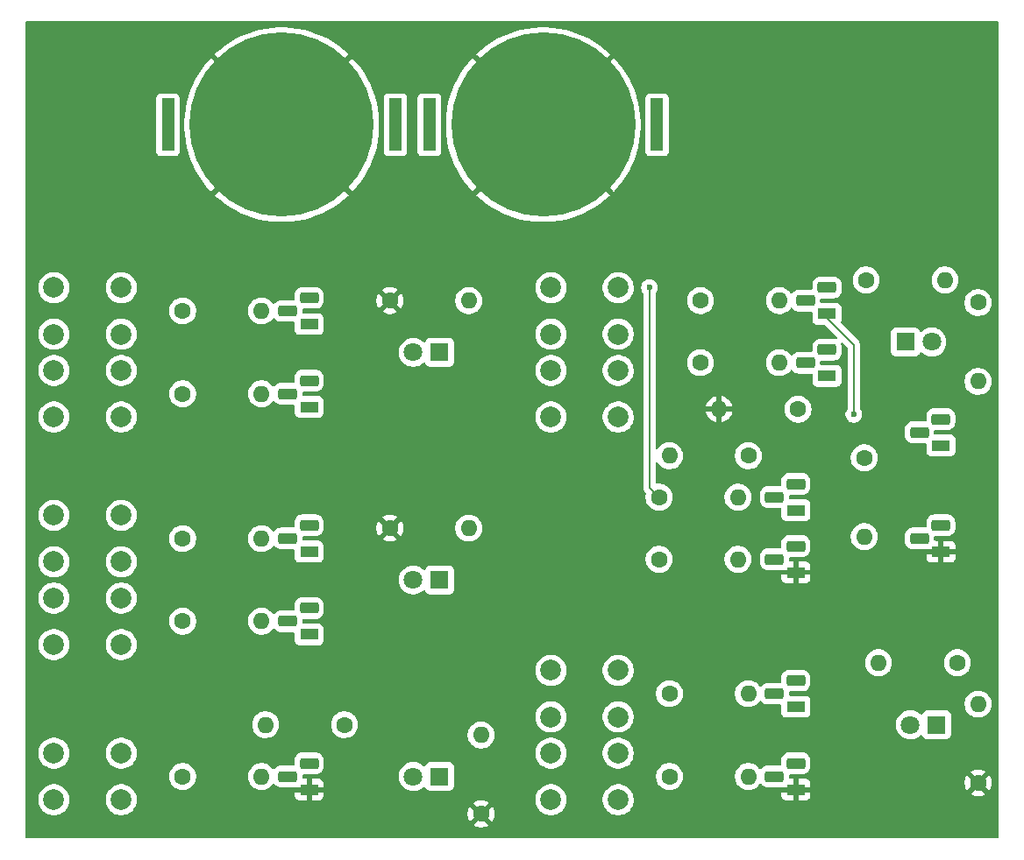
<source format=gbl>
%TF.GenerationSoftware,KiCad,Pcbnew,8.99.0-3415-g545c771fd6*%
%TF.CreationDate,2025-05-12T12:54:29+02:00*%
%TF.ProjectId,logic-solder,6c6f6769-632d-4736-9f6c-6465722e6b69,3*%
%TF.SameCoordinates,Original*%
%TF.FileFunction,Copper,L2,Bot*%
%TF.FilePolarity,Positive*%
%FSLAX46Y46*%
G04 Gerber Fmt 4.6, Leading zero omitted, Abs format (unit mm)*
G04 Created by KiCad (PCBNEW 8.99.0-3415-g545c771fd6) date 2025-05-12 12:54:29*
%MOMM*%
%LPD*%
G01*
G04 APERTURE LIST*
G04 Aperture macros list*
%AMRoundRect*
0 Rectangle with rounded corners*
0 $1 Rounding radius*
0 $2 $3 $4 $5 $6 $7 $8 $9 X,Y pos of 4 corners*
0 Add a 4 corners polygon primitive as box body*
4,1,4,$2,$3,$4,$5,$6,$7,$8,$9,$2,$3,0*
0 Add four circle primitives for the rounded corners*
1,1,$1+$1,$2,$3*
1,1,$1+$1,$4,$5*
1,1,$1+$1,$6,$7*
1,1,$1+$1,$8,$9*
0 Add four rect primitives between the rounded corners*
20,1,$1+$1,$2,$3,$4,$5,0*
20,1,$1+$1,$4,$5,$6,$7,0*
20,1,$1+$1,$6,$7,$8,$9,0*
20,1,$1+$1,$8,$9,$2,$3,0*%
G04 Aperture macros list end*
%TA.AperFunction,ComponentPad*%
%ADD10C,1.600000*%
%TD*%
%TA.AperFunction,ComponentPad*%
%ADD11O,1.600000X1.600000*%
%TD*%
%TA.AperFunction,ComponentPad*%
%ADD12C,1.800000*%
%TD*%
%TA.AperFunction,ComponentPad*%
%ADD13R,1.800000X1.800000*%
%TD*%
%TA.AperFunction,ComponentPad*%
%ADD14RoundRect,0.275000X0.625000X-0.275000X0.625000X0.275000X-0.625000X0.275000X-0.625000X-0.275000X0*%
%TD*%
%TA.AperFunction,ComponentPad*%
%ADD15R,1.800000X1.100000*%
%TD*%
%TA.AperFunction,ComponentPad*%
%ADD16C,2.000000*%
%TD*%
%TA.AperFunction,SMDPad,CuDef*%
%ADD17R,1.270000X5.080000*%
%TD*%
%TA.AperFunction,SMDPad,CuDef*%
%ADD18C,17.800000*%
%TD*%
%TA.AperFunction,ViaPad*%
%ADD19C,0.600000*%
%TD*%
%TA.AperFunction,ViaPad*%
%ADD20C,1.000000*%
%TD*%
%TA.AperFunction,Conductor*%
%ADD21C,0.200000*%
%TD*%
%ADD22C,0.300000*%
%ADD23C,0.350000*%
G04 APERTURE END LIST*
D10*
%TO.P,R22,1*%
%TO.N,Net-(Q3-E)*%
X229620000Y-66500000D03*
D11*
%TO.P,R22,2*%
%TO.N,GND*%
X222000000Y-66500000D03*
%TD*%
D10*
%TO.P,R20,1*%
%TO.N,GND*%
X199000000Y-105620000D03*
D11*
%TO.P,R20,2*%
%TO.N,Net-(D5-K)*%
X199000000Y-98000000D03*
%TD*%
D12*
%TO.P,D5,2,A*%
%TO.N,Net-(D5-A)*%
X192460000Y-102000000D03*
D13*
%TO.P,D5,1,K*%
%TO.N,Net-(D5-K)*%
X195000000Y-102000000D03*
%TD*%
D14*
%TO.P,Q4,3,C*%
%TO.N,Net-(Q3-C)*%
X232400000Y-60730000D03*
%TO.P,Q4,2,B*%
%TO.N,Net-(Q4-B)*%
X230330000Y-62000000D03*
D15*
%TO.P,Q4,1,E*%
%TO.N,Net-(Q3-E)*%
X232400000Y-63270000D03*
%TD*%
D14*
%TO.P,Q5,3,C*%
%TO.N,Net-(D2-K)*%
X243400000Y-67460000D03*
%TO.P,Q5,2,B*%
%TO.N,Net-(Q3-E)*%
X241330000Y-68730000D03*
D15*
%TO.P,Q5,1,E*%
%TO.N,Net-(Q5-E)*%
X243400000Y-70000000D03*
%TD*%
D14*
%TO.P,Q9,3,C*%
%TO.N,Net-(Q9-C)*%
X229400000Y-73730000D03*
%TO.P,Q9,2,B*%
%TO.N,Net-(Q9-B)*%
X227330000Y-75000000D03*
D15*
%TO.P,Q9,1,E*%
%TO.N,Net-(Q10-C)*%
X229400000Y-76270000D03*
%TD*%
D14*
%TO.P,Q8,3,C*%
%TO.N,Net-(Q5-E)*%
X243400000Y-77730000D03*
%TO.P,Q8,2,B*%
%TO.N,Net-(Q8-B)*%
X241330000Y-79000000D03*
D15*
%TO.P,Q8,1,E*%
%TO.N,GND*%
X243400000Y-80270000D03*
%TD*%
D11*
%TO.P,R4,2*%
%TO.N,VCC*%
X243810000Y-54000000D03*
D10*
%TO.P,R4,1*%
%TO.N,Net-(Q3-C)*%
X236190000Y-54000000D03*
%TD*%
D11*
%TO.P,R5,2*%
%TO.N,Net-(Q3-B)*%
X227810000Y-56000000D03*
D10*
%TO.P,R5,1*%
%TO.N,Net-(R13-Pad1)*%
X220190000Y-56000000D03*
%TD*%
D11*
%TO.P,R7,2*%
%TO.N,Net-(Q4-B)*%
X227810000Y-62000000D03*
D10*
%TO.P,R7,1*%
%TO.N,Net-(R14-Pad1)*%
X220190000Y-62000000D03*
%TD*%
D11*
%TO.P,R8,2*%
%TO.N,Net-(Q6-B)*%
X177810000Y-79000000D03*
D10*
%TO.P,R8,1*%
%TO.N,Net-(R8-Pad1)*%
X170190000Y-79000000D03*
%TD*%
D11*
%TO.P,R9,2*%
%TO.N,Net-(D3-K)*%
X197810000Y-78000000D03*
D10*
%TO.P,R9,1*%
%TO.N,GND*%
X190190000Y-78000000D03*
%TD*%
D11*
%TO.P,R11,2*%
%TO.N,Net-(Q7-B)*%
X177810000Y-87000000D03*
D10*
%TO.P,R11,1*%
%TO.N,Net-(R11-Pad1)*%
X170190000Y-87000000D03*
%TD*%
D11*
%TO.P,R13,2*%
%TO.N,Net-(Q9-B)*%
X223810000Y-75000000D03*
D10*
%TO.P,R13,1*%
%TO.N,Net-(R13-Pad1)*%
X216190000Y-75000000D03*
%TD*%
D11*
%TO.P,R12,2*%
%TO.N,Net-(Q8-B)*%
X236000000Y-78810000D03*
D10*
%TO.P,R12,1*%
%TO.N,Net-(Q9-C)*%
X236000000Y-71190000D03*
%TD*%
D11*
%TO.P,R14,2*%
%TO.N,Net-(Q10-B)*%
X223810000Y-81000000D03*
D10*
%TO.P,R14,1*%
%TO.N,Net-(R14-Pad1)*%
X216190000Y-81000000D03*
%TD*%
D11*
%TO.P,R10,2*%
%TO.N,VCC*%
X217190000Y-71000000D03*
D10*
%TO.P,R10,1*%
%TO.N,Net-(Q9-C)*%
X224810000Y-71000000D03*
%TD*%
D11*
%TO.P,R15,2*%
%TO.N,Net-(D4-A)*%
X237380000Y-91000000D03*
D10*
%TO.P,R15,1*%
%TO.N,VCC*%
X245000000Y-91000000D03*
%TD*%
D11*
%TO.P,R16,2*%
%TO.N,Net-(D5-A)*%
X178190000Y-97000000D03*
D10*
%TO.P,R16,1*%
%TO.N,VCC*%
X185810000Y-97000000D03*
%TD*%
D11*
%TO.P,R17,2*%
%TO.N,Net-(Q11-B)*%
X224810000Y-94000000D03*
D10*
%TO.P,R17,1*%
%TO.N,Net-(R17-Pad1)*%
X217190000Y-94000000D03*
%TD*%
D11*
%TO.P,R18,2*%
%TO.N,Net-(Q12-B)*%
X177810000Y-102000000D03*
D10*
%TO.P,R18,1*%
%TO.N,Net-(R18-Pad1)*%
X170190000Y-102000000D03*
%TD*%
D16*
%TO.P,SW4,2,2*%
%TO.N,Net-(R14-Pad1)*%
X205750000Y-62750000D03*
X212250000Y-62750000D03*
%TO.P,SW4,1,1*%
%TO.N,VCC*%
X205750000Y-67250000D03*
X212250000Y-67250000D03*
%TD*%
%TO.P,SW5,2,2*%
%TO.N,Net-(R8-Pad1)*%
X157750000Y-76750000D03*
X164250000Y-76750000D03*
%TO.P,SW5,1,1*%
%TO.N,VCC*%
X157750000Y-81250000D03*
X164250000Y-81250000D03*
%TD*%
%TO.P,SW6,2,2*%
%TO.N,Net-(R11-Pad1)*%
X157750000Y-84750000D03*
X164250000Y-84750000D03*
%TO.P,SW6,1,1*%
%TO.N,VCC*%
X157750000Y-89250000D03*
X164250000Y-89250000D03*
%TD*%
%TO.P,SW7,2,2*%
%TO.N,Net-(R17-Pad1)*%
X205750000Y-91750000D03*
X212250000Y-91750000D03*
%TO.P,SW7,1,1*%
%TO.N,VCC*%
X205750000Y-96250000D03*
X212250000Y-96250000D03*
%TD*%
%TO.P,SW8,2,2*%
%TO.N,Net-(R18-Pad1)*%
X157750000Y-99750000D03*
X164250000Y-99750000D03*
%TO.P,SW8,1,1*%
%TO.N,VCC*%
X157750000Y-104250000D03*
X164250000Y-104250000D03*
%TD*%
%TO.P,SW9,2,2*%
%TO.N,Net-(R21-Pad1)*%
X205750000Y-99750000D03*
X212250000Y-99750000D03*
%TO.P,SW9,1,1*%
%TO.N,VCC*%
X205750000Y-104250000D03*
X212250000Y-104250000D03*
%TD*%
D13*
%TO.P,D3,1,K*%
%TO.N,Net-(D3-K)*%
X195000000Y-83000000D03*
D12*
%TO.P,D3,2,A*%
%TO.N,Net-(D3-A)*%
X192460000Y-83000000D03*
%TD*%
D15*
%TO.P,Q3,1,E*%
%TO.N,Net-(Q3-E)*%
X232400000Y-57270000D03*
D14*
%TO.P,Q3,2,B*%
%TO.N,Net-(Q3-B)*%
X230330000Y-56000000D03*
%TO.P,Q3,3,C*%
%TO.N,Net-(Q3-C)*%
X232400000Y-54730000D03*
%TD*%
D13*
%TO.P,D2,1,K*%
%TO.N,Net-(D2-K)*%
X240000000Y-60000000D03*
D12*
%TO.P,D2,2,A*%
%TO.N,Net-(D2-A)*%
X242540000Y-60000000D03*
%TD*%
D15*
%TO.P,Q1,1,E*%
%TO.N,Net-(Q1-E)*%
X182400000Y-58270000D03*
D14*
%TO.P,Q1,2,B*%
%TO.N,Net-(Q1-B)*%
X180330000Y-57000000D03*
%TO.P,Q1,3,C*%
%TO.N,VCC*%
X182400000Y-55730000D03*
%TD*%
D13*
%TO.P,D1,1,K*%
%TO.N,Net-(D1-K)*%
X195000000Y-61000000D03*
D12*
%TO.P,D1,2,A*%
%TO.N,Net-(D1-A)*%
X192460000Y-61000000D03*
%TD*%
D15*
%TO.P,Q6,1,E*%
%TO.N,Net-(D3-A)*%
X182400000Y-80270000D03*
D14*
%TO.P,Q6,2,B*%
%TO.N,Net-(Q6-B)*%
X180330000Y-79000000D03*
%TO.P,Q6,3,C*%
%TO.N,VCC*%
X182400000Y-77730000D03*
%TD*%
D10*
%TO.P,R2,1*%
%TO.N,GND*%
X190190000Y-56000000D03*
D11*
%TO.P,R2,2*%
%TO.N,Net-(D1-K)*%
X197810000Y-56000000D03*
%TD*%
D13*
%TO.P,D4,1,K*%
%TO.N,Net-(D4-K)*%
X243000000Y-97000000D03*
D12*
%TO.P,D4,2,A*%
%TO.N,Net-(D4-A)*%
X240460000Y-97000000D03*
%TD*%
D15*
%TO.P,Q13,1,E*%
%TO.N,GND*%
X229400000Y-103270000D03*
D14*
%TO.P,Q13,2,B*%
%TO.N,Net-(Q13-B)*%
X227330000Y-102000000D03*
%TO.P,Q13,3,C*%
%TO.N,Net-(Q11-E)*%
X229400000Y-100730000D03*
%TD*%
D16*
%TO.P,SW2,1,1*%
%TO.N,VCC*%
X164250000Y-67250000D03*
X157750000Y-67250000D03*
%TO.P,SW2,2,2*%
%TO.N,Net-(R3-Pad1)*%
X164250000Y-62750000D03*
X157750000Y-62750000D03*
%TD*%
D10*
%TO.P,R6,1*%
%TO.N,VCC*%
X247000000Y-56190000D03*
D11*
%TO.P,R6,2*%
%TO.N,Net-(D2-A)*%
X247000000Y-63810000D03*
%TD*%
D15*
%TO.P,Q10,1,E*%
%TO.N,GND*%
X229400000Y-82270000D03*
D14*
%TO.P,Q10,2,B*%
%TO.N,Net-(Q10-B)*%
X227330000Y-81000000D03*
%TO.P,Q10,3,C*%
%TO.N,Net-(Q10-C)*%
X229400000Y-79730000D03*
%TD*%
D15*
%TO.P,Q7,1,E*%
%TO.N,Net-(D3-A)*%
X182400000Y-88270000D03*
D14*
%TO.P,Q7,2,B*%
%TO.N,Net-(Q7-B)*%
X180330000Y-87000000D03*
%TO.P,Q7,3,C*%
%TO.N,VCC*%
X182400000Y-85730000D03*
%TD*%
D10*
%TO.P,R3,1*%
%TO.N,Net-(R3-Pad1)*%
X170190000Y-65000000D03*
D11*
%TO.P,R3,2*%
%TO.N,Net-(Q2-B)*%
X177810000Y-65000000D03*
%TD*%
D15*
%TO.P,Q11,1,E*%
%TO.N,Net-(Q11-E)*%
X229400000Y-95270000D03*
D14*
%TO.P,Q11,2,B*%
%TO.N,Net-(Q11-B)*%
X227330000Y-94000000D03*
%TO.P,Q11,3,C*%
%TO.N,Net-(D4-A)*%
X229400000Y-92730000D03*
%TD*%
D15*
%TO.P,Q12,1,E*%
%TO.N,GND*%
X182400000Y-103270000D03*
D14*
%TO.P,Q12,2,B*%
%TO.N,Net-(Q12-B)*%
X180330000Y-102000000D03*
%TO.P,Q12,3,C*%
%TO.N,Net-(D5-A)*%
X182400000Y-100730000D03*
%TD*%
D16*
%TO.P,SW3,1,1*%
%TO.N,VCC*%
X212250000Y-59250000D03*
X205750000Y-59250000D03*
%TO.P,SW3,2,2*%
%TO.N,Net-(R13-Pad1)*%
X212250000Y-54750000D03*
X205750000Y-54750000D03*
%TD*%
%TO.P,SW1,1,1*%
%TO.N,VCC*%
X164250000Y-59250000D03*
X157750000Y-59250000D03*
%TO.P,SW1,2,2*%
%TO.N,Net-(R1-Pad1)*%
X164250000Y-54750000D03*
X157750000Y-54750000D03*
%TD*%
D15*
%TO.P,Q2,1,E*%
%TO.N,Net-(D1-A)*%
X182400000Y-66270000D03*
D14*
%TO.P,Q2,2,B*%
%TO.N,Net-(Q2-B)*%
X180330000Y-65000000D03*
%TO.P,Q2,3,C*%
%TO.N,Net-(Q1-E)*%
X182400000Y-63730000D03*
%TD*%
D10*
%TO.P,R1,1*%
%TO.N,Net-(R1-Pad1)*%
X170190000Y-57000000D03*
D11*
%TO.P,R1,2*%
%TO.N,Net-(Q1-B)*%
X177810000Y-57000000D03*
%TD*%
D17*
%TO.P,BT1,1,+*%
%TO.N,VCC*%
X194015000Y-39000000D03*
X215985000Y-39000000D03*
D18*
%TO.P,BT1,2,-*%
%TO.N,GND*%
X205000000Y-39000000D03*
%TD*%
D17*
%TO.P,BT2,1,+*%
%TO.N,VCC*%
X168765000Y-39000001D03*
X190735000Y-39000001D03*
D18*
%TO.P,BT2,2,-*%
%TO.N,GND*%
X179750000Y-39000001D03*
%TD*%
D10*
%TO.P,R21,1*%
%TO.N,Net-(R21-Pad1)*%
X217190000Y-102000000D03*
D11*
%TO.P,R21,2*%
%TO.N,Net-(Q13-B)*%
X224810000Y-102000000D03*
%TD*%
D10*
%TO.P,R19,1*%
%TO.N,GND*%
X247000000Y-102620000D03*
D11*
%TO.P,R19,2*%
%TO.N,Net-(D4-K)*%
X247000000Y-95000000D03*
%TD*%
D19*
%TO.N,Net-(Q3-E)*%
X235000000Y-67000000D03*
D20*
%TO.N,VCC*%
X190735000Y-39000001D03*
X194015000Y-39000000D03*
X168765000Y-39000001D03*
X215985000Y-39000000D03*
D19*
%TO.N,Net-(R13-Pad1)*%
X215250000Y-54750000D03*
%TD*%
D21*
%TO.N,Net-(Q3-E)*%
X235000000Y-60270000D02*
X235000000Y-67000000D01*
X232000000Y-57270000D02*
X235000000Y-60270000D01*
%TO.N,Net-(R13-Pad1)*%
X215250000Y-54750000D02*
X215250000Y-74060000D01*
X215250000Y-74060000D02*
X216190000Y-75000000D01*
%TD*%
%TA.AperFunction,Conductor*%
%TO.N,GND*%
G36*
X248943039Y-29019685D02*
G01*
X248988794Y-29072489D01*
X249000000Y-29124000D01*
X249000000Y-107876000D01*
X248980315Y-107943039D01*
X248927511Y-107988794D01*
X248876000Y-108000000D01*
X155124000Y-108000000D01*
X155056961Y-107980315D01*
X155011206Y-107927511D01*
X155000000Y-107876000D01*
X155000000Y-104131902D01*
X156249500Y-104131902D01*
X156249500Y-104368097D01*
X156286446Y-104601368D01*
X156359433Y-104825996D01*
X156416831Y-104938644D01*
X156466657Y-105036433D01*
X156605483Y-105227510D01*
X156772490Y-105394517D01*
X156963567Y-105533343D01*
X157030288Y-105567339D01*
X157174003Y-105640566D01*
X157174005Y-105640566D01*
X157174008Y-105640568D01*
X157272780Y-105672661D01*
X157398631Y-105713553D01*
X157631903Y-105750500D01*
X157631908Y-105750500D01*
X157868097Y-105750500D01*
X158101368Y-105713553D01*
X158325992Y-105640568D01*
X158536433Y-105533343D01*
X158727510Y-105394517D01*
X158894517Y-105227510D01*
X159033343Y-105036433D01*
X159140568Y-104825992D01*
X159213553Y-104601368D01*
X159228318Y-104508147D01*
X159250500Y-104368097D01*
X159250500Y-104131902D01*
X162749500Y-104131902D01*
X162749500Y-104368097D01*
X162786446Y-104601368D01*
X162859433Y-104825996D01*
X162916831Y-104938644D01*
X162966657Y-105036433D01*
X163105483Y-105227510D01*
X163272490Y-105394517D01*
X163463567Y-105533343D01*
X163530288Y-105567339D01*
X163674003Y-105640566D01*
X163674005Y-105640566D01*
X163674008Y-105640568D01*
X163772780Y-105672661D01*
X163898631Y-105713553D01*
X164131903Y-105750500D01*
X164131908Y-105750500D01*
X164368097Y-105750500D01*
X164601368Y-105713553D01*
X164825992Y-105640568D01*
X165036433Y-105533343D01*
X165057988Y-105517682D01*
X197700000Y-105517682D01*
X197700000Y-105722317D01*
X197732009Y-105924417D01*
X197795244Y-106119031D01*
X197888141Y-106301350D01*
X197888147Y-106301359D01*
X197920523Y-106345921D01*
X197920524Y-106345922D01*
X198600000Y-105666446D01*
X198600000Y-105672661D01*
X198627259Y-105774394D01*
X198679920Y-105865606D01*
X198754394Y-105940080D01*
X198845606Y-105992741D01*
X198947339Y-106020000D01*
X198953553Y-106020000D01*
X198274076Y-106699474D01*
X198318650Y-106731859D01*
X198500968Y-106824755D01*
X198695582Y-106887990D01*
X198897683Y-106920000D01*
X199102317Y-106920000D01*
X199304417Y-106887990D01*
X199499031Y-106824755D01*
X199681349Y-106731859D01*
X199725921Y-106699474D01*
X199046447Y-106020000D01*
X199052661Y-106020000D01*
X199154394Y-105992741D01*
X199245606Y-105940080D01*
X199320080Y-105865606D01*
X199372741Y-105774394D01*
X199400000Y-105672661D01*
X199400000Y-105666448D01*
X200079474Y-106345922D01*
X200079474Y-106345921D01*
X200111859Y-106301349D01*
X200204755Y-106119031D01*
X200267990Y-105924417D01*
X200300000Y-105722317D01*
X200300000Y-105517682D01*
X200267990Y-105315582D01*
X200204755Y-105120968D01*
X200111859Y-104938650D01*
X200079474Y-104894077D01*
X200079474Y-104894076D01*
X199400000Y-105573551D01*
X199400000Y-105567339D01*
X199372741Y-105465606D01*
X199320080Y-105374394D01*
X199245606Y-105299920D01*
X199154394Y-105247259D01*
X199052661Y-105220000D01*
X199046446Y-105220000D01*
X199725922Y-104540524D01*
X199725921Y-104540523D01*
X199681359Y-104508147D01*
X199681350Y-104508141D01*
X199499031Y-104415244D01*
X199304417Y-104352009D01*
X199102317Y-104320000D01*
X198897683Y-104320000D01*
X198695582Y-104352009D01*
X198500968Y-104415244D01*
X198318644Y-104508143D01*
X198274077Y-104540523D01*
X198274077Y-104540524D01*
X198953554Y-105220000D01*
X198947339Y-105220000D01*
X198845606Y-105247259D01*
X198754394Y-105299920D01*
X198679920Y-105374394D01*
X198627259Y-105465606D01*
X198600000Y-105567339D01*
X198600000Y-105573553D01*
X197920524Y-104894077D01*
X197920523Y-104894077D01*
X197888143Y-104938644D01*
X197795244Y-105120968D01*
X197732009Y-105315582D01*
X197700000Y-105517682D01*
X165057988Y-105517682D01*
X165227510Y-105394517D01*
X165394517Y-105227510D01*
X165533343Y-105036433D01*
X165640568Y-104825992D01*
X165713553Y-104601368D01*
X165728318Y-104508147D01*
X165750500Y-104368097D01*
X165750500Y-104131902D01*
X165713553Y-103898631D01*
X165640566Y-103674003D01*
X165601807Y-103597936D01*
X165533343Y-103463567D01*
X165533342Y-103463566D01*
X165512488Y-103434863D01*
X165394517Y-103272490D01*
X165227510Y-103105483D01*
X165036433Y-102966657D01*
X164999587Y-102947883D01*
X164825996Y-102859433D01*
X164601368Y-102786446D01*
X164368097Y-102749500D01*
X164368092Y-102749500D01*
X164131908Y-102749500D01*
X164131903Y-102749500D01*
X163898631Y-102786446D01*
X163674003Y-102859433D01*
X163463566Y-102966657D01*
X163374400Y-103031441D01*
X163272490Y-103105483D01*
X163272488Y-103105485D01*
X163272487Y-103105485D01*
X163105485Y-103272487D01*
X163105485Y-103272488D01*
X163105483Y-103272490D01*
X163071423Y-103319370D01*
X162966657Y-103463566D01*
X162859433Y-103674003D01*
X162786446Y-103898631D01*
X162749500Y-104131902D01*
X159250500Y-104131902D01*
X159213553Y-103898631D01*
X159140566Y-103674003D01*
X159084002Y-103562991D01*
X159033343Y-103463567D01*
X158894517Y-103272490D01*
X158727510Y-103105483D01*
X158536433Y-102966657D01*
X158499587Y-102947883D01*
X158325996Y-102859433D01*
X158101368Y-102786446D01*
X157868097Y-102749500D01*
X157868092Y-102749500D01*
X157631908Y-102749500D01*
X157631903Y-102749500D01*
X157398631Y-102786446D01*
X157174003Y-102859433D01*
X156963566Y-102966657D01*
X156874400Y-103031441D01*
X156772490Y-103105483D01*
X156772488Y-103105485D01*
X156772487Y-103105485D01*
X156605485Y-103272487D01*
X156605485Y-103272488D01*
X156605483Y-103272490D01*
X156571423Y-103319370D01*
X156466657Y-103463566D01*
X156359433Y-103674003D01*
X156286446Y-103898631D01*
X156249500Y-104131902D01*
X155000000Y-104131902D01*
X155000000Y-101897648D01*
X168889500Y-101897648D01*
X168889500Y-102102351D01*
X168921522Y-102304534D01*
X168984781Y-102499223D01*
X169042561Y-102612620D01*
X169073153Y-102672661D01*
X169077715Y-102681613D01*
X169198028Y-102847213D01*
X169342786Y-102991971D01*
X169497749Y-103104556D01*
X169508390Y-103112287D01*
X169624607Y-103171503D01*
X169690776Y-103205218D01*
X169690778Y-103205218D01*
X169690781Y-103205220D01*
X169795137Y-103239127D01*
X169885465Y-103268477D01*
X169986557Y-103284488D01*
X170087648Y-103300500D01*
X170087649Y-103300500D01*
X170292351Y-103300500D01*
X170292352Y-103300500D01*
X170494534Y-103268477D01*
X170689219Y-103205220D01*
X170871610Y-103112287D01*
X170971456Y-103039745D01*
X171037213Y-102991971D01*
X171037215Y-102991968D01*
X171037219Y-102991966D01*
X171181966Y-102847219D01*
X171181968Y-102847215D01*
X171181971Y-102847213D01*
X171260112Y-102739659D01*
X171302287Y-102681610D01*
X171395220Y-102499219D01*
X171458477Y-102304534D01*
X171490500Y-102102352D01*
X171490500Y-101897648D01*
X176509500Y-101897648D01*
X176509500Y-102102351D01*
X176541522Y-102304534D01*
X176604781Y-102499223D01*
X176662561Y-102612620D01*
X176693153Y-102672661D01*
X176697715Y-102681613D01*
X176818028Y-102847213D01*
X176962786Y-102991971D01*
X177117749Y-103104556D01*
X177128390Y-103112287D01*
X177244607Y-103171503D01*
X177310776Y-103205218D01*
X177310778Y-103205218D01*
X177310781Y-103205220D01*
X177415137Y-103239127D01*
X177505465Y-103268477D01*
X177606557Y-103284488D01*
X177707648Y-103300500D01*
X177707649Y-103300500D01*
X177912351Y-103300500D01*
X177912352Y-103300500D01*
X178114534Y-103268477D01*
X178309219Y-103205220D01*
X178491610Y-103112287D01*
X178591456Y-103039745D01*
X178657213Y-102991971D01*
X178657215Y-102991968D01*
X178657219Y-102991966D01*
X178801966Y-102847219D01*
X178880112Y-102739658D01*
X178935442Y-102696992D01*
X179005055Y-102691013D01*
X179066850Y-102723618D01*
X179085424Y-102746569D01*
X179094853Y-102761576D01*
X179218424Y-102885147D01*
X179366394Y-102978122D01*
X179531343Y-103035841D01*
X179531349Y-103035841D01*
X179531351Y-103035842D01*
X179565993Y-103039745D01*
X179661442Y-103050499D01*
X179661445Y-103050500D01*
X179661448Y-103050500D01*
X180998555Y-103050500D01*
X180998556Y-103050499D01*
X181128657Y-103035841D01*
X181154040Y-103026959D01*
X181194995Y-103020000D01*
X181719670Y-103020000D01*
X181699925Y-103039745D01*
X181650556Y-103125255D01*
X181625000Y-103220630D01*
X181625000Y-103319370D01*
X181650556Y-103414745D01*
X181699925Y-103500255D01*
X181719670Y-103520000D01*
X181000000Y-103520000D01*
X181000000Y-103867844D01*
X181006401Y-103927372D01*
X181006403Y-103927379D01*
X181056645Y-104062086D01*
X181056649Y-104062093D01*
X181142809Y-104177187D01*
X181142812Y-104177190D01*
X181257906Y-104263350D01*
X181257913Y-104263354D01*
X181392620Y-104313596D01*
X181392627Y-104313598D01*
X181452155Y-104319999D01*
X181452172Y-104320000D01*
X182150000Y-104320000D01*
X182650000Y-104320000D01*
X183347828Y-104320000D01*
X183347844Y-104319999D01*
X183407372Y-104313598D01*
X183407379Y-104313596D01*
X183542086Y-104263354D01*
X183542093Y-104263350D01*
X183657187Y-104177190D01*
X183657190Y-104177187D01*
X183691091Y-104131902D01*
X204249500Y-104131902D01*
X204249500Y-104368097D01*
X204286446Y-104601368D01*
X204359433Y-104825996D01*
X204416831Y-104938644D01*
X204466657Y-105036433D01*
X204605483Y-105227510D01*
X204772490Y-105394517D01*
X204963567Y-105533343D01*
X205030288Y-105567339D01*
X205174003Y-105640566D01*
X205174005Y-105640566D01*
X205174008Y-105640568D01*
X205272780Y-105672661D01*
X205398631Y-105713553D01*
X205631903Y-105750500D01*
X205631908Y-105750500D01*
X205868097Y-105750500D01*
X206101368Y-105713553D01*
X206325992Y-105640568D01*
X206536433Y-105533343D01*
X206727510Y-105394517D01*
X206894517Y-105227510D01*
X207033343Y-105036433D01*
X207140568Y-104825992D01*
X207213553Y-104601368D01*
X207228318Y-104508147D01*
X207250500Y-104368097D01*
X207250500Y-104131902D01*
X210749500Y-104131902D01*
X210749500Y-104368097D01*
X210786446Y-104601368D01*
X210859433Y-104825996D01*
X210916831Y-104938644D01*
X210966657Y-105036433D01*
X211105483Y-105227510D01*
X211272490Y-105394517D01*
X211463567Y-105533343D01*
X211530288Y-105567339D01*
X211674003Y-105640566D01*
X211674005Y-105640566D01*
X211674008Y-105640568D01*
X211772780Y-105672661D01*
X211898631Y-105713553D01*
X212131903Y-105750500D01*
X212131908Y-105750500D01*
X212368097Y-105750500D01*
X212601368Y-105713553D01*
X212825992Y-105640568D01*
X213036433Y-105533343D01*
X213227510Y-105394517D01*
X213394517Y-105227510D01*
X213533343Y-105036433D01*
X213640568Y-104825992D01*
X213713553Y-104601368D01*
X213728318Y-104508147D01*
X213750500Y-104368097D01*
X213750500Y-104131902D01*
X213713553Y-103898631D01*
X213640566Y-103674003D01*
X213601807Y-103597936D01*
X213533343Y-103463567D01*
X213533342Y-103463566D01*
X213512488Y-103434863D01*
X213394517Y-103272490D01*
X213227510Y-103105483D01*
X213036433Y-102966657D01*
X212999587Y-102947883D01*
X212825996Y-102859433D01*
X212601368Y-102786446D01*
X212368097Y-102749500D01*
X212368092Y-102749500D01*
X212131908Y-102749500D01*
X212131903Y-102749500D01*
X211898631Y-102786446D01*
X211674003Y-102859433D01*
X211463566Y-102966657D01*
X211374400Y-103031441D01*
X211272490Y-103105483D01*
X211272488Y-103105485D01*
X211272487Y-103105485D01*
X211105485Y-103272487D01*
X211105485Y-103272488D01*
X211105483Y-103272490D01*
X211071423Y-103319370D01*
X210966657Y-103463566D01*
X210859433Y-103674003D01*
X210786446Y-103898631D01*
X210749500Y-104131902D01*
X207250500Y-104131902D01*
X207213553Y-103898631D01*
X207140566Y-103674003D01*
X207084002Y-103562991D01*
X207033343Y-103463567D01*
X206894517Y-103272490D01*
X206727510Y-103105483D01*
X206536433Y-102966657D01*
X206499587Y-102947883D01*
X206325996Y-102859433D01*
X206101368Y-102786446D01*
X205868097Y-102749500D01*
X205868092Y-102749500D01*
X205631908Y-102749500D01*
X205631903Y-102749500D01*
X205398631Y-102786446D01*
X205174003Y-102859433D01*
X204963566Y-102966657D01*
X204874400Y-103031441D01*
X204772490Y-103105483D01*
X204772488Y-103105485D01*
X204772487Y-103105485D01*
X204605485Y-103272487D01*
X204605485Y-103272488D01*
X204605483Y-103272490D01*
X204571423Y-103319370D01*
X204466657Y-103463566D01*
X204359433Y-103674003D01*
X204286446Y-103898631D01*
X204249500Y-104131902D01*
X183691091Y-104131902D01*
X183743349Y-104062094D01*
X183743355Y-104062084D01*
X183793596Y-103927379D01*
X183793598Y-103927372D01*
X183799999Y-103867844D01*
X183800000Y-103867827D01*
X183800000Y-103520000D01*
X182650000Y-103520000D01*
X182650000Y-104320000D01*
X182150000Y-104320000D01*
X182150000Y-103616410D01*
X182230255Y-103570075D01*
X182300075Y-103500255D01*
X182349444Y-103414745D01*
X182375000Y-103319370D01*
X182375000Y-103220630D01*
X182349444Y-103125255D01*
X182300075Y-103039745D01*
X182280330Y-103020000D01*
X182650000Y-103020000D01*
X183800000Y-103020000D01*
X183800000Y-102672172D01*
X183799999Y-102672155D01*
X183793598Y-102612627D01*
X183793596Y-102612620D01*
X183743354Y-102477913D01*
X183743350Y-102477906D01*
X183657190Y-102362812D01*
X183657187Y-102362809D01*
X183542093Y-102276649D01*
X183542086Y-102276645D01*
X183407379Y-102226403D01*
X183407372Y-102226401D01*
X183347844Y-102220000D01*
X182650000Y-102220000D01*
X182650000Y-103020000D01*
X182280330Y-103020000D01*
X182230255Y-102969925D01*
X182150000Y-102923589D01*
X182150000Y-102220000D01*
X181854500Y-102220000D01*
X181845814Y-102217449D01*
X181836853Y-102218738D01*
X181812812Y-102207759D01*
X181787461Y-102200315D01*
X181781533Y-102193474D01*
X181773297Y-102189713D01*
X181759007Y-102167478D01*
X181741706Y-102147511D01*
X181739418Y-102136996D01*
X181735523Y-102130935D01*
X181730500Y-102096000D01*
X181730500Y-101904500D01*
X181734823Y-101889778D01*
X191059500Y-101889778D01*
X191059500Y-102110222D01*
X191072090Y-102189713D01*
X191093985Y-102327952D01*
X191162103Y-102537603D01*
X191162104Y-102537606D01*
X191230122Y-102671096D01*
X191235479Y-102681610D01*
X191262187Y-102734025D01*
X191391752Y-102912358D01*
X191391756Y-102912363D01*
X191547636Y-103068243D01*
X191547641Y-103068247D01*
X191608258Y-103112287D01*
X191725978Y-103197815D01*
X191854375Y-103263237D01*
X191922393Y-103297895D01*
X191922396Y-103297896D01*
X191988488Y-103319370D01*
X192132049Y-103366015D01*
X192349778Y-103400500D01*
X192349779Y-103400500D01*
X192570221Y-103400500D01*
X192570222Y-103400500D01*
X192787951Y-103366015D01*
X192997606Y-103297895D01*
X193194022Y-103197815D01*
X193372365Y-103068242D01*
X193422536Y-103018070D01*
X193483857Y-102984586D01*
X193553548Y-102989570D01*
X193609482Y-103031441D01*
X193626398Y-103062419D01*
X193656202Y-103142328D01*
X193656206Y-103142335D01*
X193742452Y-103257544D01*
X193742455Y-103257547D01*
X193857664Y-103343793D01*
X193857671Y-103343797D01*
X193992517Y-103394091D01*
X193992516Y-103394091D01*
X193999444Y-103394835D01*
X194052127Y-103400500D01*
X195947872Y-103400499D01*
X196007483Y-103394091D01*
X196142331Y-103343796D01*
X196257546Y-103257546D01*
X196343796Y-103142331D01*
X196394091Y-103007483D01*
X196400500Y-102947873D01*
X196400499Y-101897648D01*
X215889500Y-101897648D01*
X215889500Y-102102351D01*
X215921522Y-102304534D01*
X215984781Y-102499223D01*
X216042561Y-102612620D01*
X216073153Y-102672661D01*
X216077715Y-102681613D01*
X216198028Y-102847213D01*
X216342786Y-102991971D01*
X216497749Y-103104556D01*
X216508390Y-103112287D01*
X216624607Y-103171503D01*
X216690776Y-103205218D01*
X216690778Y-103205218D01*
X216690781Y-103205220D01*
X216795137Y-103239127D01*
X216885465Y-103268477D01*
X216986557Y-103284488D01*
X217087648Y-103300500D01*
X217087649Y-103300500D01*
X217292351Y-103300500D01*
X217292352Y-103300500D01*
X217494534Y-103268477D01*
X217689219Y-103205220D01*
X217871610Y-103112287D01*
X217971456Y-103039745D01*
X218037213Y-102991971D01*
X218037215Y-102991968D01*
X218037219Y-102991966D01*
X218181966Y-102847219D01*
X218181968Y-102847215D01*
X218181971Y-102847213D01*
X218260112Y-102739659D01*
X218302287Y-102681610D01*
X218395220Y-102499219D01*
X218458477Y-102304534D01*
X218490500Y-102102352D01*
X218490500Y-101897648D01*
X223509500Y-101897648D01*
X223509500Y-102102351D01*
X223541522Y-102304534D01*
X223604781Y-102499223D01*
X223662561Y-102612620D01*
X223693153Y-102672661D01*
X223697715Y-102681613D01*
X223818028Y-102847213D01*
X223962786Y-102991971D01*
X224117749Y-103104556D01*
X224128390Y-103112287D01*
X224244607Y-103171503D01*
X224310776Y-103205218D01*
X224310778Y-103205218D01*
X224310781Y-103205220D01*
X224415137Y-103239127D01*
X224505465Y-103268477D01*
X224606557Y-103284488D01*
X224707648Y-103300500D01*
X224707649Y-103300500D01*
X224912351Y-103300500D01*
X224912352Y-103300500D01*
X225114534Y-103268477D01*
X225309219Y-103205220D01*
X225491610Y-103112287D01*
X225591456Y-103039745D01*
X225657213Y-102991971D01*
X225657215Y-102991968D01*
X225657219Y-102991966D01*
X225801966Y-102847219D01*
X225880112Y-102739658D01*
X225935442Y-102696992D01*
X226005055Y-102691013D01*
X226066850Y-102723618D01*
X226085424Y-102746569D01*
X226094853Y-102761576D01*
X226218424Y-102885147D01*
X226366394Y-102978122D01*
X226531343Y-103035841D01*
X226531349Y-103035841D01*
X226531351Y-103035842D01*
X226565993Y-103039745D01*
X226661442Y-103050499D01*
X226661445Y-103050500D01*
X226661448Y-103050500D01*
X227998555Y-103050500D01*
X227998556Y-103050499D01*
X228128657Y-103035841D01*
X228154040Y-103026959D01*
X228194995Y-103020000D01*
X228719670Y-103020000D01*
X228699925Y-103039745D01*
X228650556Y-103125255D01*
X228625000Y-103220630D01*
X228625000Y-103319370D01*
X228650556Y-103414745D01*
X228699925Y-103500255D01*
X228719670Y-103520000D01*
X228000000Y-103520000D01*
X228000000Y-103867844D01*
X228006401Y-103927372D01*
X228006403Y-103927379D01*
X228056645Y-104062086D01*
X228056649Y-104062093D01*
X228142809Y-104177187D01*
X228142812Y-104177190D01*
X228257906Y-104263350D01*
X228257913Y-104263354D01*
X228392620Y-104313596D01*
X228392627Y-104313598D01*
X228452155Y-104319999D01*
X228452172Y-104320000D01*
X229150000Y-104320000D01*
X229650000Y-104320000D01*
X230347828Y-104320000D01*
X230347844Y-104319999D01*
X230407372Y-104313598D01*
X230407379Y-104313596D01*
X230542086Y-104263354D01*
X230542093Y-104263350D01*
X230657187Y-104177190D01*
X230657190Y-104177187D01*
X230743350Y-104062093D01*
X230743354Y-104062086D01*
X230793596Y-103927379D01*
X230793598Y-103927372D01*
X230799999Y-103867844D01*
X230800000Y-103867827D01*
X230800000Y-103520000D01*
X229650000Y-103520000D01*
X229650000Y-104320000D01*
X229150000Y-104320000D01*
X229150000Y-103616410D01*
X229230255Y-103570075D01*
X229300075Y-103500255D01*
X229349444Y-103414745D01*
X229375000Y-103319370D01*
X229375000Y-103220630D01*
X229349444Y-103125255D01*
X229300075Y-103039745D01*
X229280330Y-103020000D01*
X229650000Y-103020000D01*
X230800000Y-103020000D01*
X230800000Y-102672172D01*
X230799999Y-102672155D01*
X230793598Y-102612627D01*
X230793597Y-102612623D01*
X230772534Y-102556150D01*
X230772533Y-102556148D01*
X230758186Y-102517682D01*
X245700000Y-102517682D01*
X245700000Y-102722317D01*
X245732009Y-102924417D01*
X245795244Y-103119031D01*
X245888141Y-103301350D01*
X245888147Y-103301359D01*
X245920523Y-103345921D01*
X245920524Y-103345922D01*
X246600000Y-102666446D01*
X246600000Y-102672661D01*
X246627259Y-102774394D01*
X246679920Y-102865606D01*
X246754394Y-102940080D01*
X246845606Y-102992741D01*
X246947339Y-103020000D01*
X246953553Y-103020000D01*
X246274076Y-103699474D01*
X246318650Y-103731859D01*
X246500968Y-103824755D01*
X246695582Y-103887990D01*
X246897683Y-103920000D01*
X247102317Y-103920000D01*
X247304417Y-103887990D01*
X247499031Y-103824755D01*
X247681349Y-103731859D01*
X247725921Y-103699474D01*
X247046447Y-103020000D01*
X247052661Y-103020000D01*
X247154394Y-102992741D01*
X247245606Y-102940080D01*
X247320080Y-102865606D01*
X247372741Y-102774394D01*
X247400000Y-102672661D01*
X247400000Y-102666447D01*
X248079474Y-103345921D01*
X248111859Y-103301349D01*
X248204755Y-103119031D01*
X248267990Y-102924417D01*
X248300000Y-102722317D01*
X248300000Y-102517682D01*
X248267990Y-102315582D01*
X248204755Y-102120968D01*
X248111859Y-101938650D01*
X248079474Y-101894077D01*
X248079474Y-101894076D01*
X247400000Y-102573551D01*
X247400000Y-102567339D01*
X247372741Y-102465606D01*
X247320080Y-102374394D01*
X247245606Y-102299920D01*
X247154394Y-102247259D01*
X247052661Y-102220000D01*
X247046446Y-102220000D01*
X247725922Y-101540524D01*
X247725921Y-101540523D01*
X247681359Y-101508147D01*
X247681350Y-101508141D01*
X247499031Y-101415244D01*
X247304417Y-101352009D01*
X247102317Y-101320000D01*
X246897683Y-101320000D01*
X246695582Y-101352009D01*
X246500968Y-101415244D01*
X246318644Y-101508143D01*
X246274077Y-101540523D01*
X246274077Y-101540524D01*
X246953554Y-102220000D01*
X246947339Y-102220000D01*
X246845606Y-102247259D01*
X246754394Y-102299920D01*
X246679920Y-102374394D01*
X246627259Y-102465606D01*
X246600000Y-102567339D01*
X246600000Y-102573553D01*
X245920524Y-101894077D01*
X245920523Y-101894077D01*
X245888143Y-101938644D01*
X245795244Y-102120968D01*
X245732009Y-102315582D01*
X245700000Y-102517682D01*
X230758186Y-102517682D01*
X230743354Y-102477913D01*
X230743350Y-102477906D01*
X230657190Y-102362812D01*
X230657187Y-102362809D01*
X230542093Y-102276649D01*
X230542086Y-102276645D01*
X230407379Y-102226403D01*
X230407372Y-102226401D01*
X230347844Y-102220000D01*
X229650000Y-102220000D01*
X229650000Y-103020000D01*
X229280330Y-103020000D01*
X229230255Y-102969925D01*
X229150000Y-102923589D01*
X229150000Y-102220000D01*
X228854500Y-102220000D01*
X228845814Y-102217449D01*
X228836853Y-102218738D01*
X228812812Y-102207759D01*
X228787461Y-102200315D01*
X228781533Y-102193474D01*
X228773297Y-102189713D01*
X228759007Y-102167478D01*
X228741706Y-102147511D01*
X228739418Y-102136996D01*
X228735523Y-102130935D01*
X228730500Y-102096000D01*
X228730500Y-101904500D01*
X228750185Y-101837461D01*
X228802989Y-101791706D01*
X228854500Y-101780500D01*
X230068555Y-101780500D01*
X230068556Y-101780499D01*
X230198657Y-101765841D01*
X230363606Y-101708122D01*
X230511576Y-101615147D01*
X230635147Y-101491576D01*
X230728122Y-101343606D01*
X230785841Y-101178657D01*
X230800500Y-101048552D01*
X230800500Y-100411448D01*
X230785841Y-100281343D01*
X230728122Y-100116394D01*
X230635147Y-99968424D01*
X230511576Y-99844853D01*
X230363606Y-99751878D01*
X230363605Y-99751877D01*
X230363604Y-99751877D01*
X230198658Y-99694159D01*
X230198648Y-99694157D01*
X230068558Y-99679500D01*
X230068552Y-99679500D01*
X228731448Y-99679500D01*
X228731441Y-99679500D01*
X228601351Y-99694157D01*
X228601341Y-99694159D01*
X228436395Y-99751877D01*
X228288423Y-99844853D01*
X228164853Y-99968423D01*
X228071877Y-100116395D01*
X228014159Y-100281341D01*
X228014157Y-100281351D01*
X227999500Y-100411441D01*
X227999500Y-100825500D01*
X227979815Y-100892539D01*
X227927011Y-100938294D01*
X227875500Y-100949500D01*
X226661441Y-100949500D01*
X226531351Y-100964157D01*
X226531341Y-100964159D01*
X226366395Y-101021877D01*
X226218423Y-101114853D01*
X226094853Y-101238423D01*
X226094849Y-101238428D01*
X226085423Y-101253430D01*
X226033088Y-101299720D01*
X225964034Y-101310367D01*
X225900186Y-101281991D01*
X225880112Y-101260341D01*
X225864191Y-101238428D01*
X225801966Y-101152781D01*
X225657219Y-101008034D01*
X225657213Y-101008028D01*
X225491613Y-100887715D01*
X225491612Y-100887714D01*
X225491610Y-100887713D01*
X225432636Y-100857664D01*
X225309223Y-100794781D01*
X225114534Y-100731522D01*
X224928799Y-100702105D01*
X224912352Y-100699500D01*
X224707648Y-100699500D01*
X224691201Y-100702105D01*
X224505465Y-100731522D01*
X224310776Y-100794781D01*
X224128386Y-100887715D01*
X223962786Y-101008028D01*
X223818028Y-101152786D01*
X223697715Y-101318386D01*
X223604781Y-101500776D01*
X223541522Y-101695465D01*
X223509500Y-101897648D01*
X218490500Y-101897648D01*
X218489934Y-101894076D01*
X218458477Y-101695465D01*
X218395218Y-101500776D01*
X218361503Y-101434607D01*
X218302287Y-101318390D01*
X218264205Y-101265974D01*
X218181971Y-101152786D01*
X218037213Y-101008028D01*
X217871613Y-100887715D01*
X217871612Y-100887714D01*
X217871610Y-100887713D01*
X217812636Y-100857664D01*
X217689223Y-100794781D01*
X217494534Y-100731522D01*
X217308799Y-100702105D01*
X217292352Y-100699500D01*
X217087648Y-100699500D01*
X217071201Y-100702105D01*
X216885465Y-100731522D01*
X216690776Y-100794781D01*
X216508386Y-100887715D01*
X216342786Y-101008028D01*
X216198028Y-101152786D01*
X216077715Y-101318386D01*
X215984781Y-101500776D01*
X215921522Y-101695465D01*
X215889500Y-101897648D01*
X196400499Y-101897648D01*
X196400499Y-101052128D01*
X196394091Y-100992517D01*
X196383514Y-100964159D01*
X196343797Y-100857671D01*
X196343793Y-100857664D01*
X196257547Y-100742455D01*
X196257544Y-100742452D01*
X196142335Y-100656206D01*
X196142328Y-100656202D01*
X196007482Y-100605908D01*
X196007483Y-100605908D01*
X195947883Y-100599501D01*
X195947881Y-100599500D01*
X195947873Y-100599500D01*
X195947864Y-100599500D01*
X194052129Y-100599500D01*
X194052123Y-100599501D01*
X193992516Y-100605908D01*
X193857671Y-100656202D01*
X193857664Y-100656206D01*
X193742455Y-100742452D01*
X193742452Y-100742455D01*
X193656206Y-100857664D01*
X193656203Y-100857669D01*
X193626398Y-100937581D01*
X193584526Y-100993514D01*
X193519062Y-101017931D01*
X193450789Y-101003079D01*
X193422535Y-100981928D01*
X193372363Y-100931756D01*
X193372358Y-100931752D01*
X193194025Y-100802187D01*
X193194024Y-100802186D01*
X193194022Y-100802185D01*
X193076791Y-100742452D01*
X192997606Y-100702104D01*
X192997603Y-100702103D01*
X192787952Y-100633985D01*
X192679086Y-100616742D01*
X192570222Y-100599500D01*
X192349778Y-100599500D01*
X192277201Y-100610995D01*
X192132047Y-100633985D01*
X191922396Y-100702103D01*
X191922393Y-100702104D01*
X191725974Y-100802187D01*
X191547641Y-100931752D01*
X191547636Y-100931756D01*
X191391756Y-101087636D01*
X191391752Y-101087641D01*
X191262187Y-101265974D01*
X191162104Y-101462393D01*
X191162103Y-101462396D01*
X191093985Y-101672047D01*
X191076825Y-101780393D01*
X191059500Y-101889778D01*
X181734823Y-101889778D01*
X181750185Y-101837461D01*
X181802989Y-101791706D01*
X181854500Y-101780500D01*
X183068555Y-101780500D01*
X183068556Y-101780499D01*
X183198657Y-101765841D01*
X183363606Y-101708122D01*
X183511576Y-101615147D01*
X183635147Y-101491576D01*
X183728122Y-101343606D01*
X183785841Y-101178657D01*
X183800500Y-101048552D01*
X183800500Y-100411448D01*
X183785841Y-100281343D01*
X183728122Y-100116394D01*
X183635147Y-99968424D01*
X183511576Y-99844853D01*
X183363606Y-99751878D01*
X183294216Y-99727597D01*
X183198658Y-99694159D01*
X183198648Y-99694157D01*
X183068558Y-99679500D01*
X183068552Y-99679500D01*
X181731448Y-99679500D01*
X181731441Y-99679500D01*
X181601351Y-99694157D01*
X181601341Y-99694159D01*
X181436395Y-99751877D01*
X181288423Y-99844853D01*
X181164853Y-99968423D01*
X181071877Y-100116395D01*
X181014159Y-100281341D01*
X181014157Y-100281351D01*
X180999500Y-100411441D01*
X180999500Y-100825500D01*
X180979815Y-100892539D01*
X180927011Y-100938294D01*
X180875500Y-100949500D01*
X179661441Y-100949500D01*
X179531351Y-100964157D01*
X179531341Y-100964159D01*
X179366395Y-101021877D01*
X179218423Y-101114853D01*
X179094853Y-101238423D01*
X179094849Y-101238428D01*
X179085423Y-101253430D01*
X179033088Y-101299720D01*
X178964034Y-101310367D01*
X178900186Y-101281991D01*
X178880112Y-101260341D01*
X178864191Y-101238428D01*
X178801966Y-101152781D01*
X178657219Y-101008034D01*
X178657213Y-101008028D01*
X178491613Y-100887715D01*
X178491612Y-100887714D01*
X178491610Y-100887713D01*
X178432636Y-100857664D01*
X178309223Y-100794781D01*
X178114534Y-100731522D01*
X177928799Y-100702105D01*
X177912352Y-100699500D01*
X177707648Y-100699500D01*
X177691201Y-100702105D01*
X177505465Y-100731522D01*
X177310776Y-100794781D01*
X177128386Y-100887715D01*
X176962786Y-101008028D01*
X176818028Y-101152786D01*
X176697715Y-101318386D01*
X176604781Y-101500776D01*
X176541522Y-101695465D01*
X176509500Y-101897648D01*
X171490500Y-101897648D01*
X171489934Y-101894076D01*
X171458477Y-101695465D01*
X171395218Y-101500776D01*
X171361503Y-101434607D01*
X171302287Y-101318390D01*
X171264205Y-101265974D01*
X171181971Y-101152786D01*
X171037213Y-101008028D01*
X170871613Y-100887715D01*
X170871612Y-100887714D01*
X170871610Y-100887713D01*
X170812636Y-100857664D01*
X170689223Y-100794781D01*
X170494534Y-100731522D01*
X170308799Y-100702105D01*
X170292352Y-100699500D01*
X170087648Y-100699500D01*
X170071201Y-100702105D01*
X169885465Y-100731522D01*
X169690776Y-100794781D01*
X169508386Y-100887715D01*
X169342786Y-101008028D01*
X169198028Y-101152786D01*
X169077715Y-101318386D01*
X168984781Y-101500776D01*
X168921522Y-101695465D01*
X168889500Y-101897648D01*
X155000000Y-101897648D01*
X155000000Y-99631902D01*
X156249500Y-99631902D01*
X156249500Y-99868097D01*
X156286446Y-100101368D01*
X156359433Y-100325996D01*
X156466657Y-100536433D01*
X156605483Y-100727510D01*
X156772490Y-100894517D01*
X156963567Y-101033343D01*
X157000425Y-101052123D01*
X157174003Y-101140566D01*
X157174005Y-101140566D01*
X157174008Y-101140568D01*
X157291206Y-101178648D01*
X157398631Y-101213553D01*
X157631903Y-101250500D01*
X157631908Y-101250500D01*
X157868097Y-101250500D01*
X158101368Y-101213553D01*
X158187050Y-101185713D01*
X158325992Y-101140568D01*
X158536433Y-101033343D01*
X158727510Y-100894517D01*
X158894517Y-100727510D01*
X159033343Y-100536433D01*
X159140568Y-100325992D01*
X159213553Y-100101368D01*
X159250500Y-99868097D01*
X159250500Y-99631902D01*
X162749500Y-99631902D01*
X162749500Y-99868097D01*
X162786446Y-100101368D01*
X162859433Y-100325996D01*
X162966657Y-100536433D01*
X163105483Y-100727510D01*
X163272490Y-100894517D01*
X163463567Y-101033343D01*
X163500425Y-101052123D01*
X163674003Y-101140566D01*
X163674005Y-101140566D01*
X163674008Y-101140568D01*
X163791206Y-101178648D01*
X163898631Y-101213553D01*
X164131903Y-101250500D01*
X164131908Y-101250500D01*
X164368097Y-101250500D01*
X164601368Y-101213553D01*
X164687050Y-101185713D01*
X164825992Y-101140568D01*
X165036433Y-101033343D01*
X165227510Y-100894517D01*
X165394517Y-100727510D01*
X165533343Y-100536433D01*
X165640568Y-100325992D01*
X165713553Y-100101368D01*
X165750500Y-99868097D01*
X165750500Y-99631902D01*
X204249500Y-99631902D01*
X204249500Y-99868097D01*
X204286446Y-100101368D01*
X204359433Y-100325996D01*
X204466657Y-100536433D01*
X204605483Y-100727510D01*
X204772490Y-100894517D01*
X204963567Y-101033343D01*
X205000425Y-101052123D01*
X205174003Y-101140566D01*
X205174005Y-101140566D01*
X205174008Y-101140568D01*
X205291206Y-101178648D01*
X205398631Y-101213553D01*
X205631903Y-101250500D01*
X205631908Y-101250500D01*
X205868097Y-101250500D01*
X206101368Y-101213553D01*
X206187050Y-101185713D01*
X206325992Y-101140568D01*
X206536433Y-101033343D01*
X206727510Y-100894517D01*
X206894517Y-100727510D01*
X207033343Y-100536433D01*
X207140568Y-100325992D01*
X207213553Y-100101368D01*
X207250500Y-99868097D01*
X207250500Y-99631902D01*
X210749500Y-99631902D01*
X210749500Y-99868097D01*
X210786446Y-100101368D01*
X210859433Y-100325996D01*
X210966657Y-100536433D01*
X211105483Y-100727510D01*
X211272490Y-100894517D01*
X211463567Y-101033343D01*
X211500425Y-101052123D01*
X211674003Y-101140566D01*
X211674005Y-101140566D01*
X211674008Y-101140568D01*
X211791206Y-101178648D01*
X211898631Y-101213553D01*
X212131903Y-101250500D01*
X212131908Y-101250500D01*
X212368097Y-101250500D01*
X212601368Y-101213553D01*
X212687050Y-101185713D01*
X212825992Y-101140568D01*
X213036433Y-101033343D01*
X213227510Y-100894517D01*
X213394517Y-100727510D01*
X213533343Y-100536433D01*
X213640568Y-100325992D01*
X213713553Y-100101368D01*
X213750500Y-99868097D01*
X213750500Y-99631902D01*
X213713553Y-99398631D01*
X213650709Y-99205220D01*
X213640568Y-99174008D01*
X213640566Y-99174005D01*
X213640566Y-99174003D01*
X213584002Y-99062991D01*
X213533343Y-98963567D01*
X213394517Y-98772490D01*
X213227510Y-98605483D01*
X213036433Y-98466657D01*
X212825996Y-98359433D01*
X212601368Y-98286446D01*
X212368097Y-98249500D01*
X212368092Y-98249500D01*
X212131908Y-98249500D01*
X212131903Y-98249500D01*
X211898631Y-98286446D01*
X211674003Y-98359433D01*
X211463566Y-98466657D01*
X211354550Y-98545862D01*
X211272490Y-98605483D01*
X211272488Y-98605485D01*
X211272487Y-98605485D01*
X211105485Y-98772487D01*
X211105485Y-98772488D01*
X211105483Y-98772490D01*
X211051193Y-98847213D01*
X210966657Y-98963566D01*
X210859433Y-99174003D01*
X210786446Y-99398631D01*
X210749500Y-99631902D01*
X207250500Y-99631902D01*
X207213553Y-99398631D01*
X207150709Y-99205220D01*
X207140568Y-99174008D01*
X207140566Y-99174005D01*
X207140566Y-99174003D01*
X207084002Y-99062991D01*
X207033343Y-98963567D01*
X206894517Y-98772490D01*
X206727510Y-98605483D01*
X206536433Y-98466657D01*
X206325996Y-98359433D01*
X206101368Y-98286446D01*
X205868097Y-98249500D01*
X205868092Y-98249500D01*
X205631908Y-98249500D01*
X205631903Y-98249500D01*
X205398631Y-98286446D01*
X205174003Y-98359433D01*
X204963566Y-98466657D01*
X204854550Y-98545862D01*
X204772490Y-98605483D01*
X204772488Y-98605485D01*
X204772487Y-98605485D01*
X204605485Y-98772487D01*
X204605485Y-98772488D01*
X204605483Y-98772490D01*
X204551193Y-98847213D01*
X204466657Y-98963566D01*
X204359433Y-99174003D01*
X204286446Y-99398631D01*
X204249500Y-99631902D01*
X165750500Y-99631902D01*
X165713553Y-99398631D01*
X165650709Y-99205220D01*
X165640568Y-99174008D01*
X165640566Y-99174005D01*
X165640566Y-99174003D01*
X165584002Y-99062991D01*
X165533343Y-98963567D01*
X165394517Y-98772490D01*
X165227510Y-98605483D01*
X165036433Y-98466657D01*
X164825996Y-98359433D01*
X164601368Y-98286446D01*
X164368097Y-98249500D01*
X164368092Y-98249500D01*
X164131908Y-98249500D01*
X164131903Y-98249500D01*
X163898631Y-98286446D01*
X163674003Y-98359433D01*
X163463566Y-98466657D01*
X163354550Y-98545862D01*
X163272490Y-98605483D01*
X163272488Y-98605485D01*
X163272487Y-98605485D01*
X163105485Y-98772487D01*
X163105485Y-98772488D01*
X163105483Y-98772490D01*
X163051193Y-98847213D01*
X162966657Y-98963566D01*
X162859433Y-99174003D01*
X162786446Y-99398631D01*
X162749500Y-99631902D01*
X159250500Y-99631902D01*
X159213553Y-99398631D01*
X159150709Y-99205220D01*
X159140568Y-99174008D01*
X159140566Y-99174005D01*
X159140566Y-99174003D01*
X159084002Y-99062991D01*
X159033343Y-98963567D01*
X158894517Y-98772490D01*
X158727510Y-98605483D01*
X158536433Y-98466657D01*
X158325996Y-98359433D01*
X158101368Y-98286446D01*
X157868097Y-98249500D01*
X157868092Y-98249500D01*
X157631908Y-98249500D01*
X157631903Y-98249500D01*
X157398631Y-98286446D01*
X157174003Y-98359433D01*
X156963566Y-98466657D01*
X156854550Y-98545862D01*
X156772490Y-98605483D01*
X156772488Y-98605485D01*
X156772487Y-98605485D01*
X156605485Y-98772487D01*
X156605485Y-98772488D01*
X156605483Y-98772490D01*
X156551193Y-98847213D01*
X156466657Y-98963566D01*
X156359433Y-99174003D01*
X156286446Y-99398631D01*
X156249500Y-99631902D01*
X155000000Y-99631902D01*
X155000000Y-96897648D01*
X176889500Y-96897648D01*
X176889500Y-97102351D01*
X176921522Y-97304534D01*
X176984781Y-97499223D01*
X177048691Y-97624653D01*
X177077712Y-97681609D01*
X177077715Y-97681613D01*
X177198028Y-97847213D01*
X177342786Y-97991971D01*
X177497749Y-98104556D01*
X177508390Y-98112287D01*
X177624607Y-98171503D01*
X177690776Y-98205218D01*
X177690778Y-98205218D01*
X177690781Y-98205220D01*
X177795137Y-98239127D01*
X177885465Y-98268477D01*
X177986557Y-98284488D01*
X178087648Y-98300500D01*
X178087649Y-98300500D01*
X178292351Y-98300500D01*
X178292352Y-98300500D01*
X178494534Y-98268477D01*
X178689219Y-98205220D01*
X178871610Y-98112287D01*
X179015862Y-98007483D01*
X179037213Y-97991971D01*
X179037215Y-97991968D01*
X179037219Y-97991966D01*
X179181966Y-97847219D01*
X179181968Y-97847215D01*
X179181971Y-97847213D01*
X179252236Y-97750500D01*
X179302287Y-97681610D01*
X179395220Y-97499219D01*
X179458477Y-97304534D01*
X179490500Y-97102352D01*
X179490500Y-96897648D01*
X184509500Y-96897648D01*
X184509500Y-97102351D01*
X184541522Y-97304534D01*
X184604781Y-97499223D01*
X184668691Y-97624653D01*
X184697712Y-97681609D01*
X184697715Y-97681613D01*
X184818028Y-97847213D01*
X184962786Y-97991971D01*
X185117749Y-98104556D01*
X185128390Y-98112287D01*
X185244607Y-98171503D01*
X185310776Y-98205218D01*
X185310778Y-98205218D01*
X185310781Y-98205220D01*
X185415137Y-98239127D01*
X185505465Y-98268477D01*
X185606557Y-98284488D01*
X185707648Y-98300500D01*
X185707649Y-98300500D01*
X185912351Y-98300500D01*
X185912352Y-98300500D01*
X186114534Y-98268477D01*
X186309219Y-98205220D01*
X186491610Y-98112287D01*
X186635862Y-98007483D01*
X186657213Y-97991971D01*
X186657215Y-97991968D01*
X186657219Y-97991966D01*
X186751537Y-97897648D01*
X197699500Y-97897648D01*
X197699500Y-98102351D01*
X197731522Y-98304534D01*
X197794781Y-98499223D01*
X197887715Y-98681613D01*
X198008028Y-98847213D01*
X198152786Y-98991971D01*
X198307749Y-99104556D01*
X198318390Y-99112287D01*
X198434607Y-99171503D01*
X198500776Y-99205218D01*
X198500778Y-99205218D01*
X198500781Y-99205220D01*
X198605137Y-99239127D01*
X198695465Y-99268477D01*
X198796557Y-99284488D01*
X198897648Y-99300500D01*
X198897649Y-99300500D01*
X199102351Y-99300500D01*
X199102352Y-99300500D01*
X199304534Y-99268477D01*
X199499219Y-99205220D01*
X199681610Y-99112287D01*
X199774590Y-99044732D01*
X199847213Y-98991971D01*
X199847215Y-98991968D01*
X199847219Y-98991966D01*
X199991966Y-98847219D01*
X199991968Y-98847215D01*
X199991971Y-98847213D01*
X200046262Y-98772487D01*
X200112287Y-98681610D01*
X200205220Y-98499219D01*
X200268477Y-98304534D01*
X200300500Y-98102352D01*
X200300500Y-97897648D01*
X200268477Y-97695466D01*
X200205220Y-97500781D01*
X200205218Y-97500778D01*
X200205218Y-97500776D01*
X200171503Y-97434607D01*
X200112287Y-97318390D01*
X200102220Y-97304534D01*
X199991971Y-97152786D01*
X199847213Y-97008028D01*
X199681613Y-96887715D01*
X199681612Y-96887714D01*
X199681610Y-96887713D01*
X199624653Y-96858691D01*
X199499223Y-96794781D01*
X199304534Y-96731522D01*
X199129995Y-96703878D01*
X199102352Y-96699500D01*
X198897648Y-96699500D01*
X198873329Y-96703351D01*
X198695465Y-96731522D01*
X198500776Y-96794781D01*
X198318386Y-96887715D01*
X198152786Y-97008028D01*
X198008028Y-97152786D01*
X197887715Y-97318386D01*
X197794781Y-97500776D01*
X197731522Y-97695465D01*
X197699500Y-97897648D01*
X186751537Y-97897648D01*
X186801966Y-97847219D01*
X186825895Y-97814284D01*
X186872236Y-97750500D01*
X186922287Y-97681610D01*
X187015220Y-97499219D01*
X187078477Y-97304534D01*
X187110500Y-97102352D01*
X187110500Y-96897648D01*
X187078477Y-96695465D01*
X187015218Y-96500776D01*
X186922287Y-96318390D01*
X186836215Y-96199921D01*
X186836214Y-96199918D01*
X186801971Y-96152787D01*
X186801967Y-96152782D01*
X186781087Y-96131902D01*
X204249500Y-96131902D01*
X204249500Y-96368097D01*
X204286446Y-96601368D01*
X204359433Y-96825996D01*
X204452184Y-97008028D01*
X204466657Y-97036433D01*
X204605483Y-97227510D01*
X204772490Y-97394517D01*
X204963567Y-97533343D01*
X204971934Y-97537606D01*
X205174003Y-97640566D01*
X205174005Y-97640566D01*
X205174008Y-97640568D01*
X205294412Y-97679689D01*
X205398631Y-97713553D01*
X205631903Y-97750500D01*
X205631908Y-97750500D01*
X205868097Y-97750500D01*
X206101368Y-97713553D01*
X206325992Y-97640568D01*
X206536433Y-97533343D01*
X206727510Y-97394517D01*
X206894517Y-97227510D01*
X207033343Y-97036433D01*
X207140568Y-96825992D01*
X207213553Y-96601368D01*
X207250500Y-96368097D01*
X207250500Y-96131902D01*
X210749500Y-96131902D01*
X210749500Y-96368097D01*
X210786446Y-96601368D01*
X210859433Y-96825996D01*
X210952184Y-97008028D01*
X210966657Y-97036433D01*
X211105483Y-97227510D01*
X211272490Y-97394517D01*
X211463567Y-97533343D01*
X211471934Y-97537606D01*
X211674003Y-97640566D01*
X211674005Y-97640566D01*
X211674008Y-97640568D01*
X211794412Y-97679689D01*
X211898631Y-97713553D01*
X212131903Y-97750500D01*
X212131908Y-97750500D01*
X212368097Y-97750500D01*
X212601368Y-97713553D01*
X212825992Y-97640568D01*
X213036433Y-97533343D01*
X213227510Y-97394517D01*
X213394517Y-97227510D01*
X213533343Y-97036433D01*
X213608067Y-96889778D01*
X239059500Y-96889778D01*
X239059500Y-97110222D01*
X239076742Y-97219086D01*
X239093985Y-97327952D01*
X239162103Y-97537603D01*
X239162104Y-97537606D01*
X239214566Y-97640566D01*
X239251755Y-97713553D01*
X239262187Y-97734025D01*
X239391752Y-97912358D01*
X239391756Y-97912363D01*
X239547636Y-98068243D01*
X239547641Y-98068247D01*
X239608258Y-98112287D01*
X239725978Y-98197815D01*
X239854375Y-98263237D01*
X239922393Y-98297895D01*
X239922396Y-98297896D01*
X240027221Y-98331955D01*
X240132049Y-98366015D01*
X240349778Y-98400500D01*
X240349779Y-98400500D01*
X240570221Y-98400500D01*
X240570222Y-98400500D01*
X240787951Y-98366015D01*
X240997606Y-98297895D01*
X241194022Y-98197815D01*
X241372365Y-98068242D01*
X241422536Y-98018070D01*
X241483857Y-97984586D01*
X241553548Y-97989570D01*
X241609482Y-98031441D01*
X241626398Y-98062419D01*
X241656202Y-98142328D01*
X241656206Y-98142335D01*
X241742452Y-98257544D01*
X241742455Y-98257547D01*
X241857664Y-98343793D01*
X241857671Y-98343797D01*
X241992517Y-98394091D01*
X241992516Y-98394091D01*
X241999444Y-98394835D01*
X242052127Y-98400500D01*
X243947872Y-98400499D01*
X244007483Y-98394091D01*
X244142331Y-98343796D01*
X244257546Y-98257546D01*
X244343796Y-98142331D01*
X244394091Y-98007483D01*
X244400500Y-97947873D01*
X244400499Y-96052128D01*
X244394091Y-95992517D01*
X244393887Y-95991971D01*
X244343797Y-95857671D01*
X244343793Y-95857664D01*
X244257547Y-95742455D01*
X244257544Y-95742452D01*
X244142335Y-95656206D01*
X244142328Y-95656202D01*
X244007482Y-95605908D01*
X244007483Y-95605908D01*
X243947883Y-95599501D01*
X243947881Y-95599500D01*
X243947873Y-95599500D01*
X243947864Y-95599500D01*
X242052129Y-95599500D01*
X242052123Y-95599501D01*
X241992516Y-95605908D01*
X241857671Y-95656202D01*
X241857664Y-95656206D01*
X241742455Y-95742452D01*
X241742452Y-95742455D01*
X241656206Y-95857664D01*
X241656203Y-95857669D01*
X241626398Y-95937581D01*
X241584526Y-95993514D01*
X241519062Y-96017931D01*
X241450789Y-96003079D01*
X241422535Y-95981928D01*
X241372363Y-95931756D01*
X241372358Y-95931752D01*
X241194025Y-95802187D01*
X241194024Y-95802186D01*
X241194022Y-95802185D01*
X241076791Y-95742452D01*
X240997606Y-95702104D01*
X240997603Y-95702103D01*
X240787952Y-95633985D01*
X240679086Y-95616742D01*
X240570222Y-95599500D01*
X240349778Y-95599500D01*
X240277201Y-95610995D01*
X240132047Y-95633985D01*
X239922396Y-95702103D01*
X239922393Y-95702104D01*
X239725974Y-95802187D01*
X239547641Y-95931752D01*
X239547636Y-95931756D01*
X239391756Y-96087636D01*
X239391752Y-96087641D01*
X239262187Y-96265974D01*
X239162104Y-96462393D01*
X239162103Y-96462396D01*
X239093985Y-96672047D01*
X239093985Y-96672049D01*
X239059500Y-96889778D01*
X213608067Y-96889778D01*
X213640568Y-96825992D01*
X213713553Y-96601368D01*
X213750500Y-96368097D01*
X213750500Y-96131902D01*
X213713553Y-95898631D01*
X213662808Y-95742455D01*
X213640568Y-95674008D01*
X213640566Y-95674005D01*
X213640566Y-95674003D01*
X213584002Y-95562991D01*
X213533343Y-95463567D01*
X213394517Y-95272490D01*
X213227510Y-95105483D01*
X213036433Y-94966657D01*
X212825996Y-94859433D01*
X212601368Y-94786446D01*
X212368097Y-94749500D01*
X212368092Y-94749500D01*
X212131908Y-94749500D01*
X212131903Y-94749500D01*
X211898631Y-94786446D01*
X211674003Y-94859433D01*
X211463566Y-94966657D01*
X211428732Y-94991966D01*
X211272490Y-95105483D01*
X211272488Y-95105485D01*
X211272487Y-95105485D01*
X211105485Y-95272487D01*
X211105485Y-95272488D01*
X211105483Y-95272490D01*
X211082202Y-95304534D01*
X210966657Y-95463566D01*
X210859433Y-95674003D01*
X210786446Y-95898631D01*
X210749500Y-96131902D01*
X207250500Y-96131902D01*
X207213553Y-95898631D01*
X207162808Y-95742455D01*
X207140568Y-95674008D01*
X207140566Y-95674005D01*
X207140566Y-95674003D01*
X207084002Y-95562991D01*
X207033343Y-95463567D01*
X206894517Y-95272490D01*
X206727510Y-95105483D01*
X206536433Y-94966657D01*
X206325996Y-94859433D01*
X206101368Y-94786446D01*
X205868097Y-94749500D01*
X205868092Y-94749500D01*
X205631908Y-94749500D01*
X205631903Y-94749500D01*
X205398631Y-94786446D01*
X205174003Y-94859433D01*
X204963566Y-94966657D01*
X204928732Y-94991966D01*
X204772490Y-95105483D01*
X204772488Y-95105485D01*
X204772487Y-95105485D01*
X204605485Y-95272487D01*
X204605485Y-95272488D01*
X204605483Y-95272490D01*
X204582202Y-95304534D01*
X204466657Y-95463566D01*
X204359433Y-95674003D01*
X204286446Y-95898631D01*
X204249500Y-96131902D01*
X186781087Y-96131902D01*
X186657213Y-96008028D01*
X186491613Y-95887715D01*
X186491612Y-95887714D01*
X186491610Y-95887713D01*
X186432636Y-95857664D01*
X186309223Y-95794781D01*
X186114534Y-95731522D01*
X185928799Y-95702105D01*
X185912352Y-95699500D01*
X185707648Y-95699500D01*
X185691201Y-95702105D01*
X185505465Y-95731522D01*
X185310776Y-95794781D01*
X185128386Y-95887715D01*
X184962786Y-96008028D01*
X184818028Y-96152786D01*
X184697715Y-96318386D01*
X184604781Y-96500776D01*
X184541522Y-96695465D01*
X184509500Y-96897648D01*
X179490500Y-96897648D01*
X179458477Y-96695465D01*
X179395218Y-96500776D01*
X179361503Y-96434607D01*
X179302287Y-96318390D01*
X179289289Y-96300500D01*
X179181971Y-96152786D01*
X179037213Y-96008028D01*
X178871613Y-95887715D01*
X178871612Y-95887714D01*
X178871610Y-95887713D01*
X178812636Y-95857664D01*
X178689223Y-95794781D01*
X178494534Y-95731522D01*
X178308799Y-95702105D01*
X178292352Y-95699500D01*
X178087648Y-95699500D01*
X178071201Y-95702105D01*
X177885465Y-95731522D01*
X177690776Y-95794781D01*
X177508386Y-95887715D01*
X177342786Y-96008028D01*
X177198028Y-96152786D01*
X177077715Y-96318386D01*
X176984781Y-96500776D01*
X176921522Y-96695465D01*
X176889500Y-96897648D01*
X155000000Y-96897648D01*
X155000000Y-93897648D01*
X215889500Y-93897648D01*
X215889500Y-94102351D01*
X215921522Y-94304534D01*
X215984781Y-94499223D01*
X216042508Y-94612516D01*
X216072882Y-94672129D01*
X216077715Y-94681613D01*
X216198028Y-94847213D01*
X216342786Y-94991971D01*
X216497749Y-95104556D01*
X216508390Y-95112287D01*
X216624607Y-95171503D01*
X216690776Y-95205218D01*
X216690778Y-95205218D01*
X216690781Y-95205220D01*
X216795137Y-95239127D01*
X216885465Y-95268477D01*
X216986557Y-95284488D01*
X217087648Y-95300500D01*
X217087649Y-95300500D01*
X217292351Y-95300500D01*
X217292352Y-95300500D01*
X217494534Y-95268477D01*
X217689219Y-95205220D01*
X217871610Y-95112287D01*
X217964590Y-95044732D01*
X218037213Y-94991971D01*
X218037215Y-94991968D01*
X218037219Y-94991966D01*
X218181966Y-94847219D01*
X218181968Y-94847215D01*
X218181971Y-94847213D01*
X218260112Y-94739659D01*
X218302287Y-94681610D01*
X218395220Y-94499219D01*
X218458477Y-94304534D01*
X218490500Y-94102352D01*
X218490500Y-93897648D01*
X223509500Y-93897648D01*
X223509500Y-94102351D01*
X223541522Y-94304534D01*
X223604781Y-94499223D01*
X223662508Y-94612516D01*
X223692882Y-94672129D01*
X223697715Y-94681613D01*
X223818028Y-94847213D01*
X223962786Y-94991971D01*
X224117749Y-95104556D01*
X224128390Y-95112287D01*
X224244607Y-95171503D01*
X224310776Y-95205218D01*
X224310778Y-95205218D01*
X224310781Y-95205220D01*
X224415137Y-95239127D01*
X224505465Y-95268477D01*
X224606557Y-95284488D01*
X224707648Y-95300500D01*
X224707649Y-95300500D01*
X224912351Y-95300500D01*
X224912352Y-95300500D01*
X225114534Y-95268477D01*
X225309219Y-95205220D01*
X225491610Y-95112287D01*
X225584590Y-95044732D01*
X225657213Y-94991971D01*
X225657215Y-94991968D01*
X225657219Y-94991966D01*
X225801966Y-94847219D01*
X225880112Y-94739658D01*
X225935442Y-94696992D01*
X226005055Y-94691013D01*
X226066850Y-94723618D01*
X226085424Y-94746569D01*
X226094853Y-94761576D01*
X226218424Y-94885147D01*
X226366394Y-94978122D01*
X226531343Y-95035841D01*
X226531349Y-95035841D01*
X226531351Y-95035842D01*
X226572750Y-95040506D01*
X226661442Y-95050499D01*
X226661445Y-95050500D01*
X227875500Y-95050500D01*
X227942539Y-95070185D01*
X227988294Y-95122989D01*
X227999500Y-95174500D01*
X227999500Y-95867870D01*
X227999501Y-95867876D01*
X228005908Y-95927483D01*
X228056202Y-96062328D01*
X228056206Y-96062335D01*
X228142452Y-96177544D01*
X228142455Y-96177547D01*
X228257664Y-96263793D01*
X228257671Y-96263797D01*
X228392517Y-96314091D01*
X228392516Y-96314091D01*
X228399444Y-96314835D01*
X228452127Y-96320500D01*
X230347872Y-96320499D01*
X230407483Y-96314091D01*
X230542331Y-96263796D01*
X230657546Y-96177546D01*
X230743796Y-96062331D01*
X230794091Y-95927483D01*
X230800500Y-95867873D01*
X230800499Y-94897648D01*
X245699500Y-94897648D01*
X245699500Y-95102351D01*
X245731522Y-95304534D01*
X245794781Y-95499223D01*
X245887715Y-95681613D01*
X246008028Y-95847213D01*
X246152786Y-95991971D01*
X246284467Y-96087641D01*
X246318390Y-96112287D01*
X246397864Y-96152781D01*
X246500776Y-96205218D01*
X246500778Y-96205218D01*
X246500781Y-96205220D01*
X246605137Y-96239127D01*
X246695465Y-96268477D01*
X246796557Y-96284488D01*
X246897648Y-96300500D01*
X246897649Y-96300500D01*
X247102351Y-96300500D01*
X247102352Y-96300500D01*
X247304534Y-96268477D01*
X247499219Y-96205220D01*
X247681610Y-96112287D01*
X247811481Y-96017931D01*
X247847213Y-95991971D01*
X247847215Y-95991968D01*
X247847219Y-95991966D01*
X247991966Y-95847219D01*
X247991968Y-95847215D01*
X247991971Y-95847213D01*
X248068081Y-95742455D01*
X248112287Y-95681610D01*
X248205220Y-95499219D01*
X248268477Y-95304534D01*
X248300500Y-95102352D01*
X248300500Y-94897648D01*
X248268477Y-94695466D01*
X248260894Y-94672129D01*
X248205218Y-94500776D01*
X248134739Y-94362455D01*
X248112287Y-94318390D01*
X248081639Y-94276206D01*
X247991971Y-94152786D01*
X247847213Y-94008028D01*
X247681613Y-93887715D01*
X247681612Y-93887714D01*
X247681610Y-93887713D01*
X247624653Y-93858691D01*
X247499223Y-93794781D01*
X247304534Y-93731522D01*
X247129995Y-93703878D01*
X247102352Y-93699500D01*
X246897648Y-93699500D01*
X246873329Y-93703351D01*
X246695465Y-93731522D01*
X246500776Y-93794781D01*
X246318386Y-93887715D01*
X246152786Y-94008028D01*
X246008028Y-94152786D01*
X245887715Y-94318386D01*
X245794781Y-94500776D01*
X245731522Y-94695465D01*
X245699500Y-94897648D01*
X230800499Y-94897648D01*
X230800499Y-94672128D01*
X230794091Y-94612517D01*
X230752414Y-94500776D01*
X230743797Y-94477671D01*
X230743793Y-94477664D01*
X230657547Y-94362455D01*
X230657544Y-94362452D01*
X230542335Y-94276206D01*
X230542328Y-94276202D01*
X230407482Y-94225908D01*
X230407483Y-94225908D01*
X230347883Y-94219501D01*
X230347881Y-94219500D01*
X230347873Y-94219500D01*
X230347865Y-94219500D01*
X228854500Y-94219500D01*
X228845814Y-94216949D01*
X228836853Y-94218238D01*
X228812812Y-94207259D01*
X228787461Y-94199815D01*
X228781533Y-94192974D01*
X228773297Y-94189213D01*
X228759007Y-94166978D01*
X228741706Y-94147011D01*
X228739418Y-94136496D01*
X228735523Y-94130435D01*
X228730500Y-94095500D01*
X228730500Y-93904500D01*
X228750185Y-93837461D01*
X228802989Y-93791706D01*
X228854500Y-93780500D01*
X230068555Y-93780500D01*
X230068556Y-93780499D01*
X230198657Y-93765841D01*
X230363606Y-93708122D01*
X230511576Y-93615147D01*
X230635147Y-93491576D01*
X230728122Y-93343606D01*
X230785841Y-93178657D01*
X230800500Y-93048552D01*
X230800500Y-92411448D01*
X230785841Y-92281343D01*
X230728122Y-92116394D01*
X230635147Y-91968424D01*
X230511576Y-91844853D01*
X230363606Y-91751878D01*
X230363605Y-91751877D01*
X230363604Y-91751877D01*
X230198658Y-91694159D01*
X230198648Y-91694157D01*
X230068558Y-91679500D01*
X230068552Y-91679500D01*
X228731448Y-91679500D01*
X228731441Y-91679500D01*
X228601351Y-91694157D01*
X228601341Y-91694159D01*
X228436395Y-91751877D01*
X228288423Y-91844853D01*
X228164853Y-91968423D01*
X228071877Y-92116395D01*
X228014159Y-92281341D01*
X228014157Y-92281351D01*
X227999500Y-92411441D01*
X227999500Y-92825500D01*
X227979815Y-92892539D01*
X227927011Y-92938294D01*
X227875500Y-92949500D01*
X226661441Y-92949500D01*
X226531351Y-92964157D01*
X226531341Y-92964159D01*
X226366395Y-93021877D01*
X226218423Y-93114853D01*
X226094853Y-93238423D01*
X226094849Y-93238428D01*
X226085423Y-93253430D01*
X226033088Y-93299720D01*
X225964034Y-93310367D01*
X225900186Y-93281991D01*
X225880112Y-93260341D01*
X225864191Y-93238428D01*
X225801966Y-93152781D01*
X225657219Y-93008034D01*
X225657213Y-93008028D01*
X225491613Y-92887715D01*
X225491612Y-92887714D01*
X225491610Y-92887713D01*
X225434653Y-92858691D01*
X225309223Y-92794781D01*
X225114534Y-92731522D01*
X224939995Y-92703878D01*
X224912352Y-92699500D01*
X224707648Y-92699500D01*
X224683329Y-92703351D01*
X224505465Y-92731522D01*
X224310776Y-92794781D01*
X224128386Y-92887715D01*
X223962786Y-93008028D01*
X223818028Y-93152786D01*
X223697715Y-93318386D01*
X223604781Y-93500776D01*
X223541522Y-93695465D01*
X223509500Y-93897648D01*
X218490500Y-93897648D01*
X218469624Y-93765842D01*
X218458477Y-93695465D01*
X218395218Y-93500776D01*
X218361503Y-93434607D01*
X218302287Y-93318390D01*
X218275842Y-93281991D01*
X218181971Y-93152786D01*
X218037213Y-93008028D01*
X217871613Y-92887715D01*
X217871612Y-92887714D01*
X217871610Y-92887713D01*
X217814653Y-92858691D01*
X217689223Y-92794781D01*
X217494534Y-92731522D01*
X217319995Y-92703878D01*
X217292352Y-92699500D01*
X217087648Y-92699500D01*
X217063329Y-92703351D01*
X216885465Y-92731522D01*
X216690776Y-92794781D01*
X216508386Y-92887715D01*
X216342786Y-93008028D01*
X216198028Y-93152786D01*
X216077715Y-93318386D01*
X215984781Y-93500776D01*
X215921522Y-93695465D01*
X215889500Y-93897648D01*
X155000000Y-93897648D01*
X155000000Y-91631902D01*
X204249500Y-91631902D01*
X204249500Y-91868097D01*
X204286446Y-92101368D01*
X204359433Y-92325996D01*
X204466657Y-92536433D01*
X204605483Y-92727510D01*
X204772490Y-92894517D01*
X204963567Y-93033343D01*
X205062991Y-93084002D01*
X205174003Y-93140566D01*
X205174005Y-93140566D01*
X205174008Y-93140568D01*
X205291206Y-93178648D01*
X205398631Y-93213553D01*
X205631903Y-93250500D01*
X205631908Y-93250500D01*
X205868097Y-93250500D01*
X206101368Y-93213553D01*
X206325992Y-93140568D01*
X206536433Y-93033343D01*
X206727510Y-92894517D01*
X206894517Y-92727510D01*
X207033343Y-92536433D01*
X207140568Y-92325992D01*
X207213553Y-92101368D01*
X207230880Y-91991971D01*
X207250500Y-91868097D01*
X207250500Y-91631902D01*
X210749500Y-91631902D01*
X210749500Y-91868097D01*
X210786446Y-92101368D01*
X210859433Y-92325996D01*
X210966657Y-92536433D01*
X211105483Y-92727510D01*
X211272490Y-92894517D01*
X211463567Y-93033343D01*
X211562991Y-93084002D01*
X211674003Y-93140566D01*
X211674005Y-93140566D01*
X211674008Y-93140568D01*
X211791206Y-93178648D01*
X211898631Y-93213553D01*
X212131903Y-93250500D01*
X212131908Y-93250500D01*
X212368097Y-93250500D01*
X212601368Y-93213553D01*
X212825992Y-93140568D01*
X213036433Y-93033343D01*
X213227510Y-92894517D01*
X213394517Y-92727510D01*
X213533343Y-92536433D01*
X213640568Y-92325992D01*
X213713553Y-92101368D01*
X213730880Y-91991971D01*
X213750500Y-91868097D01*
X213750500Y-91631902D01*
X213713553Y-91398631D01*
X213640566Y-91174003D01*
X213533342Y-90963566D01*
X213485450Y-90897648D01*
X236079500Y-90897648D01*
X236079500Y-91102351D01*
X236111522Y-91304534D01*
X236174781Y-91499223D01*
X236238691Y-91624653D01*
X236242385Y-91631902D01*
X236267715Y-91681613D01*
X236388028Y-91847213D01*
X236532786Y-91991971D01*
X236683361Y-92101368D01*
X236698390Y-92112287D01*
X236814607Y-92171503D01*
X236880776Y-92205218D01*
X236880778Y-92205218D01*
X236880781Y-92205220D01*
X236985137Y-92239127D01*
X237075465Y-92268477D01*
X237156685Y-92281341D01*
X237277648Y-92300500D01*
X237277649Y-92300500D01*
X237482351Y-92300500D01*
X237482352Y-92300500D01*
X237684534Y-92268477D01*
X237879219Y-92205220D01*
X238061610Y-92112287D01*
X238154590Y-92044732D01*
X238227213Y-91991971D01*
X238227215Y-91991968D01*
X238227219Y-91991966D01*
X238371966Y-91847219D01*
X238371968Y-91847215D01*
X238371971Y-91847213D01*
X238441235Y-91751877D01*
X238492287Y-91681610D01*
X238585220Y-91499219D01*
X238648477Y-91304534D01*
X238680500Y-91102352D01*
X238680500Y-90897648D01*
X243699500Y-90897648D01*
X243699500Y-91102351D01*
X243731522Y-91304534D01*
X243794781Y-91499223D01*
X243858691Y-91624653D01*
X243862385Y-91631902D01*
X243887715Y-91681613D01*
X244008028Y-91847213D01*
X244152786Y-91991971D01*
X244303361Y-92101368D01*
X244318390Y-92112287D01*
X244434607Y-92171503D01*
X244500776Y-92205218D01*
X244500778Y-92205218D01*
X244500781Y-92205220D01*
X244605137Y-92239127D01*
X244695465Y-92268477D01*
X244776685Y-92281341D01*
X244897648Y-92300500D01*
X244897649Y-92300500D01*
X245102351Y-92300500D01*
X245102352Y-92300500D01*
X245304534Y-92268477D01*
X245499219Y-92205220D01*
X245681610Y-92112287D01*
X245774590Y-92044732D01*
X245847213Y-91991971D01*
X245847215Y-91991968D01*
X245847219Y-91991966D01*
X245991966Y-91847219D01*
X245991968Y-91847215D01*
X245991971Y-91847213D01*
X246061235Y-91751877D01*
X246112287Y-91681610D01*
X246205220Y-91499219D01*
X246268477Y-91304534D01*
X246300500Y-91102352D01*
X246300500Y-90897648D01*
X246268477Y-90695466D01*
X246205220Y-90500781D01*
X246205218Y-90500778D01*
X246205218Y-90500776D01*
X246171503Y-90434607D01*
X246112287Y-90318390D01*
X246062236Y-90249500D01*
X245991971Y-90152786D01*
X245847213Y-90008028D01*
X245681613Y-89887715D01*
X245681612Y-89887714D01*
X245681610Y-89887713D01*
X245624653Y-89858691D01*
X245499223Y-89794781D01*
X245304534Y-89731522D01*
X245129995Y-89703878D01*
X245102352Y-89699500D01*
X244897648Y-89699500D01*
X244873329Y-89703351D01*
X244695465Y-89731522D01*
X244500776Y-89794781D01*
X244318386Y-89887715D01*
X244152786Y-90008028D01*
X244008028Y-90152786D01*
X243887715Y-90318386D01*
X243794781Y-90500776D01*
X243731522Y-90695465D01*
X243699500Y-90897648D01*
X238680500Y-90897648D01*
X238648477Y-90695466D01*
X238585220Y-90500781D01*
X238585218Y-90500778D01*
X238585218Y-90500776D01*
X238551503Y-90434607D01*
X238492287Y-90318390D01*
X238442236Y-90249500D01*
X238371971Y-90152786D01*
X238227213Y-90008028D01*
X238061613Y-89887715D01*
X238061612Y-89887714D01*
X238061610Y-89887713D01*
X238004653Y-89858691D01*
X237879223Y-89794781D01*
X237684534Y-89731522D01*
X237509995Y-89703878D01*
X237482352Y-89699500D01*
X237277648Y-89699500D01*
X237253329Y-89703351D01*
X237075465Y-89731522D01*
X236880776Y-89794781D01*
X236698386Y-89887715D01*
X236532786Y-90008028D01*
X236388028Y-90152786D01*
X236267715Y-90318386D01*
X236174781Y-90500776D01*
X236111522Y-90695465D01*
X236079500Y-90897648D01*
X213485450Y-90897648D01*
X213394517Y-90772490D01*
X213227510Y-90605483D01*
X213036433Y-90466657D01*
X212825996Y-90359433D01*
X212601368Y-90286446D01*
X212368097Y-90249500D01*
X212368092Y-90249500D01*
X212131908Y-90249500D01*
X212131903Y-90249500D01*
X211898631Y-90286446D01*
X211674003Y-90359433D01*
X211463566Y-90466657D01*
X211416606Y-90500776D01*
X211272490Y-90605483D01*
X211272488Y-90605485D01*
X211272487Y-90605485D01*
X211105485Y-90772487D01*
X211105485Y-90772488D01*
X211105483Y-90772490D01*
X211045862Y-90854550D01*
X210966657Y-90963566D01*
X210859433Y-91174003D01*
X210786446Y-91398631D01*
X210749500Y-91631902D01*
X207250500Y-91631902D01*
X207213553Y-91398631D01*
X207140566Y-91174003D01*
X207033342Y-90963566D01*
X206894517Y-90772490D01*
X206727510Y-90605483D01*
X206536433Y-90466657D01*
X206325996Y-90359433D01*
X206101368Y-90286446D01*
X205868097Y-90249500D01*
X205868092Y-90249500D01*
X205631908Y-90249500D01*
X205631903Y-90249500D01*
X205398631Y-90286446D01*
X205174003Y-90359433D01*
X204963566Y-90466657D01*
X204916606Y-90500776D01*
X204772490Y-90605483D01*
X204772488Y-90605485D01*
X204772487Y-90605485D01*
X204605485Y-90772487D01*
X204605485Y-90772488D01*
X204605483Y-90772490D01*
X204545862Y-90854550D01*
X204466657Y-90963566D01*
X204359433Y-91174003D01*
X204286446Y-91398631D01*
X204249500Y-91631902D01*
X155000000Y-91631902D01*
X155000000Y-89131902D01*
X156249500Y-89131902D01*
X156249500Y-89368097D01*
X156286446Y-89601368D01*
X156359433Y-89825996D01*
X156390880Y-89887713D01*
X156466657Y-90036433D01*
X156605483Y-90227510D01*
X156772490Y-90394517D01*
X156963567Y-90533343D01*
X157062991Y-90584002D01*
X157174003Y-90640566D01*
X157174005Y-90640566D01*
X157174008Y-90640568D01*
X157294412Y-90679689D01*
X157398631Y-90713553D01*
X157631903Y-90750500D01*
X157631908Y-90750500D01*
X157868097Y-90750500D01*
X158101368Y-90713553D01*
X158325992Y-90640568D01*
X158536433Y-90533343D01*
X158727510Y-90394517D01*
X158894517Y-90227510D01*
X159033343Y-90036433D01*
X159140568Y-89825992D01*
X159213553Y-89601368D01*
X159250500Y-89368097D01*
X159250500Y-89131902D01*
X162749500Y-89131902D01*
X162749500Y-89368097D01*
X162786446Y-89601368D01*
X162859433Y-89825996D01*
X162890880Y-89887713D01*
X162966657Y-90036433D01*
X163105483Y-90227510D01*
X163272490Y-90394517D01*
X163463567Y-90533343D01*
X163562991Y-90584002D01*
X163674003Y-90640566D01*
X163674005Y-90640566D01*
X163674008Y-90640568D01*
X163794412Y-90679689D01*
X163898631Y-90713553D01*
X164131903Y-90750500D01*
X164131908Y-90750500D01*
X164368097Y-90750500D01*
X164601368Y-90713553D01*
X164825992Y-90640568D01*
X165036433Y-90533343D01*
X165227510Y-90394517D01*
X165394517Y-90227510D01*
X165533343Y-90036433D01*
X165640568Y-89825992D01*
X165713553Y-89601368D01*
X165750500Y-89368097D01*
X165750500Y-89131902D01*
X165713553Y-88898631D01*
X165640566Y-88674003D01*
X165533342Y-88463566D01*
X165394517Y-88272490D01*
X165227510Y-88105483D01*
X165036433Y-87966657D01*
X164825996Y-87859433D01*
X164601368Y-87786446D01*
X164368097Y-87749500D01*
X164368092Y-87749500D01*
X164131908Y-87749500D01*
X164131903Y-87749500D01*
X163898631Y-87786446D01*
X163674003Y-87859433D01*
X163463566Y-87966657D01*
X163428732Y-87991966D01*
X163272490Y-88105483D01*
X163272488Y-88105485D01*
X163272487Y-88105485D01*
X163105485Y-88272487D01*
X163105485Y-88272488D01*
X163105483Y-88272490D01*
X163045862Y-88354550D01*
X162966657Y-88463566D01*
X162859433Y-88674003D01*
X162786446Y-88898631D01*
X162749500Y-89131902D01*
X159250500Y-89131902D01*
X159213553Y-88898631D01*
X159140566Y-88674003D01*
X159033342Y-88463566D01*
X158894517Y-88272490D01*
X158727510Y-88105483D01*
X158536433Y-87966657D01*
X158325996Y-87859433D01*
X158101368Y-87786446D01*
X157868097Y-87749500D01*
X157868092Y-87749500D01*
X157631908Y-87749500D01*
X157631903Y-87749500D01*
X157398631Y-87786446D01*
X157174003Y-87859433D01*
X156963566Y-87966657D01*
X156928732Y-87991966D01*
X156772490Y-88105483D01*
X156772488Y-88105485D01*
X156772487Y-88105485D01*
X156605485Y-88272487D01*
X156605485Y-88272488D01*
X156605483Y-88272490D01*
X156545862Y-88354550D01*
X156466657Y-88463566D01*
X156359433Y-88674003D01*
X156286446Y-88898631D01*
X156249500Y-89131902D01*
X155000000Y-89131902D01*
X155000000Y-86897648D01*
X168889500Y-86897648D01*
X168889500Y-87102351D01*
X168921522Y-87304534D01*
X168984781Y-87499223D01*
X169042508Y-87612516D01*
X169072882Y-87672129D01*
X169077715Y-87681613D01*
X169198028Y-87847213D01*
X169342786Y-87991971D01*
X169450441Y-88070185D01*
X169508390Y-88112287D01*
X169624607Y-88171503D01*
X169690776Y-88205218D01*
X169690778Y-88205218D01*
X169690781Y-88205220D01*
X169795137Y-88239127D01*
X169885465Y-88268477D01*
X169986557Y-88284488D01*
X170087648Y-88300500D01*
X170087649Y-88300500D01*
X170292351Y-88300500D01*
X170292352Y-88300500D01*
X170494534Y-88268477D01*
X170689219Y-88205220D01*
X170871610Y-88112287D01*
X170964590Y-88044732D01*
X171037213Y-87991971D01*
X171037215Y-87991968D01*
X171037219Y-87991966D01*
X171181966Y-87847219D01*
X171181968Y-87847215D01*
X171181971Y-87847213D01*
X171260112Y-87739659D01*
X171302287Y-87681610D01*
X171395220Y-87499219D01*
X171458477Y-87304534D01*
X171490500Y-87102352D01*
X171490500Y-86897648D01*
X176509500Y-86897648D01*
X176509500Y-87102351D01*
X176541522Y-87304534D01*
X176604781Y-87499223D01*
X176662508Y-87612516D01*
X176692882Y-87672129D01*
X176697715Y-87681613D01*
X176818028Y-87847213D01*
X176962786Y-87991971D01*
X177070441Y-88070185D01*
X177128390Y-88112287D01*
X177244607Y-88171503D01*
X177310776Y-88205218D01*
X177310778Y-88205218D01*
X177310781Y-88205220D01*
X177415137Y-88239127D01*
X177505465Y-88268477D01*
X177606557Y-88284488D01*
X177707648Y-88300500D01*
X177707649Y-88300500D01*
X177912351Y-88300500D01*
X177912352Y-88300500D01*
X178114534Y-88268477D01*
X178309219Y-88205220D01*
X178491610Y-88112287D01*
X178584590Y-88044732D01*
X178657213Y-87991971D01*
X178657215Y-87991968D01*
X178657219Y-87991966D01*
X178801966Y-87847219D01*
X178880112Y-87739658D01*
X178935442Y-87696992D01*
X179005055Y-87691013D01*
X179066850Y-87723618D01*
X179085424Y-87746569D01*
X179094853Y-87761576D01*
X179218424Y-87885147D01*
X179366394Y-87978122D01*
X179531343Y-88035841D01*
X179531349Y-88035841D01*
X179531351Y-88035842D01*
X179572750Y-88040506D01*
X179661442Y-88050499D01*
X179661445Y-88050500D01*
X180875500Y-88050500D01*
X180942539Y-88070185D01*
X180988294Y-88122989D01*
X180999500Y-88174500D01*
X180999500Y-88867870D01*
X180999501Y-88867876D01*
X181005908Y-88927483D01*
X181056202Y-89062328D01*
X181056206Y-89062335D01*
X181142452Y-89177544D01*
X181142455Y-89177547D01*
X181257664Y-89263793D01*
X181257671Y-89263797D01*
X181392517Y-89314091D01*
X181392516Y-89314091D01*
X181399444Y-89314835D01*
X181452127Y-89320500D01*
X183347872Y-89320499D01*
X183407483Y-89314091D01*
X183542331Y-89263796D01*
X183657546Y-89177546D01*
X183743796Y-89062331D01*
X183794091Y-88927483D01*
X183800500Y-88867873D01*
X183800499Y-87672128D01*
X183794091Y-87612517D01*
X183743796Y-87477669D01*
X183743795Y-87477668D01*
X183743793Y-87477664D01*
X183657547Y-87362455D01*
X183657544Y-87362452D01*
X183542335Y-87276206D01*
X183542328Y-87276202D01*
X183407482Y-87225908D01*
X183407483Y-87225908D01*
X183347883Y-87219501D01*
X183347881Y-87219500D01*
X183347873Y-87219500D01*
X183347865Y-87219500D01*
X181854500Y-87219500D01*
X181845814Y-87216949D01*
X181836853Y-87218238D01*
X181812812Y-87207259D01*
X181787461Y-87199815D01*
X181781533Y-87192974D01*
X181773297Y-87189213D01*
X181759007Y-87166978D01*
X181741706Y-87147011D01*
X181739418Y-87136496D01*
X181735523Y-87130435D01*
X181730500Y-87095500D01*
X181730500Y-86904500D01*
X181750185Y-86837461D01*
X181802989Y-86791706D01*
X181854500Y-86780500D01*
X183068555Y-86780500D01*
X183068556Y-86780499D01*
X183198657Y-86765841D01*
X183363606Y-86708122D01*
X183511576Y-86615147D01*
X183635147Y-86491576D01*
X183728122Y-86343606D01*
X183785841Y-86178657D01*
X183800500Y-86048552D01*
X183800500Y-85411448D01*
X183785841Y-85281343D01*
X183728122Y-85116394D01*
X183635147Y-84968424D01*
X183511576Y-84844853D01*
X183363606Y-84751878D01*
X183363605Y-84751877D01*
X183363604Y-84751877D01*
X183198658Y-84694159D01*
X183198648Y-84694157D01*
X183068558Y-84679500D01*
X183068552Y-84679500D01*
X181731448Y-84679500D01*
X181731441Y-84679500D01*
X181601351Y-84694157D01*
X181601341Y-84694159D01*
X181436395Y-84751877D01*
X181288423Y-84844853D01*
X181164853Y-84968423D01*
X181071877Y-85116395D01*
X181014159Y-85281341D01*
X181014157Y-85281351D01*
X180999500Y-85411441D01*
X180999500Y-85825500D01*
X180979815Y-85892539D01*
X180927011Y-85938294D01*
X180875500Y-85949500D01*
X179661441Y-85949500D01*
X179531351Y-85964157D01*
X179531341Y-85964159D01*
X179366395Y-86021877D01*
X179218423Y-86114853D01*
X179094853Y-86238423D01*
X179094849Y-86238428D01*
X179085423Y-86253430D01*
X179033088Y-86299720D01*
X178964034Y-86310367D01*
X178900186Y-86281991D01*
X178880112Y-86260341D01*
X178864191Y-86238428D01*
X178801966Y-86152781D01*
X178657219Y-86008034D01*
X178657213Y-86008028D01*
X178491613Y-85887715D01*
X178491612Y-85887714D01*
X178491610Y-85887713D01*
X178434653Y-85858691D01*
X178309223Y-85794781D01*
X178114534Y-85731522D01*
X177939995Y-85703878D01*
X177912352Y-85699500D01*
X177707648Y-85699500D01*
X177683329Y-85703351D01*
X177505465Y-85731522D01*
X177310776Y-85794781D01*
X177128386Y-85887715D01*
X176962786Y-86008028D01*
X176818028Y-86152786D01*
X176697715Y-86318386D01*
X176604781Y-86500776D01*
X176541522Y-86695465D01*
X176509500Y-86897648D01*
X171490500Y-86897648D01*
X171469624Y-86765842D01*
X171458477Y-86695465D01*
X171395218Y-86500776D01*
X171361503Y-86434607D01*
X171302287Y-86318390D01*
X171275842Y-86281991D01*
X171181971Y-86152786D01*
X171037213Y-86008028D01*
X170871613Y-85887715D01*
X170871612Y-85887714D01*
X170871610Y-85887713D01*
X170814653Y-85858691D01*
X170689223Y-85794781D01*
X170494534Y-85731522D01*
X170319995Y-85703878D01*
X170292352Y-85699500D01*
X170087648Y-85699500D01*
X170063329Y-85703351D01*
X169885465Y-85731522D01*
X169690776Y-85794781D01*
X169508386Y-85887715D01*
X169342786Y-86008028D01*
X169198028Y-86152786D01*
X169077715Y-86318386D01*
X168984781Y-86500776D01*
X168921522Y-86695465D01*
X168889500Y-86897648D01*
X155000000Y-86897648D01*
X155000000Y-84631902D01*
X156249500Y-84631902D01*
X156249500Y-84868097D01*
X156286446Y-85101368D01*
X156359433Y-85325996D01*
X156466657Y-85536433D01*
X156605483Y-85727510D01*
X156772490Y-85894517D01*
X156963567Y-86033343D01*
X157062991Y-86084002D01*
X157174003Y-86140566D01*
X157174005Y-86140566D01*
X157174008Y-86140568D01*
X157291206Y-86178648D01*
X157398631Y-86213553D01*
X157631903Y-86250500D01*
X157631908Y-86250500D01*
X157868097Y-86250500D01*
X158101368Y-86213553D01*
X158325992Y-86140568D01*
X158536433Y-86033343D01*
X158727510Y-85894517D01*
X158894517Y-85727510D01*
X159033343Y-85536433D01*
X159140568Y-85325992D01*
X159213553Y-85101368D01*
X159250500Y-84868097D01*
X159250500Y-84631902D01*
X162749500Y-84631902D01*
X162749500Y-84868097D01*
X162786446Y-85101368D01*
X162859433Y-85325996D01*
X162966657Y-85536433D01*
X163105483Y-85727510D01*
X163272490Y-85894517D01*
X163463567Y-86033343D01*
X163562991Y-86084002D01*
X163674003Y-86140566D01*
X163674005Y-86140566D01*
X163674008Y-86140568D01*
X163791206Y-86178648D01*
X163898631Y-86213553D01*
X164131903Y-86250500D01*
X164131908Y-86250500D01*
X164368097Y-86250500D01*
X164601368Y-86213553D01*
X164825992Y-86140568D01*
X165036433Y-86033343D01*
X165227510Y-85894517D01*
X165394517Y-85727510D01*
X165533343Y-85536433D01*
X165640568Y-85325992D01*
X165713553Y-85101368D01*
X165750500Y-84868097D01*
X165750500Y-84631902D01*
X165713553Y-84398631D01*
X165679689Y-84294412D01*
X165640568Y-84174008D01*
X165640566Y-84174005D01*
X165640566Y-84174003D01*
X165583711Y-84062419D01*
X165533343Y-83963567D01*
X165394517Y-83772490D01*
X165227510Y-83605483D01*
X165036433Y-83466657D01*
X164825996Y-83359433D01*
X164601368Y-83286446D01*
X164368097Y-83249500D01*
X164368092Y-83249500D01*
X164131908Y-83249500D01*
X164131903Y-83249500D01*
X163898631Y-83286446D01*
X163674003Y-83359433D01*
X163463566Y-83466657D01*
X163365914Y-83537606D01*
X163272490Y-83605483D01*
X163272488Y-83605485D01*
X163272487Y-83605485D01*
X163105485Y-83772487D01*
X163105485Y-83772488D01*
X163105483Y-83772490D01*
X163075118Y-83814284D01*
X162966657Y-83963566D01*
X162859433Y-84174003D01*
X162786446Y-84398631D01*
X162749500Y-84631902D01*
X159250500Y-84631902D01*
X159213553Y-84398631D01*
X159179689Y-84294412D01*
X159140568Y-84174008D01*
X159140566Y-84174005D01*
X159140566Y-84174003D01*
X159083711Y-84062419D01*
X159033343Y-83963567D01*
X158894517Y-83772490D01*
X158727510Y-83605483D01*
X158536433Y-83466657D01*
X158325996Y-83359433D01*
X158101368Y-83286446D01*
X157868097Y-83249500D01*
X157868092Y-83249500D01*
X157631908Y-83249500D01*
X157631903Y-83249500D01*
X157398631Y-83286446D01*
X157174003Y-83359433D01*
X156963566Y-83466657D01*
X156865914Y-83537606D01*
X156772490Y-83605483D01*
X156772488Y-83605485D01*
X156772487Y-83605485D01*
X156605485Y-83772487D01*
X156605485Y-83772488D01*
X156605483Y-83772490D01*
X156575118Y-83814284D01*
X156466657Y-83963566D01*
X156359433Y-84174003D01*
X156286446Y-84398631D01*
X156249500Y-84631902D01*
X155000000Y-84631902D01*
X155000000Y-82889778D01*
X191059500Y-82889778D01*
X191059500Y-83110221D01*
X191093985Y-83327952D01*
X191162103Y-83537603D01*
X191162104Y-83537606D01*
X191262187Y-83734025D01*
X191391752Y-83912358D01*
X191391756Y-83912363D01*
X191547636Y-84068243D01*
X191547641Y-84068247D01*
X191649606Y-84142328D01*
X191725978Y-84197815D01*
X191854375Y-84263237D01*
X191922393Y-84297895D01*
X191922396Y-84297896D01*
X192027221Y-84331955D01*
X192132049Y-84366015D01*
X192349778Y-84400500D01*
X192349779Y-84400500D01*
X192570221Y-84400500D01*
X192570222Y-84400500D01*
X192787951Y-84366015D01*
X192997606Y-84297895D01*
X193194022Y-84197815D01*
X193372365Y-84068242D01*
X193422536Y-84018070D01*
X193483857Y-83984586D01*
X193553548Y-83989570D01*
X193609482Y-84031441D01*
X193626398Y-84062419D01*
X193656202Y-84142328D01*
X193656206Y-84142335D01*
X193742452Y-84257544D01*
X193742455Y-84257547D01*
X193857664Y-84343793D01*
X193857671Y-84343797D01*
X193992517Y-84394091D01*
X193992516Y-84394091D01*
X193999444Y-84394835D01*
X194052127Y-84400500D01*
X195947872Y-84400499D01*
X196007483Y-84394091D01*
X196142331Y-84343796D01*
X196257546Y-84257546D01*
X196343796Y-84142331D01*
X196394091Y-84007483D01*
X196400500Y-83947873D01*
X196400499Y-82052128D01*
X196394091Y-81992517D01*
X196393887Y-81991971D01*
X196343797Y-81857671D01*
X196343793Y-81857664D01*
X196257547Y-81742455D01*
X196257544Y-81742452D01*
X196142335Y-81656206D01*
X196142328Y-81656202D01*
X196007482Y-81605908D01*
X196007483Y-81605908D01*
X195947883Y-81599501D01*
X195947881Y-81599500D01*
X195947873Y-81599500D01*
X195947864Y-81599500D01*
X194052129Y-81599500D01*
X194052123Y-81599501D01*
X193992516Y-81605908D01*
X193857671Y-81656202D01*
X193857664Y-81656206D01*
X193742455Y-81742452D01*
X193742452Y-81742455D01*
X193656206Y-81857664D01*
X193656203Y-81857669D01*
X193626398Y-81937581D01*
X193584526Y-81993514D01*
X193519062Y-82017931D01*
X193450789Y-82003079D01*
X193422535Y-81981928D01*
X193372363Y-81931756D01*
X193372358Y-81931752D01*
X193194025Y-81802187D01*
X193194024Y-81802186D01*
X193194022Y-81802185D01*
X193076791Y-81742452D01*
X192997606Y-81702104D01*
X192997603Y-81702103D01*
X192787952Y-81633985D01*
X192653058Y-81612620D01*
X192570222Y-81599500D01*
X192349778Y-81599500D01*
X192277201Y-81610995D01*
X192132047Y-81633985D01*
X191922396Y-81702103D01*
X191922393Y-81702104D01*
X191725974Y-81802187D01*
X191547641Y-81931752D01*
X191547636Y-81931756D01*
X191391756Y-82087636D01*
X191391752Y-82087641D01*
X191262187Y-82265974D01*
X191162104Y-82462393D01*
X191162103Y-82462396D01*
X191093985Y-82672047D01*
X191059500Y-82889778D01*
X155000000Y-82889778D01*
X155000000Y-81131902D01*
X156249500Y-81131902D01*
X156249500Y-81368097D01*
X156286446Y-81601368D01*
X156359433Y-81825996D01*
X156449662Y-82003079D01*
X156466657Y-82036433D01*
X156605483Y-82227510D01*
X156772490Y-82394517D01*
X156963567Y-82533343D01*
X157035658Y-82570075D01*
X157174003Y-82640566D01*
X157174005Y-82640566D01*
X157174008Y-82640568D01*
X157270890Y-82672047D01*
X157398631Y-82713553D01*
X157631903Y-82750500D01*
X157631908Y-82750500D01*
X157868097Y-82750500D01*
X158101368Y-82713553D01*
X158325992Y-82640568D01*
X158536433Y-82533343D01*
X158727510Y-82394517D01*
X158894517Y-82227510D01*
X159033343Y-82036433D01*
X159140568Y-81825992D01*
X159213553Y-81601368D01*
X159229732Y-81499219D01*
X159250500Y-81368097D01*
X159250500Y-81131902D01*
X162749500Y-81131902D01*
X162749500Y-81368097D01*
X162786446Y-81601368D01*
X162859433Y-81825996D01*
X162949662Y-82003079D01*
X162966657Y-82036433D01*
X163105483Y-82227510D01*
X163272490Y-82394517D01*
X163463567Y-82533343D01*
X163535658Y-82570075D01*
X163674003Y-82640566D01*
X163674005Y-82640566D01*
X163674008Y-82640568D01*
X163770890Y-82672047D01*
X163898631Y-82713553D01*
X164131903Y-82750500D01*
X164131908Y-82750500D01*
X164368097Y-82750500D01*
X164601368Y-82713553D01*
X164825992Y-82640568D01*
X165036433Y-82533343D01*
X165227510Y-82394517D01*
X165394517Y-82227510D01*
X165533343Y-82036433D01*
X165640568Y-81825992D01*
X165713553Y-81601368D01*
X165729732Y-81499219D01*
X165750500Y-81368097D01*
X165750500Y-81131902D01*
X165713553Y-80898631D01*
X165648157Y-80697366D01*
X165640568Y-80674008D01*
X165640566Y-80674005D01*
X165640566Y-80674003D01*
X165533342Y-80463566D01*
X165394517Y-80272490D01*
X165227510Y-80105483D01*
X165036433Y-79966657D01*
X165031530Y-79964159D01*
X164825996Y-79859433D01*
X164601368Y-79786446D01*
X164368097Y-79749500D01*
X164368092Y-79749500D01*
X164131908Y-79749500D01*
X164131903Y-79749500D01*
X163898631Y-79786446D01*
X163674003Y-79859433D01*
X163463566Y-79966657D01*
X163368345Y-80035840D01*
X163272490Y-80105483D01*
X163272488Y-80105485D01*
X163272487Y-80105485D01*
X163105485Y-80272487D01*
X163105485Y-80272488D01*
X163105483Y-80272490D01*
X163053814Y-80343606D01*
X162966657Y-80463566D01*
X162859433Y-80674003D01*
X162786446Y-80898631D01*
X162749500Y-81131902D01*
X159250500Y-81131902D01*
X159213553Y-80898631D01*
X159148157Y-80697366D01*
X159140568Y-80674008D01*
X159140566Y-80674005D01*
X159140566Y-80674003D01*
X159033342Y-80463566D01*
X158894517Y-80272490D01*
X158727510Y-80105483D01*
X158536433Y-79966657D01*
X158531530Y-79964159D01*
X158325996Y-79859433D01*
X158101368Y-79786446D01*
X157868097Y-79749500D01*
X157868092Y-79749500D01*
X157631908Y-79749500D01*
X157631903Y-79749500D01*
X157398631Y-79786446D01*
X157174003Y-79859433D01*
X156963566Y-79966657D01*
X156868345Y-80035840D01*
X156772490Y-80105483D01*
X156772488Y-80105485D01*
X156772487Y-80105485D01*
X156605485Y-80272487D01*
X156605485Y-80272488D01*
X156605483Y-80272490D01*
X156553814Y-80343606D01*
X156466657Y-80463566D01*
X156359433Y-80674003D01*
X156286446Y-80898631D01*
X156249500Y-81131902D01*
X155000000Y-81131902D01*
X155000000Y-78897648D01*
X168889500Y-78897648D01*
X168889500Y-79102352D01*
X168891724Y-79116394D01*
X168921522Y-79304534D01*
X168984781Y-79499223D01*
X169042508Y-79612516D01*
X169072895Y-79672155D01*
X169077715Y-79681613D01*
X169198028Y-79847213D01*
X169342786Y-79991971D01*
X169450441Y-80070185D01*
X169508390Y-80112287D01*
X169587864Y-80152781D01*
X169690776Y-80205218D01*
X169690778Y-80205218D01*
X169690781Y-80205220D01*
X169792969Y-80238423D01*
X169885465Y-80268477D01*
X169986557Y-80284488D01*
X170087648Y-80300500D01*
X170087649Y-80300500D01*
X170292351Y-80300500D01*
X170292352Y-80300500D01*
X170494534Y-80268477D01*
X170689219Y-80205220D01*
X170871610Y-80112287D01*
X170971456Y-80039745D01*
X171037213Y-79991971D01*
X171037215Y-79991968D01*
X171037219Y-79991966D01*
X171181966Y-79847219D01*
X171181968Y-79847215D01*
X171181971Y-79847213D01*
X171266024Y-79731522D01*
X171302287Y-79681610D01*
X171395220Y-79499219D01*
X171458477Y-79304534D01*
X171490500Y-79102352D01*
X171490500Y-78897648D01*
X176509500Y-78897648D01*
X176509500Y-79102352D01*
X176511724Y-79116394D01*
X176541522Y-79304534D01*
X176604781Y-79499223D01*
X176662508Y-79612516D01*
X176692895Y-79672155D01*
X176697715Y-79681613D01*
X176818028Y-79847213D01*
X176962786Y-79991971D01*
X177070441Y-80070185D01*
X177128390Y-80112287D01*
X177207864Y-80152781D01*
X177310776Y-80205218D01*
X177310778Y-80205218D01*
X177310781Y-80205220D01*
X177412969Y-80238423D01*
X177505465Y-80268477D01*
X177606557Y-80284488D01*
X177707648Y-80300500D01*
X177707649Y-80300500D01*
X177912351Y-80300500D01*
X177912352Y-80300500D01*
X178114534Y-80268477D01*
X178309219Y-80205220D01*
X178491610Y-80112287D01*
X178591456Y-80039745D01*
X178657213Y-79991971D01*
X178657215Y-79991968D01*
X178657219Y-79991966D01*
X178801966Y-79847219D01*
X178880112Y-79739658D01*
X178935442Y-79696992D01*
X179005055Y-79691013D01*
X179066850Y-79723618D01*
X179085424Y-79746569D01*
X179094853Y-79761576D01*
X179218424Y-79885147D01*
X179366394Y-79978122D01*
X179531343Y-80035841D01*
X179531349Y-80035841D01*
X179531351Y-80035842D01*
X179565993Y-80039745D01*
X179661442Y-80050499D01*
X179661445Y-80050500D01*
X180875500Y-80050500D01*
X180942539Y-80070185D01*
X180988294Y-80122989D01*
X180999500Y-80174500D01*
X180999500Y-80867870D01*
X180999501Y-80867876D01*
X181005908Y-80927483D01*
X181056202Y-81062328D01*
X181056206Y-81062335D01*
X181142452Y-81177544D01*
X181142455Y-81177547D01*
X181257664Y-81263793D01*
X181257671Y-81263797D01*
X181392517Y-81314091D01*
X181392516Y-81314091D01*
X181399444Y-81314835D01*
X181452127Y-81320500D01*
X183347872Y-81320499D01*
X183407483Y-81314091D01*
X183542331Y-81263796D01*
X183657546Y-81177546D01*
X183743796Y-81062331D01*
X183794091Y-80927483D01*
X183797299Y-80897648D01*
X214889500Y-80897648D01*
X214889500Y-81102351D01*
X214921522Y-81304534D01*
X214984781Y-81499223D01*
X215039141Y-81605908D01*
X215072895Y-81672155D01*
X215077715Y-81681613D01*
X215198028Y-81847213D01*
X215342786Y-81991971D01*
X215474467Y-82087641D01*
X215508390Y-82112287D01*
X215624607Y-82171503D01*
X215690776Y-82205218D01*
X215690778Y-82205218D01*
X215690781Y-82205220D01*
X215759383Y-82227510D01*
X215885465Y-82268477D01*
X215986557Y-82284488D01*
X216087648Y-82300500D01*
X216087649Y-82300500D01*
X216292351Y-82300500D01*
X216292352Y-82300500D01*
X216494534Y-82268477D01*
X216689219Y-82205220D01*
X216871610Y-82112287D01*
X216976015Y-82036433D01*
X217037213Y-81991971D01*
X217037215Y-81991968D01*
X217037219Y-81991966D01*
X217181966Y-81847219D01*
X217181968Y-81847215D01*
X217181971Y-81847213D01*
X217258081Y-81742455D01*
X217302287Y-81681610D01*
X217395220Y-81499219D01*
X217458477Y-81304534D01*
X217490500Y-81102352D01*
X217490500Y-80897648D01*
X222509500Y-80897648D01*
X222509500Y-81102351D01*
X222541522Y-81304534D01*
X222604781Y-81499223D01*
X222659141Y-81605908D01*
X222692895Y-81672155D01*
X222697715Y-81681613D01*
X222818028Y-81847213D01*
X222962786Y-81991971D01*
X223094467Y-82087641D01*
X223128390Y-82112287D01*
X223244607Y-82171503D01*
X223310776Y-82205218D01*
X223310778Y-82205218D01*
X223310781Y-82205220D01*
X223379383Y-82227510D01*
X223505465Y-82268477D01*
X223606557Y-82284488D01*
X223707648Y-82300500D01*
X223707649Y-82300500D01*
X223912351Y-82300500D01*
X223912352Y-82300500D01*
X224114534Y-82268477D01*
X224309219Y-82205220D01*
X224491610Y-82112287D01*
X224596015Y-82036433D01*
X224657213Y-81991971D01*
X224657215Y-81991968D01*
X224657219Y-81991966D01*
X224801966Y-81847219D01*
X224801968Y-81847215D01*
X224801971Y-81847213D01*
X224878081Y-81742455D01*
X224922287Y-81681610D01*
X225015220Y-81499219D01*
X225078477Y-81304534D01*
X225110500Y-81102352D01*
X225110500Y-80897648D01*
X225078477Y-80695466D01*
X225073920Y-80681441D01*
X225929500Y-80681441D01*
X225929500Y-81318558D01*
X225944157Y-81448648D01*
X225944159Y-81448658D01*
X226001533Y-81612620D01*
X226001878Y-81613606D01*
X226094853Y-81761576D01*
X226218424Y-81885147D01*
X226366394Y-81978122D01*
X226531343Y-82035841D01*
X226531349Y-82035841D01*
X226531351Y-82035842D01*
X226565993Y-82039745D01*
X226661442Y-82050499D01*
X226661445Y-82050500D01*
X226661448Y-82050500D01*
X227998555Y-82050500D01*
X227998556Y-82050499D01*
X228128657Y-82035841D01*
X228154040Y-82026959D01*
X228194995Y-82020000D01*
X228719670Y-82020000D01*
X228699925Y-82039745D01*
X228650556Y-82125255D01*
X228625000Y-82220630D01*
X228625000Y-82319370D01*
X228650556Y-82414745D01*
X228699925Y-82500255D01*
X228719670Y-82520000D01*
X228000000Y-82520000D01*
X228000000Y-82867844D01*
X228006401Y-82927372D01*
X228006403Y-82927379D01*
X228056645Y-83062086D01*
X228056649Y-83062093D01*
X228142809Y-83177187D01*
X228142812Y-83177190D01*
X228257906Y-83263350D01*
X228257913Y-83263354D01*
X228392620Y-83313596D01*
X228392627Y-83313598D01*
X228452155Y-83319999D01*
X228452172Y-83320000D01*
X229150000Y-83320000D01*
X229650000Y-83320000D01*
X230347828Y-83320000D01*
X230347844Y-83319999D01*
X230407372Y-83313598D01*
X230407379Y-83313596D01*
X230542086Y-83263354D01*
X230542093Y-83263350D01*
X230657187Y-83177190D01*
X230657190Y-83177187D01*
X230743350Y-83062093D01*
X230743354Y-83062086D01*
X230793596Y-82927379D01*
X230793598Y-82927372D01*
X230799999Y-82867844D01*
X230800000Y-82867827D01*
X230800000Y-82520000D01*
X229650000Y-82520000D01*
X229650000Y-83320000D01*
X229150000Y-83320000D01*
X229150000Y-82616410D01*
X229230255Y-82570075D01*
X229300075Y-82500255D01*
X229349444Y-82414745D01*
X229375000Y-82319370D01*
X229375000Y-82220630D01*
X229349444Y-82125255D01*
X229300075Y-82039745D01*
X229280330Y-82020000D01*
X229650000Y-82020000D01*
X230800000Y-82020000D01*
X230800000Y-81672172D01*
X230799999Y-81672155D01*
X230793598Y-81612627D01*
X230793596Y-81612620D01*
X230743354Y-81477913D01*
X230743350Y-81477906D01*
X230657190Y-81362812D01*
X230657187Y-81362809D01*
X230542093Y-81276649D01*
X230542086Y-81276645D01*
X230407379Y-81226403D01*
X230407372Y-81226401D01*
X230347844Y-81220000D01*
X229650000Y-81220000D01*
X229650000Y-82020000D01*
X229280330Y-82020000D01*
X229230255Y-81969925D01*
X229150000Y-81923589D01*
X229150000Y-81220000D01*
X228854500Y-81220000D01*
X228845814Y-81217449D01*
X228836853Y-81218738D01*
X228812812Y-81207759D01*
X228787461Y-81200315D01*
X228781533Y-81193474D01*
X228773297Y-81189713D01*
X228759007Y-81167478D01*
X228741706Y-81147511D01*
X228739418Y-81136996D01*
X228735523Y-81130935D01*
X228730500Y-81096000D01*
X228730500Y-80904500D01*
X228750185Y-80837461D01*
X228802989Y-80791706D01*
X228854500Y-80780500D01*
X230068555Y-80780500D01*
X230068556Y-80780499D01*
X230198657Y-80765841D01*
X230363606Y-80708122D01*
X230511576Y-80615147D01*
X230635147Y-80491576D01*
X230728122Y-80343606D01*
X230785841Y-80178657D01*
X230800500Y-80048552D01*
X230800500Y-79411448D01*
X230785841Y-79281343D01*
X230728122Y-79116394D01*
X230635147Y-78968424D01*
X230511576Y-78844853D01*
X230363606Y-78751878D01*
X230363605Y-78751877D01*
X230363604Y-78751877D01*
X230237207Y-78707648D01*
X234699500Y-78707648D01*
X234699500Y-78912351D01*
X234731522Y-79114534D01*
X234794781Y-79309223D01*
X234846865Y-79411441D01*
X234880730Y-79477906D01*
X234887715Y-79491613D01*
X235008028Y-79657213D01*
X235152786Y-79801971D01*
X235270805Y-79887715D01*
X235318390Y-79922287D01*
X235405471Y-79966657D01*
X235500776Y-80015218D01*
X235500778Y-80015218D01*
X235500781Y-80015220D01*
X235603385Y-80048558D01*
X235695465Y-80078477D01*
X235796557Y-80094488D01*
X235897648Y-80110500D01*
X235897649Y-80110500D01*
X236102351Y-80110500D01*
X236102352Y-80110500D01*
X236304534Y-80078477D01*
X236499219Y-80015220D01*
X236681610Y-79922287D01*
X236814827Y-79825500D01*
X236847213Y-79801971D01*
X236847215Y-79801968D01*
X236847219Y-79801966D01*
X236991966Y-79657219D01*
X236991968Y-79657215D01*
X236991971Y-79657213D01*
X237061644Y-79561315D01*
X237112287Y-79491610D01*
X237205220Y-79309219D01*
X237268477Y-79114534D01*
X237300500Y-78912352D01*
X237300500Y-78707648D01*
X237296349Y-78681441D01*
X239929500Y-78681441D01*
X239929500Y-79318558D01*
X239944157Y-79448648D01*
X239944159Y-79448658D01*
X240001497Y-79612517D01*
X240001878Y-79613606D01*
X240094853Y-79761576D01*
X240218424Y-79885147D01*
X240366394Y-79978122D01*
X240531343Y-80035841D01*
X240531349Y-80035841D01*
X240531351Y-80035842D01*
X240565993Y-80039745D01*
X240661442Y-80050499D01*
X240661445Y-80050500D01*
X240661448Y-80050500D01*
X241998555Y-80050500D01*
X241998556Y-80050499D01*
X242128657Y-80035841D01*
X242154040Y-80026959D01*
X242194995Y-80020000D01*
X242719670Y-80020000D01*
X242699925Y-80039745D01*
X242650556Y-80125255D01*
X242625000Y-80220630D01*
X242625000Y-80319370D01*
X242650556Y-80414745D01*
X242699925Y-80500255D01*
X242719670Y-80520000D01*
X242000000Y-80520000D01*
X242000000Y-80867844D01*
X242006401Y-80927372D01*
X242006403Y-80927379D01*
X242056645Y-81062086D01*
X242056649Y-81062093D01*
X242142809Y-81177187D01*
X242142812Y-81177190D01*
X242257906Y-81263350D01*
X242257913Y-81263354D01*
X242392620Y-81313596D01*
X242392627Y-81313598D01*
X242452155Y-81319999D01*
X242452172Y-81320000D01*
X243150000Y-81320000D01*
X243650000Y-81320000D01*
X244347828Y-81320000D01*
X244347844Y-81319999D01*
X244407372Y-81313598D01*
X244407379Y-81313596D01*
X244542086Y-81263354D01*
X244542093Y-81263350D01*
X244657187Y-81177190D01*
X244657190Y-81177187D01*
X244743350Y-81062093D01*
X244743354Y-81062086D01*
X244793596Y-80927379D01*
X244793598Y-80927372D01*
X244799999Y-80867844D01*
X244800000Y-80867827D01*
X244800000Y-80520000D01*
X243650000Y-80520000D01*
X243650000Y-81320000D01*
X243150000Y-81320000D01*
X243150000Y-80616410D01*
X243230255Y-80570075D01*
X243300075Y-80500255D01*
X243349444Y-80414745D01*
X243375000Y-80319370D01*
X243375000Y-80220630D01*
X243349444Y-80125255D01*
X243300075Y-80039745D01*
X243280330Y-80020000D01*
X243650000Y-80020000D01*
X244800000Y-80020000D01*
X244800000Y-79672172D01*
X244799999Y-79672155D01*
X244793598Y-79612627D01*
X244793596Y-79612620D01*
X244743354Y-79477913D01*
X244743350Y-79477906D01*
X244657190Y-79362812D01*
X244657187Y-79362809D01*
X244542093Y-79276649D01*
X244542086Y-79276645D01*
X244407379Y-79226403D01*
X244407372Y-79226401D01*
X244347844Y-79220000D01*
X243650000Y-79220000D01*
X243650000Y-80020000D01*
X243280330Y-80020000D01*
X243230255Y-79969925D01*
X243150000Y-79923589D01*
X243150000Y-79220000D01*
X242854500Y-79220000D01*
X242845814Y-79217449D01*
X242836853Y-79218738D01*
X242812812Y-79207759D01*
X242787461Y-79200315D01*
X242781533Y-79193474D01*
X242773297Y-79189713D01*
X242759007Y-79167478D01*
X242741706Y-79147511D01*
X242739418Y-79136996D01*
X242735523Y-79130935D01*
X242730500Y-79096000D01*
X242730500Y-78904500D01*
X242750185Y-78837461D01*
X242802989Y-78791706D01*
X242854500Y-78780500D01*
X244068555Y-78780500D01*
X244068556Y-78780499D01*
X244198657Y-78765841D01*
X244363606Y-78708122D01*
X244511576Y-78615147D01*
X244635147Y-78491576D01*
X244728122Y-78343606D01*
X244785841Y-78178657D01*
X244800500Y-78048552D01*
X244800500Y-77411448D01*
X244785841Y-77281343D01*
X244728122Y-77116394D01*
X244635147Y-76968424D01*
X244511576Y-76844853D01*
X244363606Y-76751878D01*
X244363605Y-76751877D01*
X244363604Y-76751877D01*
X244198658Y-76694159D01*
X244198648Y-76694157D01*
X244068558Y-76679500D01*
X244068552Y-76679500D01*
X242731448Y-76679500D01*
X242731441Y-76679500D01*
X242601351Y-76694157D01*
X242601341Y-76694159D01*
X242436395Y-76751877D01*
X242288423Y-76844853D01*
X242164853Y-76968423D01*
X242071877Y-77116395D01*
X242014159Y-77281341D01*
X242014157Y-77281351D01*
X241999500Y-77411441D01*
X241999500Y-77825500D01*
X241979815Y-77892539D01*
X241927011Y-77938294D01*
X241875500Y-77949500D01*
X240661441Y-77949500D01*
X240531351Y-77964157D01*
X240531341Y-77964159D01*
X240366395Y-78021877D01*
X240218423Y-78114853D01*
X240094853Y-78238423D01*
X240001877Y-78386395D01*
X239944159Y-78551341D01*
X239944157Y-78551351D01*
X239929500Y-78681441D01*
X237296349Y-78681441D01*
X237268477Y-78505466D01*
X237205220Y-78310781D01*
X237205218Y-78310778D01*
X237205218Y-78310776D01*
X237155680Y-78213553D01*
X237112287Y-78128390D01*
X237102452Y-78114853D01*
X236991971Y-77962786D01*
X236847213Y-77818028D01*
X236681613Y-77697715D01*
X236681612Y-77697714D01*
X236681610Y-77697713D01*
X236624653Y-77668691D01*
X236499223Y-77604781D01*
X236304534Y-77541522D01*
X236129995Y-77513878D01*
X236102352Y-77509500D01*
X235897648Y-77509500D01*
X235873329Y-77513351D01*
X235695465Y-77541522D01*
X235500776Y-77604781D01*
X235318386Y-77697715D01*
X235152786Y-77818028D01*
X235008028Y-77962786D01*
X234887715Y-78128386D01*
X234794781Y-78310776D01*
X234731522Y-78505465D01*
X234699500Y-78707648D01*
X230237207Y-78707648D01*
X230198658Y-78694159D01*
X230198648Y-78694157D01*
X230068558Y-78679500D01*
X230068552Y-78679500D01*
X228731448Y-78679500D01*
X228731441Y-78679500D01*
X228601351Y-78694157D01*
X228601341Y-78694159D01*
X228436395Y-78751877D01*
X228288423Y-78844853D01*
X228164853Y-78968423D01*
X228071877Y-79116395D01*
X228014159Y-79281341D01*
X228014157Y-79281351D01*
X227999500Y-79411441D01*
X227999500Y-79825500D01*
X227979815Y-79892539D01*
X227927011Y-79938294D01*
X227875500Y-79949500D01*
X226661441Y-79949500D01*
X226531351Y-79964157D01*
X226531341Y-79964159D01*
X226366395Y-80021877D01*
X226218423Y-80114853D01*
X226094853Y-80238423D01*
X226001877Y-80386395D01*
X225944159Y-80551341D01*
X225944157Y-80551351D01*
X225929500Y-80681441D01*
X225073920Y-80681441D01*
X225015220Y-80500781D01*
X225015218Y-80500778D01*
X225015218Y-80500776D01*
X224956937Y-80386395D01*
X224922287Y-80318390D01*
X224888937Y-80272487D01*
X224801971Y-80152786D01*
X224657213Y-80008028D01*
X224491613Y-79887715D01*
X224491612Y-79887714D01*
X224491610Y-79887713D01*
X224434653Y-79858691D01*
X224309223Y-79794781D01*
X224114534Y-79731522D01*
X223939995Y-79703878D01*
X223912352Y-79699500D01*
X223707648Y-79699500D01*
X223683329Y-79703351D01*
X223505465Y-79731522D01*
X223310776Y-79794781D01*
X223128386Y-79887715D01*
X222962786Y-80008028D01*
X222818028Y-80152786D01*
X222697715Y-80318386D01*
X222604781Y-80500776D01*
X222541522Y-80695465D01*
X222509500Y-80897648D01*
X217490500Y-80897648D01*
X217469624Y-80765842D01*
X217458477Y-80695465D01*
X217411651Y-80551351D01*
X217395220Y-80500781D01*
X217395218Y-80500778D01*
X217395218Y-80500776D01*
X217336937Y-80386395D01*
X217302287Y-80318390D01*
X217268937Y-80272487D01*
X217181971Y-80152786D01*
X217037213Y-80008028D01*
X216871613Y-79887715D01*
X216871612Y-79887714D01*
X216871610Y-79887713D01*
X216814653Y-79858691D01*
X216689223Y-79794781D01*
X216494534Y-79731522D01*
X216319995Y-79703878D01*
X216292352Y-79699500D01*
X216087648Y-79699500D01*
X216063329Y-79703351D01*
X215885465Y-79731522D01*
X215690776Y-79794781D01*
X215508386Y-79887715D01*
X215342786Y-80008028D01*
X215198028Y-80152786D01*
X215077715Y-80318386D01*
X214984781Y-80500776D01*
X214921522Y-80695465D01*
X214889500Y-80897648D01*
X183797299Y-80897648D01*
X183800500Y-80867873D01*
X183800499Y-79672128D01*
X183794091Y-79612517D01*
X183743884Y-79477906D01*
X183743797Y-79477671D01*
X183743793Y-79477664D01*
X183657547Y-79362455D01*
X183657544Y-79362452D01*
X183542335Y-79276206D01*
X183542328Y-79276202D01*
X183407482Y-79225908D01*
X183407483Y-79225908D01*
X183347883Y-79219501D01*
X183347881Y-79219500D01*
X183347873Y-79219500D01*
X183347865Y-79219500D01*
X181854500Y-79219500D01*
X181845814Y-79216949D01*
X181836853Y-79218238D01*
X181812812Y-79207259D01*
X181787461Y-79199815D01*
X181781533Y-79192974D01*
X181773297Y-79189213D01*
X181759007Y-79166978D01*
X181741706Y-79147011D01*
X181739418Y-79136496D01*
X181735523Y-79130435D01*
X181730500Y-79095500D01*
X181730500Y-78904500D01*
X181750185Y-78837461D01*
X181802989Y-78791706D01*
X181854500Y-78780500D01*
X183068555Y-78780500D01*
X183068556Y-78780499D01*
X183198657Y-78765841D01*
X183363606Y-78708122D01*
X183511576Y-78615147D01*
X183635147Y-78491576D01*
X183728122Y-78343606D01*
X183785841Y-78178657D01*
X183800500Y-78048552D01*
X183800500Y-77897681D01*
X188890000Y-77897681D01*
X188890000Y-78102317D01*
X188922009Y-78304417D01*
X188985244Y-78499031D01*
X189078141Y-78681350D01*
X189078147Y-78681359D01*
X189110523Y-78725921D01*
X189110524Y-78725922D01*
X189790000Y-78046446D01*
X189790000Y-78052661D01*
X189817259Y-78154394D01*
X189869920Y-78245606D01*
X189944394Y-78320080D01*
X190035606Y-78372741D01*
X190137339Y-78400000D01*
X190143553Y-78400000D01*
X189464076Y-79079474D01*
X189508650Y-79111859D01*
X189690968Y-79204755D01*
X189885582Y-79267990D01*
X190087683Y-79300000D01*
X190292317Y-79300000D01*
X190494417Y-79267990D01*
X190689031Y-79204755D01*
X190871349Y-79111859D01*
X190915921Y-79079474D01*
X190236447Y-78400000D01*
X190242661Y-78400000D01*
X190344394Y-78372741D01*
X190435606Y-78320080D01*
X190510080Y-78245606D01*
X190562741Y-78154394D01*
X190590000Y-78052661D01*
X190590000Y-78046447D01*
X191269474Y-78725921D01*
X191301859Y-78681349D01*
X191394755Y-78499031D01*
X191457990Y-78304417D01*
X191490000Y-78102317D01*
X191490000Y-77897681D01*
X191489995Y-77897648D01*
X196509500Y-77897648D01*
X196509500Y-78102351D01*
X196541522Y-78304534D01*
X196604781Y-78499223D01*
X196663848Y-78615146D01*
X196697630Y-78681448D01*
X196697715Y-78681613D01*
X196818028Y-78847213D01*
X196962786Y-78991971D01*
X197117749Y-79104556D01*
X197128390Y-79112287D01*
X197235727Y-79166978D01*
X197310776Y-79205218D01*
X197310778Y-79205218D01*
X197310781Y-79205220D01*
X197375976Y-79226403D01*
X197505465Y-79268477D01*
X197557061Y-79276649D01*
X197707648Y-79300500D01*
X197707649Y-79300500D01*
X197912351Y-79300500D01*
X197912352Y-79300500D01*
X198114534Y-79268477D01*
X198309219Y-79205220D01*
X198491610Y-79112287D01*
X198584590Y-79044732D01*
X198657213Y-78991971D01*
X198657215Y-78991968D01*
X198657219Y-78991966D01*
X198801966Y-78847219D01*
X198801968Y-78847215D01*
X198801971Y-78847213D01*
X198871235Y-78751877D01*
X198922287Y-78681610D01*
X199015220Y-78499219D01*
X199078477Y-78304534D01*
X199110500Y-78102352D01*
X199110500Y-77897648D01*
X199094207Y-77794780D01*
X199078477Y-77695465D01*
X199028458Y-77541523D01*
X199015220Y-77500781D01*
X199015218Y-77500778D01*
X199015218Y-77500776D01*
X198926160Y-77325992D01*
X198922287Y-77318390D01*
X198890092Y-77274077D01*
X198801971Y-77152786D01*
X198657213Y-77008028D01*
X198491613Y-76887715D01*
X198491612Y-76887714D01*
X198491610Y-76887713D01*
X198407493Y-76844853D01*
X198309223Y-76794781D01*
X198114534Y-76731522D01*
X197939995Y-76703878D01*
X197912352Y-76699500D01*
X197707648Y-76699500D01*
X197683329Y-76703351D01*
X197505465Y-76731522D01*
X197310776Y-76794781D01*
X197128386Y-76887715D01*
X196962786Y-77008028D01*
X196818028Y-77152786D01*
X196697715Y-77318386D01*
X196604781Y-77500776D01*
X196541522Y-77695465D01*
X196509500Y-77897648D01*
X191489995Y-77897648D01*
X191457990Y-77695582D01*
X191394755Y-77500968D01*
X191301859Y-77318650D01*
X191269474Y-77274077D01*
X191269474Y-77274076D01*
X190590000Y-77953551D01*
X190590000Y-77947339D01*
X190562741Y-77845606D01*
X190510080Y-77754394D01*
X190435606Y-77679920D01*
X190344394Y-77627259D01*
X190242661Y-77600000D01*
X190236446Y-77600000D01*
X190915922Y-76920524D01*
X190915921Y-76920523D01*
X190871359Y-76888147D01*
X190871350Y-76888141D01*
X190689031Y-76795244D01*
X190494417Y-76732009D01*
X190292317Y-76700000D01*
X190087683Y-76700000D01*
X189885582Y-76732009D01*
X189690968Y-76795244D01*
X189508644Y-76888143D01*
X189464077Y-76920523D01*
X189464077Y-76920524D01*
X190143554Y-77600000D01*
X190137339Y-77600000D01*
X190035606Y-77627259D01*
X189944394Y-77679920D01*
X189869920Y-77754394D01*
X189817259Y-77845606D01*
X189790000Y-77947339D01*
X189790000Y-77953553D01*
X189110524Y-77274077D01*
X189110523Y-77274077D01*
X189078143Y-77318644D01*
X188985244Y-77500968D01*
X188922009Y-77695582D01*
X188890000Y-77897681D01*
X183800500Y-77897681D01*
X183800500Y-77411448D01*
X183785841Y-77281343D01*
X183728122Y-77116394D01*
X183694155Y-77062335D01*
X183676198Y-77033756D01*
X183676197Y-77033755D01*
X183635146Y-76968423D01*
X183511576Y-76844853D01*
X183431886Y-76794781D01*
X183363606Y-76751878D01*
X183363605Y-76751877D01*
X183363604Y-76751877D01*
X183198658Y-76694159D01*
X183198648Y-76694157D01*
X183068558Y-76679500D01*
X183068552Y-76679500D01*
X181731448Y-76679500D01*
X181731441Y-76679500D01*
X181601351Y-76694157D01*
X181601341Y-76694159D01*
X181436395Y-76751877D01*
X181288423Y-76844853D01*
X181164853Y-76968423D01*
X181071877Y-77116395D01*
X181014159Y-77281341D01*
X181014157Y-77281351D01*
X180999500Y-77411441D01*
X180999500Y-77825500D01*
X180979815Y-77892539D01*
X180927011Y-77938294D01*
X180875500Y-77949500D01*
X179661441Y-77949500D01*
X179531351Y-77964157D01*
X179531341Y-77964159D01*
X179366395Y-78021877D01*
X179218423Y-78114853D01*
X179094853Y-78238423D01*
X179094849Y-78238428D01*
X179085423Y-78253430D01*
X179033088Y-78299720D01*
X178964034Y-78310367D01*
X178900186Y-78281991D01*
X178880112Y-78260341D01*
X178869406Y-78245606D01*
X178801966Y-78152781D01*
X178657219Y-78008034D01*
X178657213Y-78008028D01*
X178491613Y-77887715D01*
X178491612Y-77887714D01*
X178491610Y-77887713D01*
X178434653Y-77858691D01*
X178309223Y-77794781D01*
X178114534Y-77731522D01*
X177939995Y-77703878D01*
X177912352Y-77699500D01*
X177707648Y-77699500D01*
X177683329Y-77703351D01*
X177505465Y-77731522D01*
X177310776Y-77794781D01*
X177128386Y-77887715D01*
X176962786Y-78008028D01*
X176818028Y-78152786D01*
X176697715Y-78318386D01*
X176604781Y-78500776D01*
X176541522Y-78695465D01*
X176517862Y-78844853D01*
X176509500Y-78897648D01*
X171490500Y-78897648D01*
X171480967Y-78837461D01*
X171458477Y-78695465D01*
X171411651Y-78551351D01*
X171395220Y-78500781D01*
X171395218Y-78500778D01*
X171395218Y-78500776D01*
X171336937Y-78386395D01*
X171302287Y-78318390D01*
X171275842Y-78281991D01*
X171181971Y-78152786D01*
X171037213Y-78008028D01*
X170871613Y-77887715D01*
X170871612Y-77887714D01*
X170871610Y-77887713D01*
X170814653Y-77858691D01*
X170689223Y-77794781D01*
X170494534Y-77731522D01*
X170319995Y-77703878D01*
X170292352Y-77699500D01*
X170087648Y-77699500D01*
X170063329Y-77703351D01*
X169885465Y-77731522D01*
X169690776Y-77794781D01*
X169508386Y-77887715D01*
X169342786Y-78008028D01*
X169198028Y-78152786D01*
X169077715Y-78318386D01*
X168984781Y-78500776D01*
X168921522Y-78695465D01*
X168897862Y-78844853D01*
X168889500Y-78897648D01*
X155000000Y-78897648D01*
X155000000Y-76631902D01*
X156249500Y-76631902D01*
X156249500Y-76868097D01*
X156286446Y-77101368D01*
X156359433Y-77325996D01*
X156448489Y-77500776D01*
X156466657Y-77536433D01*
X156605483Y-77727510D01*
X156772490Y-77894517D01*
X156963567Y-78033343D01*
X157001481Y-78052661D01*
X157174003Y-78140566D01*
X157174005Y-78140566D01*
X157174008Y-78140568D01*
X157291206Y-78178648D01*
X157398631Y-78213553D01*
X157631903Y-78250500D01*
X157631908Y-78250500D01*
X157868097Y-78250500D01*
X158101368Y-78213553D01*
X158325992Y-78140568D01*
X158536433Y-78033343D01*
X158727510Y-77894517D01*
X158894517Y-77727510D01*
X159033343Y-77536433D01*
X159140568Y-77325992D01*
X159213553Y-77101368D01*
X159228336Y-77008034D01*
X159250500Y-76868097D01*
X159250500Y-76631902D01*
X162749500Y-76631902D01*
X162749500Y-76868097D01*
X162786446Y-77101368D01*
X162859433Y-77325996D01*
X162948489Y-77500776D01*
X162966657Y-77536433D01*
X163105483Y-77727510D01*
X163272490Y-77894517D01*
X163463567Y-78033343D01*
X163501481Y-78052661D01*
X163674003Y-78140566D01*
X163674005Y-78140566D01*
X163674008Y-78140568D01*
X163791206Y-78178648D01*
X163898631Y-78213553D01*
X164131903Y-78250500D01*
X164131908Y-78250500D01*
X164368097Y-78250500D01*
X164601368Y-78213553D01*
X164825992Y-78140568D01*
X165036433Y-78033343D01*
X165227510Y-77894517D01*
X165394517Y-77727510D01*
X165533343Y-77536433D01*
X165640568Y-77325992D01*
X165713553Y-77101368D01*
X165728336Y-77008034D01*
X165750500Y-76868097D01*
X165750500Y-76631902D01*
X165713553Y-76398631D01*
X165650709Y-76205220D01*
X165640568Y-76174008D01*
X165640566Y-76174005D01*
X165640566Y-76174003D01*
X165584002Y-76062991D01*
X165533343Y-75963567D01*
X165394517Y-75772490D01*
X165227510Y-75605483D01*
X165036433Y-75466657D01*
X165001106Y-75448657D01*
X164825996Y-75359433D01*
X164601368Y-75286446D01*
X164368097Y-75249500D01*
X164368092Y-75249500D01*
X164131908Y-75249500D01*
X164131903Y-75249500D01*
X163898631Y-75286446D01*
X163674003Y-75359433D01*
X163463566Y-75466657D01*
X163354550Y-75545862D01*
X163272490Y-75605483D01*
X163272488Y-75605485D01*
X163272487Y-75605485D01*
X163105485Y-75772487D01*
X163105485Y-75772488D01*
X163105483Y-75772490D01*
X163051193Y-75847213D01*
X162966657Y-75963566D01*
X162859433Y-76174003D01*
X162786446Y-76398631D01*
X162749500Y-76631902D01*
X159250500Y-76631902D01*
X159213553Y-76398631D01*
X159150709Y-76205220D01*
X159140568Y-76174008D01*
X159140566Y-76174005D01*
X159140566Y-76174003D01*
X159084002Y-76062991D01*
X159033343Y-75963567D01*
X158894517Y-75772490D01*
X158727510Y-75605483D01*
X158536433Y-75466657D01*
X158501106Y-75448657D01*
X158325996Y-75359433D01*
X158101368Y-75286446D01*
X157868097Y-75249500D01*
X157868092Y-75249500D01*
X157631908Y-75249500D01*
X157631903Y-75249500D01*
X157398631Y-75286446D01*
X157174003Y-75359433D01*
X156963566Y-75466657D01*
X156854550Y-75545862D01*
X156772490Y-75605483D01*
X156772488Y-75605485D01*
X156772487Y-75605485D01*
X156605485Y-75772487D01*
X156605485Y-75772488D01*
X156605483Y-75772490D01*
X156551193Y-75847213D01*
X156466657Y-75963566D01*
X156359433Y-76174003D01*
X156286446Y-76398631D01*
X156249500Y-76631902D01*
X155000000Y-76631902D01*
X155000000Y-67131902D01*
X156249500Y-67131902D01*
X156249500Y-67368097D01*
X156286446Y-67601368D01*
X156359433Y-67825996D01*
X156466657Y-68036433D01*
X156605483Y-68227510D01*
X156772490Y-68394517D01*
X156963567Y-68533343D01*
X157062991Y-68584002D01*
X157174003Y-68640566D01*
X157174005Y-68640566D01*
X157174008Y-68640568D01*
X157294412Y-68679689D01*
X157398631Y-68713553D01*
X157631903Y-68750500D01*
X157631908Y-68750500D01*
X157868097Y-68750500D01*
X158101368Y-68713553D01*
X158325992Y-68640568D01*
X158536433Y-68533343D01*
X158727510Y-68394517D01*
X158894517Y-68227510D01*
X159033343Y-68036433D01*
X159140568Y-67825992D01*
X159213553Y-67601368D01*
X159227978Y-67510292D01*
X159250500Y-67368097D01*
X159250500Y-67131902D01*
X162749500Y-67131902D01*
X162749500Y-67368097D01*
X162786446Y-67601368D01*
X162859433Y-67825996D01*
X162966657Y-68036433D01*
X163105483Y-68227510D01*
X163272490Y-68394517D01*
X163463567Y-68533343D01*
X163562991Y-68584002D01*
X163674003Y-68640566D01*
X163674005Y-68640566D01*
X163674008Y-68640568D01*
X163794412Y-68679689D01*
X163898631Y-68713553D01*
X164131903Y-68750500D01*
X164131908Y-68750500D01*
X164368097Y-68750500D01*
X164601368Y-68713553D01*
X164825992Y-68640568D01*
X165036433Y-68533343D01*
X165227510Y-68394517D01*
X165394517Y-68227510D01*
X165533343Y-68036433D01*
X165640568Y-67825992D01*
X165713553Y-67601368D01*
X165727978Y-67510292D01*
X165750500Y-67368097D01*
X165750500Y-67131902D01*
X165713553Y-66898631D01*
X165670624Y-66766510D01*
X165640568Y-66674008D01*
X165640566Y-66674005D01*
X165640566Y-66674003D01*
X165546365Y-66489125D01*
X165533343Y-66463567D01*
X165394517Y-66272490D01*
X165227510Y-66105483D01*
X165036433Y-65966657D01*
X164825996Y-65859433D01*
X164601368Y-65786446D01*
X164368097Y-65749500D01*
X164368092Y-65749500D01*
X164131908Y-65749500D01*
X164131903Y-65749500D01*
X163898631Y-65786446D01*
X163674003Y-65859433D01*
X163463566Y-65966657D01*
X163428732Y-65991966D01*
X163272490Y-66105483D01*
X163272488Y-66105485D01*
X163272487Y-66105485D01*
X163105485Y-66272487D01*
X163105485Y-66272488D01*
X163105483Y-66272490D01*
X163052361Y-66345606D01*
X162966657Y-66463566D01*
X162859433Y-66674003D01*
X162786446Y-66898631D01*
X162749500Y-67131902D01*
X159250500Y-67131902D01*
X159213553Y-66898631D01*
X159170624Y-66766510D01*
X159140568Y-66674008D01*
X159140566Y-66674005D01*
X159140566Y-66674003D01*
X159046365Y-66489125D01*
X159033343Y-66463567D01*
X158894517Y-66272490D01*
X158727510Y-66105483D01*
X158536433Y-65966657D01*
X158325996Y-65859433D01*
X158101368Y-65786446D01*
X157868097Y-65749500D01*
X157868092Y-65749500D01*
X157631908Y-65749500D01*
X157631903Y-65749500D01*
X157398631Y-65786446D01*
X157174003Y-65859433D01*
X156963566Y-65966657D01*
X156928732Y-65991966D01*
X156772490Y-66105483D01*
X156772488Y-66105485D01*
X156772487Y-66105485D01*
X156605485Y-66272487D01*
X156605485Y-66272488D01*
X156605483Y-66272490D01*
X156552361Y-66345606D01*
X156466657Y-66463566D01*
X156359433Y-66674003D01*
X156286446Y-66898631D01*
X156249500Y-67131902D01*
X155000000Y-67131902D01*
X155000000Y-64897648D01*
X168889500Y-64897648D01*
X168889500Y-65102351D01*
X168921522Y-65304534D01*
X168984781Y-65499223D01*
X169042508Y-65612516D01*
X169072882Y-65672129D01*
X169077715Y-65681613D01*
X169198028Y-65847213D01*
X169342786Y-65991971D01*
X169450441Y-66070185D01*
X169508390Y-66112287D01*
X169624607Y-66171503D01*
X169690776Y-66205218D01*
X169690778Y-66205218D01*
X169690781Y-66205220D01*
X169795137Y-66239127D01*
X169885465Y-66268477D01*
X169986557Y-66284488D01*
X170087648Y-66300500D01*
X170087649Y-66300500D01*
X170292351Y-66300500D01*
X170292352Y-66300500D01*
X170494534Y-66268477D01*
X170689219Y-66205220D01*
X170871610Y-66112287D01*
X170964590Y-66044732D01*
X171037213Y-65991971D01*
X171037215Y-65991968D01*
X171037219Y-65991966D01*
X171181966Y-65847219D01*
X171181968Y-65847215D01*
X171181971Y-65847213D01*
X171260112Y-65739659D01*
X171302287Y-65681610D01*
X171395220Y-65499219D01*
X171458477Y-65304534D01*
X171490500Y-65102352D01*
X171490500Y-64897648D01*
X176509500Y-64897648D01*
X176509500Y-65102351D01*
X176541522Y-65304534D01*
X176604781Y-65499223D01*
X176662508Y-65612516D01*
X176692882Y-65672129D01*
X176697715Y-65681613D01*
X176818028Y-65847213D01*
X176962786Y-65991971D01*
X177070441Y-66070185D01*
X177128390Y-66112287D01*
X177244607Y-66171503D01*
X177310776Y-66205218D01*
X177310778Y-66205218D01*
X177310781Y-66205220D01*
X177415137Y-66239127D01*
X177505465Y-66268477D01*
X177606557Y-66284488D01*
X177707648Y-66300500D01*
X177707649Y-66300500D01*
X177912351Y-66300500D01*
X177912352Y-66300500D01*
X178114534Y-66268477D01*
X178309219Y-66205220D01*
X178491610Y-66112287D01*
X178584590Y-66044732D01*
X178657213Y-65991971D01*
X178657215Y-65991968D01*
X178657219Y-65991966D01*
X178801966Y-65847219D01*
X178880112Y-65739658D01*
X178935442Y-65696992D01*
X179005055Y-65691013D01*
X179066850Y-65723618D01*
X179085424Y-65746569D01*
X179094853Y-65761576D01*
X179218424Y-65885147D01*
X179366394Y-65978122D01*
X179531343Y-66035841D01*
X179531349Y-66035841D01*
X179531351Y-66035842D01*
X179572750Y-66040506D01*
X179661442Y-66050499D01*
X179661445Y-66050500D01*
X180875500Y-66050500D01*
X180942539Y-66070185D01*
X180988294Y-66122989D01*
X180999500Y-66174500D01*
X180999500Y-66867870D01*
X180999501Y-66867876D01*
X181005908Y-66927483D01*
X181056202Y-67062328D01*
X181056206Y-67062335D01*
X181142452Y-67177544D01*
X181142455Y-67177547D01*
X181257664Y-67263793D01*
X181257671Y-67263797D01*
X181392517Y-67314091D01*
X181392516Y-67314091D01*
X181399444Y-67314835D01*
X181452127Y-67320500D01*
X183347872Y-67320499D01*
X183407483Y-67314091D01*
X183542331Y-67263796D01*
X183657546Y-67177546D01*
X183691715Y-67131902D01*
X204249500Y-67131902D01*
X204249500Y-67368097D01*
X204286446Y-67601368D01*
X204359433Y-67825996D01*
X204466657Y-68036433D01*
X204605483Y-68227510D01*
X204772490Y-68394517D01*
X204963567Y-68533343D01*
X205062991Y-68584002D01*
X205174003Y-68640566D01*
X205174005Y-68640566D01*
X205174008Y-68640568D01*
X205294412Y-68679689D01*
X205398631Y-68713553D01*
X205631903Y-68750500D01*
X205631908Y-68750500D01*
X205868097Y-68750500D01*
X206101368Y-68713553D01*
X206325992Y-68640568D01*
X206536433Y-68533343D01*
X206727510Y-68394517D01*
X206894517Y-68227510D01*
X207033343Y-68036433D01*
X207140568Y-67825992D01*
X207213553Y-67601368D01*
X207227978Y-67510292D01*
X207250500Y-67368097D01*
X207250500Y-67131902D01*
X210749500Y-67131902D01*
X210749500Y-67368097D01*
X210786446Y-67601368D01*
X210859433Y-67825996D01*
X210966657Y-68036433D01*
X211105483Y-68227510D01*
X211272490Y-68394517D01*
X211463567Y-68533343D01*
X211562991Y-68584002D01*
X211674003Y-68640566D01*
X211674005Y-68640566D01*
X211674008Y-68640568D01*
X211794412Y-68679689D01*
X211898631Y-68713553D01*
X212131903Y-68750500D01*
X212131908Y-68750500D01*
X212368097Y-68750500D01*
X212601368Y-68713553D01*
X212825992Y-68640568D01*
X213036433Y-68533343D01*
X213227510Y-68394517D01*
X213394517Y-68227510D01*
X213533343Y-68036433D01*
X213640568Y-67825992D01*
X213713553Y-67601368D01*
X213727978Y-67510292D01*
X213750500Y-67368097D01*
X213750500Y-67131902D01*
X213713553Y-66898631D01*
X213670624Y-66766510D01*
X213640568Y-66674008D01*
X213640566Y-66674005D01*
X213640566Y-66674003D01*
X213546365Y-66489125D01*
X213533343Y-66463567D01*
X213394517Y-66272490D01*
X213227510Y-66105483D01*
X213036433Y-65966657D01*
X212825996Y-65859433D01*
X212601368Y-65786446D01*
X212368097Y-65749500D01*
X212368092Y-65749500D01*
X212131908Y-65749500D01*
X212131903Y-65749500D01*
X211898631Y-65786446D01*
X211674003Y-65859433D01*
X211463566Y-65966657D01*
X211428732Y-65991966D01*
X211272490Y-66105483D01*
X211272488Y-66105485D01*
X211272487Y-66105485D01*
X211105485Y-66272487D01*
X211105485Y-66272488D01*
X211105483Y-66272490D01*
X211052361Y-66345606D01*
X210966657Y-66463566D01*
X210859433Y-66674003D01*
X210786446Y-66898631D01*
X210749500Y-67131902D01*
X207250500Y-67131902D01*
X207213553Y-66898631D01*
X207170624Y-66766510D01*
X207140568Y-66674008D01*
X207140566Y-66674005D01*
X207140566Y-66674003D01*
X207046365Y-66489125D01*
X207033343Y-66463567D01*
X206894517Y-66272490D01*
X206727510Y-66105483D01*
X206536433Y-65966657D01*
X206325996Y-65859433D01*
X206101368Y-65786446D01*
X205868097Y-65749500D01*
X205868092Y-65749500D01*
X205631908Y-65749500D01*
X205631903Y-65749500D01*
X205398631Y-65786446D01*
X205174003Y-65859433D01*
X204963566Y-65966657D01*
X204928732Y-65991966D01*
X204772490Y-66105483D01*
X204772488Y-66105485D01*
X204772487Y-66105485D01*
X204605485Y-66272487D01*
X204605485Y-66272488D01*
X204605483Y-66272490D01*
X204552361Y-66345606D01*
X204466657Y-66463566D01*
X204359433Y-66674003D01*
X204286446Y-66898631D01*
X204249500Y-67131902D01*
X183691715Y-67131902D01*
X183743796Y-67062331D01*
X183794091Y-66927483D01*
X183800500Y-66867873D01*
X183800499Y-65672128D01*
X183794091Y-65612517D01*
X183755264Y-65508417D01*
X183743797Y-65477671D01*
X183743793Y-65477664D01*
X183657547Y-65362455D01*
X183657544Y-65362452D01*
X183542335Y-65276206D01*
X183542328Y-65276202D01*
X183407482Y-65225908D01*
X183407483Y-65225908D01*
X183347883Y-65219501D01*
X183347881Y-65219500D01*
X183347873Y-65219500D01*
X183347865Y-65219500D01*
X181854500Y-65219500D01*
X181845814Y-65216949D01*
X181836853Y-65218238D01*
X181812812Y-65207259D01*
X181787461Y-65199815D01*
X181781533Y-65192974D01*
X181773297Y-65189213D01*
X181759007Y-65166978D01*
X181741706Y-65147011D01*
X181739418Y-65136496D01*
X181735523Y-65130435D01*
X181730500Y-65095500D01*
X181730500Y-64904500D01*
X181750185Y-64837461D01*
X181802989Y-64791706D01*
X181854500Y-64780500D01*
X183068555Y-64780500D01*
X183068556Y-64780499D01*
X183198657Y-64765841D01*
X183363606Y-64708122D01*
X183511576Y-64615147D01*
X183635147Y-64491576D01*
X183728122Y-64343606D01*
X183785841Y-64178657D01*
X183800500Y-64048552D01*
X183800500Y-63411448D01*
X183785841Y-63281343D01*
X183728122Y-63116394D01*
X183635147Y-62968424D01*
X183511576Y-62844853D01*
X183363608Y-62751879D01*
X183363607Y-62751878D01*
X183363606Y-62751878D01*
X183282845Y-62723618D01*
X183198658Y-62694159D01*
X183198648Y-62694157D01*
X183068558Y-62679500D01*
X183068552Y-62679500D01*
X181731448Y-62679500D01*
X181731441Y-62679500D01*
X181601351Y-62694157D01*
X181601341Y-62694159D01*
X181436395Y-62751877D01*
X181288423Y-62844853D01*
X181164853Y-62968423D01*
X181071877Y-63116395D01*
X181014159Y-63281341D01*
X181014157Y-63281351D01*
X180999500Y-63411441D01*
X180999500Y-63825500D01*
X180979815Y-63892539D01*
X180927011Y-63938294D01*
X180875500Y-63949500D01*
X179661441Y-63949500D01*
X179531351Y-63964157D01*
X179531341Y-63964159D01*
X179366395Y-64021877D01*
X179218423Y-64114853D01*
X179094853Y-64238423D01*
X179094849Y-64238428D01*
X179085423Y-64253430D01*
X179033088Y-64299720D01*
X178964034Y-64310367D01*
X178900186Y-64281991D01*
X178880112Y-64260341D01*
X178864191Y-64238428D01*
X178801966Y-64152781D01*
X178657219Y-64008034D01*
X178657213Y-64008028D01*
X178491613Y-63887715D01*
X178491612Y-63887714D01*
X178491610Y-63887713D01*
X178434653Y-63858691D01*
X178309223Y-63794781D01*
X178114534Y-63731522D01*
X177939995Y-63703878D01*
X177912352Y-63699500D01*
X177707648Y-63699500D01*
X177683329Y-63703351D01*
X177505465Y-63731522D01*
X177310776Y-63794781D01*
X177128386Y-63887715D01*
X176962786Y-64008028D01*
X176818028Y-64152786D01*
X176697715Y-64318386D01*
X176604781Y-64500776D01*
X176541522Y-64695465D01*
X176509500Y-64897648D01*
X171490500Y-64897648D01*
X171469624Y-64765842D01*
X171458477Y-64695465D01*
X171395218Y-64500776D01*
X171361503Y-64434607D01*
X171302287Y-64318390D01*
X171275842Y-64281991D01*
X171181971Y-64152786D01*
X171037213Y-64008028D01*
X170871613Y-63887715D01*
X170871612Y-63887714D01*
X170871610Y-63887713D01*
X170814653Y-63858691D01*
X170689223Y-63794781D01*
X170494534Y-63731522D01*
X170319995Y-63703878D01*
X170292352Y-63699500D01*
X170087648Y-63699500D01*
X170063329Y-63703351D01*
X169885465Y-63731522D01*
X169690776Y-63794781D01*
X169508386Y-63887715D01*
X169342786Y-64008028D01*
X169198028Y-64152786D01*
X169077715Y-64318386D01*
X168984781Y-64500776D01*
X168921522Y-64695465D01*
X168889500Y-64897648D01*
X155000000Y-64897648D01*
X155000000Y-62631902D01*
X156249500Y-62631902D01*
X156249500Y-62868097D01*
X156286446Y-63101368D01*
X156359433Y-63325996D01*
X156466657Y-63536433D01*
X156605483Y-63727510D01*
X156772490Y-63894517D01*
X156963567Y-64033343D01*
X157020467Y-64062335D01*
X157174003Y-64140566D01*
X157174005Y-64140566D01*
X157174008Y-64140568D01*
X157287808Y-64177544D01*
X157398631Y-64213553D01*
X157631903Y-64250500D01*
X157631908Y-64250500D01*
X157868097Y-64250500D01*
X158101368Y-64213553D01*
X158325992Y-64140568D01*
X158536433Y-64033343D01*
X158727510Y-63894517D01*
X158894517Y-63727510D01*
X159033343Y-63536433D01*
X159140568Y-63325992D01*
X159213553Y-63101368D01*
X159223931Y-63035842D01*
X159250500Y-62868097D01*
X159250500Y-62631902D01*
X162749500Y-62631902D01*
X162749500Y-62868097D01*
X162786446Y-63101368D01*
X162859433Y-63325996D01*
X162966657Y-63536433D01*
X163105483Y-63727510D01*
X163272490Y-63894517D01*
X163463567Y-64033343D01*
X163520467Y-64062335D01*
X163674003Y-64140566D01*
X163674005Y-64140566D01*
X163674008Y-64140568D01*
X163787808Y-64177544D01*
X163898631Y-64213553D01*
X164131903Y-64250500D01*
X164131908Y-64250500D01*
X164368097Y-64250500D01*
X164601368Y-64213553D01*
X164825992Y-64140568D01*
X165036433Y-64033343D01*
X165227510Y-63894517D01*
X165394517Y-63727510D01*
X165533343Y-63536433D01*
X165640568Y-63325992D01*
X165713553Y-63101368D01*
X165723931Y-63035842D01*
X165750500Y-62868097D01*
X165750500Y-62631902D01*
X204249500Y-62631902D01*
X204249500Y-62868097D01*
X204286446Y-63101368D01*
X204359433Y-63325996D01*
X204466657Y-63536433D01*
X204605483Y-63727510D01*
X204772490Y-63894517D01*
X204963567Y-64033343D01*
X205020467Y-64062335D01*
X205174003Y-64140566D01*
X205174005Y-64140566D01*
X205174008Y-64140568D01*
X205287808Y-64177544D01*
X205398631Y-64213553D01*
X205631903Y-64250500D01*
X205631908Y-64250500D01*
X205868097Y-64250500D01*
X206101368Y-64213553D01*
X206325992Y-64140568D01*
X206536433Y-64033343D01*
X206727510Y-63894517D01*
X206894517Y-63727510D01*
X207033343Y-63536433D01*
X207140568Y-63325992D01*
X207213553Y-63101368D01*
X207223931Y-63035842D01*
X207250500Y-62868097D01*
X207250500Y-62631902D01*
X210749500Y-62631902D01*
X210749500Y-62868097D01*
X210786446Y-63101368D01*
X210859433Y-63325996D01*
X210966657Y-63536433D01*
X211105483Y-63727510D01*
X211272490Y-63894517D01*
X211463567Y-64033343D01*
X211520467Y-64062335D01*
X211674003Y-64140566D01*
X211674005Y-64140566D01*
X211674008Y-64140568D01*
X211787808Y-64177544D01*
X211898631Y-64213553D01*
X212131903Y-64250500D01*
X212131908Y-64250500D01*
X212368097Y-64250500D01*
X212601368Y-64213553D01*
X212825992Y-64140568D01*
X213036433Y-64033343D01*
X213227510Y-63894517D01*
X213394517Y-63727510D01*
X213533343Y-63536433D01*
X213640568Y-63325992D01*
X213713553Y-63101368D01*
X213723931Y-63035842D01*
X213750500Y-62868097D01*
X213750500Y-62631902D01*
X213713553Y-62398631D01*
X213673773Y-62276202D01*
X213640568Y-62174008D01*
X213640566Y-62174005D01*
X213640566Y-62174003D01*
X213583711Y-62062419D01*
X213533343Y-61963567D01*
X213394517Y-61772490D01*
X213227510Y-61605483D01*
X213036433Y-61466657D01*
X212981533Y-61438684D01*
X212825996Y-61359433D01*
X212601368Y-61286446D01*
X212368097Y-61249500D01*
X212368092Y-61249500D01*
X212131908Y-61249500D01*
X212131903Y-61249500D01*
X211898631Y-61286446D01*
X211674003Y-61359433D01*
X211463566Y-61466657D01*
X211365914Y-61537606D01*
X211272490Y-61605483D01*
X211272488Y-61605485D01*
X211272487Y-61605485D01*
X211105485Y-61772487D01*
X211105485Y-61772488D01*
X211105483Y-61772490D01*
X211091522Y-61791706D01*
X210966657Y-61963566D01*
X210859433Y-62174003D01*
X210786446Y-62398631D01*
X210749500Y-62631902D01*
X207250500Y-62631902D01*
X207213553Y-62398631D01*
X207173773Y-62276202D01*
X207140568Y-62174008D01*
X207140566Y-62174005D01*
X207140566Y-62174003D01*
X207083711Y-62062419D01*
X207033343Y-61963567D01*
X206894517Y-61772490D01*
X206727510Y-61605483D01*
X206536433Y-61466657D01*
X206481533Y-61438684D01*
X206325996Y-61359433D01*
X206101368Y-61286446D01*
X205868097Y-61249500D01*
X205868092Y-61249500D01*
X205631908Y-61249500D01*
X205631903Y-61249500D01*
X205398631Y-61286446D01*
X205174003Y-61359433D01*
X204963566Y-61466657D01*
X204865914Y-61537606D01*
X204772490Y-61605483D01*
X204772488Y-61605485D01*
X204772487Y-61605485D01*
X204605485Y-61772487D01*
X204605485Y-61772488D01*
X204605483Y-61772490D01*
X204591522Y-61791706D01*
X204466657Y-61963566D01*
X204359433Y-62174003D01*
X204286446Y-62398631D01*
X204249500Y-62631902D01*
X165750500Y-62631902D01*
X165713553Y-62398631D01*
X165673773Y-62276202D01*
X165640568Y-62174008D01*
X165640566Y-62174005D01*
X165640566Y-62174003D01*
X165583711Y-62062419D01*
X165533343Y-61963567D01*
X165394517Y-61772490D01*
X165227510Y-61605483D01*
X165036433Y-61466657D01*
X164981533Y-61438684D01*
X164825996Y-61359433D01*
X164601368Y-61286446D01*
X164368097Y-61249500D01*
X164368092Y-61249500D01*
X164131908Y-61249500D01*
X164131903Y-61249500D01*
X163898631Y-61286446D01*
X163674003Y-61359433D01*
X163463566Y-61466657D01*
X163365914Y-61537606D01*
X163272490Y-61605483D01*
X163272488Y-61605485D01*
X163272487Y-61605485D01*
X163105485Y-61772487D01*
X163105485Y-61772488D01*
X163105483Y-61772490D01*
X163091522Y-61791706D01*
X162966657Y-61963566D01*
X162859433Y-62174003D01*
X162786446Y-62398631D01*
X162749500Y-62631902D01*
X159250500Y-62631902D01*
X159213553Y-62398631D01*
X159173773Y-62276202D01*
X159140568Y-62174008D01*
X159140566Y-62174005D01*
X159140566Y-62174003D01*
X159083711Y-62062419D01*
X159033343Y-61963567D01*
X158894517Y-61772490D01*
X158727510Y-61605483D01*
X158536433Y-61466657D01*
X158481533Y-61438684D01*
X158325996Y-61359433D01*
X158101368Y-61286446D01*
X157868097Y-61249500D01*
X157868092Y-61249500D01*
X157631908Y-61249500D01*
X157631903Y-61249500D01*
X157398631Y-61286446D01*
X157174003Y-61359433D01*
X156963566Y-61466657D01*
X156865914Y-61537606D01*
X156772490Y-61605483D01*
X156772488Y-61605485D01*
X156772487Y-61605485D01*
X156605485Y-61772487D01*
X156605485Y-61772488D01*
X156605483Y-61772490D01*
X156591522Y-61791706D01*
X156466657Y-61963566D01*
X156359433Y-62174003D01*
X156286446Y-62398631D01*
X156249500Y-62631902D01*
X155000000Y-62631902D01*
X155000000Y-60889778D01*
X191059500Y-60889778D01*
X191059500Y-61110222D01*
X191070338Y-61178648D01*
X191093985Y-61327952D01*
X191162103Y-61537603D01*
X191162104Y-61537606D01*
X191262187Y-61734025D01*
X191391752Y-61912358D01*
X191391756Y-61912363D01*
X191547636Y-62068243D01*
X191547641Y-62068247D01*
X191641579Y-62136496D01*
X191725978Y-62197815D01*
X191854375Y-62263237D01*
X191922393Y-62297895D01*
X191922396Y-62297896D01*
X192027221Y-62331955D01*
X192132049Y-62366015D01*
X192349778Y-62400500D01*
X192349779Y-62400500D01*
X192570221Y-62400500D01*
X192570222Y-62400500D01*
X192787951Y-62366015D01*
X192997606Y-62297895D01*
X193194022Y-62197815D01*
X193372365Y-62068242D01*
X193422536Y-62018070D01*
X193483857Y-61984586D01*
X193553548Y-61989570D01*
X193609482Y-62031441D01*
X193626398Y-62062419D01*
X193656202Y-62142328D01*
X193656206Y-62142335D01*
X193742452Y-62257544D01*
X193742455Y-62257547D01*
X193857664Y-62343793D01*
X193857671Y-62343797D01*
X193992517Y-62394091D01*
X193992516Y-62394091D01*
X193999444Y-62394835D01*
X194052127Y-62400500D01*
X195947872Y-62400499D01*
X196007483Y-62394091D01*
X196142331Y-62343796D01*
X196257546Y-62257546D01*
X196343796Y-62142331D01*
X196394091Y-62007483D01*
X196400500Y-61947873D01*
X196400499Y-60052128D01*
X196394091Y-59992517D01*
X196373601Y-59937581D01*
X196343797Y-59857671D01*
X196343793Y-59857664D01*
X196257547Y-59742455D01*
X196257544Y-59742452D01*
X196142335Y-59656206D01*
X196142328Y-59656202D01*
X196007482Y-59605908D01*
X196007483Y-59605908D01*
X195947883Y-59599501D01*
X195947881Y-59599500D01*
X195947873Y-59599500D01*
X195947864Y-59599500D01*
X194052129Y-59599500D01*
X194052123Y-59599501D01*
X193992516Y-59605908D01*
X193857671Y-59656202D01*
X193857664Y-59656206D01*
X193742455Y-59742452D01*
X193742452Y-59742455D01*
X193656206Y-59857664D01*
X193656203Y-59857669D01*
X193626398Y-59937581D01*
X193584526Y-59993514D01*
X193519062Y-60017931D01*
X193450789Y-60003079D01*
X193422535Y-59981928D01*
X193372363Y-59931756D01*
X193372358Y-59931752D01*
X193194025Y-59802187D01*
X193194024Y-59802186D01*
X193194022Y-59802185D01*
X193131096Y-59770122D01*
X192997606Y-59702104D01*
X192997603Y-59702103D01*
X192787952Y-59633985D01*
X192679086Y-59616742D01*
X192570222Y-59599500D01*
X192349778Y-59599500D01*
X192277201Y-59610995D01*
X192132047Y-59633985D01*
X191922396Y-59702103D01*
X191922393Y-59702104D01*
X191725974Y-59802187D01*
X191547641Y-59931752D01*
X191547636Y-59931756D01*
X191391756Y-60087636D01*
X191391752Y-60087641D01*
X191262187Y-60265974D01*
X191162104Y-60462393D01*
X191162103Y-60462396D01*
X191093985Y-60672047D01*
X191074546Y-60794780D01*
X191059500Y-60889778D01*
X155000000Y-60889778D01*
X155000000Y-59131902D01*
X156249500Y-59131902D01*
X156249500Y-59368097D01*
X156286446Y-59601368D01*
X156359433Y-59825996D01*
X156449662Y-60003079D01*
X156466657Y-60036433D01*
X156605483Y-60227510D01*
X156772490Y-60394517D01*
X156963567Y-60533343D01*
X157035701Y-60570097D01*
X157174003Y-60640566D01*
X157174005Y-60640566D01*
X157174008Y-60640568D01*
X157270890Y-60672047D01*
X157398631Y-60713553D01*
X157631903Y-60750500D01*
X157631908Y-60750500D01*
X157868097Y-60750500D01*
X158101368Y-60713553D01*
X158325992Y-60640568D01*
X158536433Y-60533343D01*
X158727510Y-60394517D01*
X158894517Y-60227510D01*
X159033343Y-60036433D01*
X159140568Y-59825992D01*
X159213553Y-59601368D01*
X159213849Y-59599500D01*
X159250500Y-59368097D01*
X159250500Y-59131902D01*
X162749500Y-59131902D01*
X162749500Y-59368097D01*
X162786446Y-59601368D01*
X162859433Y-59825996D01*
X162949662Y-60003079D01*
X162966657Y-60036433D01*
X163105483Y-60227510D01*
X163272490Y-60394517D01*
X163463567Y-60533343D01*
X163535701Y-60570097D01*
X163674003Y-60640566D01*
X163674005Y-60640566D01*
X163674008Y-60640568D01*
X163770890Y-60672047D01*
X163898631Y-60713553D01*
X164131903Y-60750500D01*
X164131908Y-60750500D01*
X164368097Y-60750500D01*
X164601368Y-60713553D01*
X164825992Y-60640568D01*
X165036433Y-60533343D01*
X165227510Y-60394517D01*
X165394517Y-60227510D01*
X165533343Y-60036433D01*
X165640568Y-59825992D01*
X165713553Y-59601368D01*
X165713849Y-59599500D01*
X165750500Y-59368097D01*
X165750500Y-59131902D01*
X165713553Y-58898631D01*
X165662808Y-58742455D01*
X165640568Y-58674008D01*
X165640566Y-58674005D01*
X165640566Y-58674003D01*
X165533342Y-58463566D01*
X165394517Y-58272490D01*
X165227510Y-58105483D01*
X165036433Y-57966657D01*
X164959548Y-57927482D01*
X164825996Y-57859433D01*
X164601368Y-57786446D01*
X164368097Y-57749500D01*
X164368092Y-57749500D01*
X164131908Y-57749500D01*
X164131903Y-57749500D01*
X163898631Y-57786446D01*
X163674003Y-57859433D01*
X163463566Y-57966657D01*
X163428732Y-57991966D01*
X163272490Y-58105483D01*
X163272488Y-58105485D01*
X163272487Y-58105485D01*
X163105485Y-58272487D01*
X163105485Y-58272488D01*
X163105483Y-58272490D01*
X163070602Y-58320500D01*
X162966657Y-58463566D01*
X162859433Y-58674003D01*
X162786446Y-58898631D01*
X162749500Y-59131902D01*
X159250500Y-59131902D01*
X159213553Y-58898631D01*
X159162808Y-58742455D01*
X159140568Y-58674008D01*
X159140566Y-58674005D01*
X159140566Y-58674003D01*
X159033342Y-58463566D01*
X158894517Y-58272490D01*
X158727510Y-58105483D01*
X158536433Y-57966657D01*
X158459548Y-57927482D01*
X158325996Y-57859433D01*
X158101368Y-57786446D01*
X157868097Y-57749500D01*
X157868092Y-57749500D01*
X157631908Y-57749500D01*
X157631903Y-57749500D01*
X157398631Y-57786446D01*
X157174003Y-57859433D01*
X156963566Y-57966657D01*
X156928732Y-57991966D01*
X156772490Y-58105483D01*
X156772488Y-58105485D01*
X156772487Y-58105485D01*
X156605485Y-58272487D01*
X156605485Y-58272488D01*
X156605483Y-58272490D01*
X156570602Y-58320500D01*
X156466657Y-58463566D01*
X156359433Y-58674003D01*
X156286446Y-58898631D01*
X156249500Y-59131902D01*
X155000000Y-59131902D01*
X155000000Y-56897648D01*
X168889500Y-56897648D01*
X168889500Y-57102351D01*
X168921522Y-57304534D01*
X168984781Y-57499223D01*
X169042508Y-57612516D01*
X169072882Y-57672129D01*
X169077715Y-57681613D01*
X169198028Y-57847213D01*
X169342786Y-57991971D01*
X169439636Y-58062335D01*
X169508390Y-58112287D01*
X169624607Y-58171503D01*
X169690776Y-58205218D01*
X169690778Y-58205218D01*
X169690781Y-58205220D01*
X169795137Y-58239127D01*
X169885465Y-58268477D01*
X169986557Y-58284488D01*
X170087648Y-58300500D01*
X170087649Y-58300500D01*
X170292351Y-58300500D01*
X170292352Y-58300500D01*
X170494534Y-58268477D01*
X170689219Y-58205220D01*
X170871610Y-58112287D01*
X170964590Y-58044732D01*
X171037213Y-57991971D01*
X171037215Y-57991968D01*
X171037219Y-57991966D01*
X171181966Y-57847219D01*
X171181968Y-57847215D01*
X171181971Y-57847213D01*
X171260112Y-57739659D01*
X171302287Y-57681610D01*
X171395220Y-57499219D01*
X171458477Y-57304534D01*
X171490500Y-57102352D01*
X171490500Y-56897648D01*
X176509500Y-56897648D01*
X176509500Y-57102351D01*
X176541522Y-57304534D01*
X176604781Y-57499223D01*
X176662508Y-57612516D01*
X176692882Y-57672129D01*
X176697715Y-57681613D01*
X176818028Y-57847213D01*
X176962786Y-57991971D01*
X177059636Y-58062335D01*
X177128390Y-58112287D01*
X177244607Y-58171503D01*
X177310776Y-58205218D01*
X177310778Y-58205218D01*
X177310781Y-58205220D01*
X177415137Y-58239127D01*
X177505465Y-58268477D01*
X177606557Y-58284488D01*
X177707648Y-58300500D01*
X177707649Y-58300500D01*
X177912351Y-58300500D01*
X177912352Y-58300500D01*
X178114534Y-58268477D01*
X178309219Y-58205220D01*
X178491610Y-58112287D01*
X178584590Y-58044732D01*
X178657213Y-57991971D01*
X178657215Y-57991968D01*
X178657219Y-57991966D01*
X178801966Y-57847219D01*
X178880112Y-57739658D01*
X178935442Y-57696992D01*
X179005055Y-57691013D01*
X179066850Y-57723618D01*
X179085424Y-57746569D01*
X179094853Y-57761576D01*
X179218424Y-57885147D01*
X179366394Y-57978122D01*
X179531343Y-58035841D01*
X179531349Y-58035841D01*
X179531351Y-58035842D01*
X179572750Y-58040506D01*
X179661442Y-58050499D01*
X179661445Y-58050500D01*
X180875500Y-58050500D01*
X180942539Y-58070185D01*
X180988294Y-58122989D01*
X180999500Y-58174500D01*
X180999500Y-58867870D01*
X180999501Y-58867876D01*
X181005908Y-58927483D01*
X181056202Y-59062328D01*
X181056206Y-59062335D01*
X181142452Y-59177544D01*
X181142455Y-59177547D01*
X181257664Y-59263793D01*
X181257671Y-59263797D01*
X181392517Y-59314091D01*
X181392516Y-59314091D01*
X181399444Y-59314835D01*
X181452127Y-59320500D01*
X183347872Y-59320499D01*
X183407483Y-59314091D01*
X183542331Y-59263796D01*
X183657546Y-59177546D01*
X183691715Y-59131902D01*
X204249500Y-59131902D01*
X204249500Y-59368097D01*
X204286446Y-59601368D01*
X204359433Y-59825996D01*
X204449662Y-60003079D01*
X204466657Y-60036433D01*
X204605483Y-60227510D01*
X204772490Y-60394517D01*
X204963567Y-60533343D01*
X205035701Y-60570097D01*
X205174003Y-60640566D01*
X205174005Y-60640566D01*
X205174008Y-60640568D01*
X205270890Y-60672047D01*
X205398631Y-60713553D01*
X205631903Y-60750500D01*
X205631908Y-60750500D01*
X205868097Y-60750500D01*
X206101368Y-60713553D01*
X206325992Y-60640568D01*
X206536433Y-60533343D01*
X206727510Y-60394517D01*
X206894517Y-60227510D01*
X207033343Y-60036433D01*
X207140568Y-59825992D01*
X207213553Y-59601368D01*
X207213849Y-59599500D01*
X207250500Y-59368097D01*
X207250500Y-59131902D01*
X210749500Y-59131902D01*
X210749500Y-59368097D01*
X210786446Y-59601368D01*
X210859433Y-59825996D01*
X210949662Y-60003079D01*
X210966657Y-60036433D01*
X211105483Y-60227510D01*
X211272490Y-60394517D01*
X211463567Y-60533343D01*
X211535701Y-60570097D01*
X211674003Y-60640566D01*
X211674005Y-60640566D01*
X211674008Y-60640568D01*
X211770890Y-60672047D01*
X211898631Y-60713553D01*
X212131903Y-60750500D01*
X212131908Y-60750500D01*
X212368097Y-60750500D01*
X212601368Y-60713553D01*
X212825992Y-60640568D01*
X213036433Y-60533343D01*
X213227510Y-60394517D01*
X213394517Y-60227510D01*
X213533343Y-60036433D01*
X213640568Y-59825992D01*
X213713553Y-59601368D01*
X213713849Y-59599500D01*
X213750500Y-59368097D01*
X213750500Y-59131902D01*
X213713553Y-58898631D01*
X213662808Y-58742455D01*
X213640568Y-58674008D01*
X213640566Y-58674005D01*
X213640566Y-58674003D01*
X213533342Y-58463566D01*
X213394517Y-58272490D01*
X213227510Y-58105483D01*
X213036433Y-57966657D01*
X212959548Y-57927482D01*
X212825996Y-57859433D01*
X212601368Y-57786446D01*
X212368097Y-57749500D01*
X212368092Y-57749500D01*
X212131908Y-57749500D01*
X212131903Y-57749500D01*
X211898631Y-57786446D01*
X211674003Y-57859433D01*
X211463566Y-57966657D01*
X211428732Y-57991966D01*
X211272490Y-58105483D01*
X211272488Y-58105485D01*
X211272487Y-58105485D01*
X211105485Y-58272487D01*
X211105485Y-58272488D01*
X211105483Y-58272490D01*
X211070602Y-58320500D01*
X210966657Y-58463566D01*
X210859433Y-58674003D01*
X210786446Y-58898631D01*
X210749500Y-59131902D01*
X207250500Y-59131902D01*
X207213553Y-58898631D01*
X207162808Y-58742455D01*
X207140568Y-58674008D01*
X207140566Y-58674005D01*
X207140566Y-58674003D01*
X207033342Y-58463566D01*
X206894517Y-58272490D01*
X206727510Y-58105483D01*
X206536433Y-57966657D01*
X206459548Y-57927482D01*
X206325996Y-57859433D01*
X206101368Y-57786446D01*
X205868097Y-57749500D01*
X205868092Y-57749500D01*
X205631908Y-57749500D01*
X205631903Y-57749500D01*
X205398631Y-57786446D01*
X205174003Y-57859433D01*
X204963566Y-57966657D01*
X204928732Y-57991966D01*
X204772490Y-58105483D01*
X204772488Y-58105485D01*
X204772487Y-58105485D01*
X204605485Y-58272487D01*
X204605485Y-58272488D01*
X204605483Y-58272490D01*
X204570602Y-58320500D01*
X204466657Y-58463566D01*
X204359433Y-58674003D01*
X204286446Y-58898631D01*
X204249500Y-59131902D01*
X183691715Y-59131902D01*
X183743796Y-59062331D01*
X183794091Y-58927483D01*
X183800500Y-58867873D01*
X183800499Y-57672128D01*
X183794091Y-57612517D01*
X183743796Y-57477669D01*
X183743795Y-57477668D01*
X183743793Y-57477664D01*
X183657547Y-57362455D01*
X183657544Y-57362452D01*
X183542335Y-57276206D01*
X183542328Y-57276202D01*
X183407482Y-57225908D01*
X183407483Y-57225908D01*
X183347883Y-57219501D01*
X183347881Y-57219500D01*
X183347873Y-57219500D01*
X183347865Y-57219500D01*
X181854500Y-57219500D01*
X181845814Y-57216949D01*
X181836853Y-57218238D01*
X181812812Y-57207259D01*
X181787461Y-57199815D01*
X181781533Y-57192974D01*
X181773297Y-57189213D01*
X181759007Y-57166978D01*
X181741706Y-57147011D01*
X181739418Y-57136496D01*
X181735523Y-57130435D01*
X181730500Y-57095500D01*
X181730500Y-56904500D01*
X181750185Y-56837461D01*
X181802989Y-56791706D01*
X181854500Y-56780500D01*
X183068555Y-56780500D01*
X183068556Y-56780499D01*
X183198657Y-56765841D01*
X183363606Y-56708122D01*
X183511576Y-56615147D01*
X183635147Y-56491576D01*
X183728122Y-56343606D01*
X183785841Y-56178657D01*
X183800500Y-56048552D01*
X183800500Y-55897681D01*
X188890000Y-55897681D01*
X188890000Y-56102317D01*
X188922009Y-56304417D01*
X188985244Y-56499031D01*
X189078141Y-56681350D01*
X189078147Y-56681359D01*
X189110523Y-56725921D01*
X189110524Y-56725922D01*
X189790000Y-56046446D01*
X189790000Y-56052661D01*
X189817259Y-56154394D01*
X189869920Y-56245606D01*
X189944394Y-56320080D01*
X190035606Y-56372741D01*
X190137339Y-56400000D01*
X190143553Y-56400000D01*
X189464076Y-57079474D01*
X189508650Y-57111859D01*
X189690968Y-57204755D01*
X189885582Y-57267990D01*
X190087683Y-57300000D01*
X190292317Y-57300000D01*
X190494417Y-57267990D01*
X190689031Y-57204755D01*
X190871349Y-57111859D01*
X190915921Y-57079474D01*
X190236447Y-56400000D01*
X190242661Y-56400000D01*
X190344394Y-56372741D01*
X190435606Y-56320080D01*
X190510080Y-56245606D01*
X190562741Y-56154394D01*
X190590000Y-56052661D01*
X190590000Y-56046448D01*
X191269474Y-56725922D01*
X191269474Y-56725921D01*
X191301859Y-56681349D01*
X191394755Y-56499031D01*
X191457990Y-56304417D01*
X191490000Y-56102317D01*
X191490000Y-55897681D01*
X191489995Y-55897648D01*
X196509500Y-55897648D01*
X196509500Y-56102351D01*
X196541522Y-56304534D01*
X196604781Y-56499223D01*
X196662508Y-56612516D01*
X196697585Y-56681359D01*
X196697715Y-56681613D01*
X196818028Y-56847213D01*
X196962786Y-56991971D01*
X197117749Y-57104556D01*
X197128390Y-57112287D01*
X197196540Y-57147011D01*
X197310776Y-57205218D01*
X197310778Y-57205218D01*
X197310781Y-57205220D01*
X197415137Y-57239127D01*
X197505465Y-57268477D01*
X197554264Y-57276206D01*
X197707648Y-57300500D01*
X197707649Y-57300500D01*
X197912351Y-57300500D01*
X197912352Y-57300500D01*
X198114534Y-57268477D01*
X198309219Y-57205220D01*
X198491610Y-57112287D01*
X198594941Y-57037213D01*
X198657213Y-56991971D01*
X198657215Y-56991968D01*
X198657219Y-56991966D01*
X198801966Y-56847219D01*
X198801968Y-56847215D01*
X198801971Y-56847213D01*
X198880112Y-56739659D01*
X198922287Y-56681610D01*
X199015220Y-56499219D01*
X199078477Y-56304534D01*
X199110500Y-56102352D01*
X199110500Y-55897648D01*
X199089624Y-55765842D01*
X199078477Y-55695465D01*
X199017691Y-55508386D01*
X199015220Y-55500781D01*
X199015218Y-55500778D01*
X199015218Y-55500776D01*
X198969699Y-55411441D01*
X198922287Y-55318390D01*
X198890092Y-55274077D01*
X198801971Y-55152786D01*
X198657213Y-55008028D01*
X198491613Y-54887715D01*
X198491612Y-54887714D01*
X198491610Y-54887713D01*
X198434653Y-54858691D01*
X198309223Y-54794781D01*
X198155911Y-54744967D01*
X198155910Y-54744966D01*
X198114536Y-54731523D01*
X197979746Y-54710174D01*
X197912352Y-54699500D01*
X197707648Y-54699500D01*
X197683329Y-54703351D01*
X197505465Y-54731522D01*
X197310776Y-54794781D01*
X197128386Y-54887715D01*
X196962786Y-55008028D01*
X196818028Y-55152786D01*
X196697715Y-55318386D01*
X196604781Y-55500776D01*
X196541522Y-55695465D01*
X196509500Y-55897648D01*
X191489995Y-55897648D01*
X191457990Y-55695582D01*
X191394755Y-55500968D01*
X191301859Y-55318650D01*
X191269474Y-55274077D01*
X191269474Y-55274076D01*
X190590000Y-55953551D01*
X190590000Y-55947339D01*
X190562741Y-55845606D01*
X190510080Y-55754394D01*
X190435606Y-55679920D01*
X190344394Y-55627259D01*
X190242661Y-55600000D01*
X190236446Y-55600000D01*
X190915922Y-54920524D01*
X190915921Y-54920523D01*
X190871359Y-54888147D01*
X190871350Y-54888141D01*
X190689031Y-54795244D01*
X190494417Y-54732009D01*
X190292317Y-54700000D01*
X190087683Y-54700000D01*
X189885582Y-54732009D01*
X189690968Y-54795244D01*
X189508644Y-54888143D01*
X189464077Y-54920523D01*
X189464077Y-54920524D01*
X190143554Y-55600000D01*
X190137339Y-55600000D01*
X190035606Y-55627259D01*
X189944394Y-55679920D01*
X189869920Y-55754394D01*
X189817259Y-55845606D01*
X189790000Y-55947339D01*
X189790000Y-55953553D01*
X189110524Y-55274077D01*
X189110523Y-55274077D01*
X189078143Y-55318644D01*
X188985244Y-55500968D01*
X188922009Y-55695582D01*
X188890000Y-55897681D01*
X183800500Y-55897681D01*
X183800500Y-55411448D01*
X183785914Y-55281991D01*
X183785842Y-55281351D01*
X183785841Y-55281349D01*
X183785841Y-55281343D01*
X183728122Y-55116394D01*
X183727154Y-55114853D01*
X183676198Y-55033756D01*
X183676197Y-55033755D01*
X183649939Y-54991966D01*
X183635147Y-54968424D01*
X183511576Y-54844853D01*
X183363606Y-54751878D01*
X183363605Y-54751877D01*
X183363604Y-54751877D01*
X183198658Y-54694159D01*
X183198648Y-54694157D01*
X183068558Y-54679500D01*
X183068552Y-54679500D01*
X181731448Y-54679500D01*
X181731441Y-54679500D01*
X181601351Y-54694157D01*
X181601341Y-54694159D01*
X181436395Y-54751877D01*
X181288423Y-54844853D01*
X181164853Y-54968423D01*
X181071877Y-55116395D01*
X181014159Y-55281341D01*
X181014157Y-55281351D01*
X180999500Y-55411441D01*
X180999500Y-55825500D01*
X180979815Y-55892539D01*
X180927011Y-55938294D01*
X180875500Y-55949500D01*
X179661441Y-55949500D01*
X179531351Y-55964157D01*
X179531341Y-55964159D01*
X179366395Y-56021877D01*
X179218423Y-56114853D01*
X179094853Y-56238423D01*
X179094849Y-56238428D01*
X179085423Y-56253430D01*
X179033088Y-56299720D01*
X178964034Y-56310367D01*
X178900186Y-56281991D01*
X178880112Y-56260341D01*
X178869406Y-56245606D01*
X178801966Y-56152781D01*
X178657219Y-56008034D01*
X178657213Y-56008028D01*
X178491613Y-55887715D01*
X178491612Y-55887714D01*
X178491610Y-55887713D01*
X178434653Y-55858691D01*
X178309223Y-55794781D01*
X178114534Y-55731522D01*
X177939995Y-55703878D01*
X177912352Y-55699500D01*
X177707648Y-55699500D01*
X177683329Y-55703351D01*
X177505465Y-55731522D01*
X177310776Y-55794781D01*
X177128386Y-55887715D01*
X176962786Y-56008028D01*
X176818028Y-56152786D01*
X176697715Y-56318386D01*
X176604781Y-56500776D01*
X176541522Y-56695465D01*
X176509500Y-56897648D01*
X171490500Y-56897648D01*
X171469624Y-56765842D01*
X171458477Y-56695465D01*
X171395218Y-56500776D01*
X171343869Y-56400000D01*
X171302287Y-56318390D01*
X171288723Y-56299720D01*
X171181971Y-56152786D01*
X171037213Y-56008028D01*
X170871613Y-55887715D01*
X170871612Y-55887714D01*
X170871610Y-55887713D01*
X170814653Y-55858691D01*
X170689223Y-55794781D01*
X170494534Y-55731522D01*
X170319995Y-55703878D01*
X170292352Y-55699500D01*
X170087648Y-55699500D01*
X170063329Y-55703351D01*
X169885465Y-55731522D01*
X169690776Y-55794781D01*
X169508386Y-55887715D01*
X169342786Y-56008028D01*
X169198028Y-56152786D01*
X169077715Y-56318386D01*
X168984781Y-56500776D01*
X168921522Y-56695465D01*
X168889500Y-56897648D01*
X155000000Y-56897648D01*
X155000000Y-54631902D01*
X156249500Y-54631902D01*
X156249500Y-54868097D01*
X156286446Y-55101368D01*
X156359433Y-55325996D01*
X156416851Y-55438684D01*
X156466657Y-55536433D01*
X156605483Y-55727510D01*
X156772490Y-55894517D01*
X156963567Y-56033343D01*
X157001481Y-56052661D01*
X157174003Y-56140566D01*
X157174005Y-56140566D01*
X157174008Y-56140568D01*
X157291206Y-56178648D01*
X157398631Y-56213553D01*
X157631903Y-56250500D01*
X157631908Y-56250500D01*
X157868097Y-56250500D01*
X158101368Y-56213553D01*
X158164703Y-56192974D01*
X158325992Y-56140568D01*
X158536433Y-56033343D01*
X158727510Y-55894517D01*
X158894517Y-55727510D01*
X159033343Y-55536433D01*
X159140568Y-55325992D01*
X159213553Y-55101368D01*
X159228336Y-55008034D01*
X159250500Y-54868097D01*
X159250500Y-54631902D01*
X162749500Y-54631902D01*
X162749500Y-54868097D01*
X162786446Y-55101368D01*
X162859433Y-55325996D01*
X162916851Y-55438684D01*
X162966657Y-55536433D01*
X163105483Y-55727510D01*
X163272490Y-55894517D01*
X163463567Y-56033343D01*
X163501481Y-56052661D01*
X163674003Y-56140566D01*
X163674005Y-56140566D01*
X163674008Y-56140568D01*
X163791206Y-56178648D01*
X163898631Y-56213553D01*
X164131903Y-56250500D01*
X164131908Y-56250500D01*
X164368097Y-56250500D01*
X164601368Y-56213553D01*
X164664703Y-56192974D01*
X164825992Y-56140568D01*
X165036433Y-56033343D01*
X165227510Y-55894517D01*
X165394517Y-55727510D01*
X165533343Y-55536433D01*
X165640568Y-55325992D01*
X165713553Y-55101368D01*
X165728336Y-55008034D01*
X165750500Y-54868097D01*
X165750500Y-54631902D01*
X204249500Y-54631902D01*
X204249500Y-54868097D01*
X204286446Y-55101368D01*
X204359433Y-55325996D01*
X204416851Y-55438684D01*
X204466657Y-55536433D01*
X204605483Y-55727510D01*
X204772490Y-55894517D01*
X204963567Y-56033343D01*
X205001481Y-56052661D01*
X205174003Y-56140566D01*
X205174005Y-56140566D01*
X205174008Y-56140568D01*
X205291206Y-56178648D01*
X205398631Y-56213553D01*
X205631903Y-56250500D01*
X205631908Y-56250500D01*
X205868097Y-56250500D01*
X206101368Y-56213553D01*
X206164703Y-56192974D01*
X206325992Y-56140568D01*
X206536433Y-56033343D01*
X206727510Y-55894517D01*
X206894517Y-55727510D01*
X207033343Y-55536433D01*
X207140568Y-55325992D01*
X207213553Y-55101368D01*
X207228336Y-55008034D01*
X207250500Y-54868097D01*
X207250500Y-54631902D01*
X210749500Y-54631902D01*
X210749500Y-54868097D01*
X210786446Y-55101368D01*
X210859433Y-55325996D01*
X210916851Y-55438684D01*
X210966657Y-55536433D01*
X211105483Y-55727510D01*
X211272490Y-55894517D01*
X211463567Y-56033343D01*
X211501481Y-56052661D01*
X211674003Y-56140566D01*
X211674005Y-56140566D01*
X211674008Y-56140568D01*
X211791206Y-56178648D01*
X211898631Y-56213553D01*
X212131903Y-56250500D01*
X212131908Y-56250500D01*
X212368097Y-56250500D01*
X212601368Y-56213553D01*
X212664703Y-56192974D01*
X212825992Y-56140568D01*
X213036433Y-56033343D01*
X213227510Y-55894517D01*
X213394517Y-55727510D01*
X213533343Y-55536433D01*
X213640568Y-55325992D01*
X213713553Y-55101368D01*
X213728336Y-55008034D01*
X213750500Y-54868097D01*
X213750500Y-54671153D01*
X214449500Y-54671153D01*
X214449500Y-54828846D01*
X214480261Y-54983489D01*
X214480264Y-54983501D01*
X214540602Y-55129172D01*
X214540609Y-55129185D01*
X214628602Y-55260874D01*
X214649480Y-55327551D01*
X214649500Y-55329765D01*
X214649500Y-73973330D01*
X214649499Y-73973348D01*
X214649499Y-74139054D01*
X214649498Y-74139054D01*
X214660110Y-74178657D01*
X214690423Y-74291785D01*
X214705784Y-74318390D01*
X214745046Y-74386394D01*
X214769479Y-74428715D01*
X214888349Y-74547585D01*
X214888355Y-74547590D01*
X214895922Y-74555157D01*
X214929407Y-74616480D01*
X214926173Y-74681155D01*
X214921522Y-74695468D01*
X214889500Y-74897648D01*
X214889500Y-75102351D01*
X214921522Y-75304534D01*
X214984781Y-75499223D01*
X215038924Y-75605483D01*
X215072882Y-75672129D01*
X215077715Y-75681613D01*
X215198028Y-75847213D01*
X215342786Y-75991971D01*
X215450441Y-76070185D01*
X215508390Y-76112287D01*
X215624607Y-76171503D01*
X215690776Y-76205218D01*
X215690778Y-76205218D01*
X215690781Y-76205220D01*
X215795137Y-76239127D01*
X215885465Y-76268477D01*
X215986557Y-76284488D01*
X216087648Y-76300500D01*
X216087649Y-76300500D01*
X216292351Y-76300500D01*
X216292352Y-76300500D01*
X216494534Y-76268477D01*
X216689219Y-76205220D01*
X216871610Y-76112287D01*
X216964590Y-76044732D01*
X217037213Y-75991971D01*
X217037215Y-75991968D01*
X217037219Y-75991966D01*
X217181966Y-75847219D01*
X217181968Y-75847215D01*
X217181971Y-75847213D01*
X217244189Y-75761576D01*
X217302287Y-75681610D01*
X217395220Y-75499219D01*
X217458477Y-75304534D01*
X217490500Y-75102352D01*
X217490500Y-74897648D01*
X222509500Y-74897648D01*
X222509500Y-75102351D01*
X222541522Y-75304534D01*
X222604781Y-75499223D01*
X222658924Y-75605483D01*
X222692882Y-75672129D01*
X222697715Y-75681613D01*
X222818028Y-75847213D01*
X222962786Y-75991971D01*
X223070441Y-76070185D01*
X223128390Y-76112287D01*
X223244607Y-76171503D01*
X223310776Y-76205218D01*
X223310778Y-76205218D01*
X223310781Y-76205220D01*
X223415137Y-76239127D01*
X223505465Y-76268477D01*
X223606557Y-76284488D01*
X223707648Y-76300500D01*
X223707649Y-76300500D01*
X223912351Y-76300500D01*
X223912352Y-76300500D01*
X224114534Y-76268477D01*
X224309219Y-76205220D01*
X224491610Y-76112287D01*
X224584590Y-76044732D01*
X224657213Y-75991971D01*
X224657215Y-75991968D01*
X224657219Y-75991966D01*
X224801966Y-75847219D01*
X224801968Y-75847215D01*
X224801971Y-75847213D01*
X224864189Y-75761576D01*
X224922287Y-75681610D01*
X225015220Y-75499219D01*
X225078477Y-75304534D01*
X225110500Y-75102352D01*
X225110500Y-74897648D01*
X225078477Y-74695466D01*
X225073920Y-74681441D01*
X225929500Y-74681441D01*
X225929500Y-75318558D01*
X225944157Y-75448648D01*
X225944159Y-75448658D01*
X226001497Y-75612517D01*
X226001878Y-75613606D01*
X226094853Y-75761576D01*
X226218424Y-75885147D01*
X226366394Y-75978122D01*
X226531343Y-76035841D01*
X226531349Y-76035841D01*
X226531351Y-76035842D01*
X226572750Y-76040506D01*
X226661442Y-76050499D01*
X226661445Y-76050500D01*
X227875500Y-76050500D01*
X227942539Y-76070185D01*
X227988294Y-76122989D01*
X227999500Y-76174500D01*
X227999500Y-76867870D01*
X227999501Y-76867876D01*
X228005908Y-76927483D01*
X228056202Y-77062328D01*
X228056206Y-77062335D01*
X228142452Y-77177544D01*
X228142455Y-77177547D01*
X228257664Y-77263793D01*
X228257671Y-77263797D01*
X228392517Y-77314091D01*
X228392516Y-77314091D01*
X228399444Y-77314835D01*
X228452127Y-77320500D01*
X230347872Y-77320499D01*
X230407483Y-77314091D01*
X230542331Y-77263796D01*
X230657546Y-77177546D01*
X230743796Y-77062331D01*
X230794091Y-76927483D01*
X230800500Y-76867873D01*
X230800499Y-75672128D01*
X230794091Y-75612517D01*
X230791468Y-75605485D01*
X230743797Y-75477671D01*
X230743793Y-75477664D01*
X230657547Y-75362455D01*
X230657544Y-75362452D01*
X230542335Y-75276206D01*
X230542328Y-75276202D01*
X230407482Y-75225908D01*
X230407483Y-75225908D01*
X230347883Y-75219501D01*
X230347881Y-75219500D01*
X230347873Y-75219500D01*
X230347865Y-75219500D01*
X228854500Y-75219500D01*
X228845814Y-75216949D01*
X228836853Y-75218238D01*
X228812812Y-75207259D01*
X228787461Y-75199815D01*
X228781533Y-75192974D01*
X228773297Y-75189213D01*
X228759007Y-75166978D01*
X228741706Y-75147011D01*
X228739418Y-75136496D01*
X228735523Y-75130435D01*
X228730500Y-75095500D01*
X228730500Y-74904500D01*
X228750185Y-74837461D01*
X228802989Y-74791706D01*
X228854500Y-74780500D01*
X230068555Y-74780500D01*
X230068556Y-74780499D01*
X230198657Y-74765841D01*
X230363606Y-74708122D01*
X230511576Y-74615147D01*
X230635147Y-74491576D01*
X230728122Y-74343606D01*
X230785841Y-74178657D01*
X230800500Y-74048552D01*
X230800500Y-73411448D01*
X230785841Y-73281343D01*
X230728122Y-73116394D01*
X230635147Y-72968424D01*
X230511576Y-72844853D01*
X230363606Y-72751878D01*
X230363605Y-72751877D01*
X230363604Y-72751877D01*
X230198658Y-72694159D01*
X230198648Y-72694157D01*
X230068558Y-72679500D01*
X230068552Y-72679500D01*
X228731448Y-72679500D01*
X228731441Y-72679500D01*
X228601351Y-72694157D01*
X228601341Y-72694159D01*
X228436395Y-72751877D01*
X228288423Y-72844853D01*
X228164853Y-72968423D01*
X228071877Y-73116395D01*
X228014159Y-73281341D01*
X228014157Y-73281351D01*
X227999500Y-73411441D01*
X227999500Y-73825500D01*
X227979815Y-73892539D01*
X227927011Y-73938294D01*
X227875500Y-73949500D01*
X226661441Y-73949500D01*
X226531351Y-73964157D01*
X226531341Y-73964159D01*
X226366395Y-74021877D01*
X226218423Y-74114853D01*
X226094853Y-74238423D01*
X226001877Y-74386395D01*
X225944159Y-74551341D01*
X225944157Y-74551351D01*
X225929500Y-74681441D01*
X225073920Y-74681441D01*
X225015220Y-74500781D01*
X225015218Y-74500778D01*
X225015218Y-74500776D01*
X224956937Y-74386395D01*
X224922287Y-74318390D01*
X224914556Y-74307749D01*
X224801971Y-74152786D01*
X224657213Y-74008028D01*
X224491613Y-73887715D01*
X224491612Y-73887714D01*
X224491610Y-73887713D01*
X224434653Y-73858691D01*
X224309223Y-73794781D01*
X224114534Y-73731522D01*
X223939995Y-73703878D01*
X223912352Y-73699500D01*
X223707648Y-73699500D01*
X223683329Y-73703351D01*
X223505465Y-73731522D01*
X223310776Y-73794781D01*
X223128386Y-73887715D01*
X222962786Y-74008028D01*
X222818028Y-74152786D01*
X222697715Y-74318386D01*
X222604781Y-74500776D01*
X222541522Y-74695465D01*
X222509500Y-74897648D01*
X217490500Y-74897648D01*
X217469624Y-74765842D01*
X217458477Y-74695465D01*
X217411651Y-74551351D01*
X217395220Y-74500781D01*
X217395218Y-74500778D01*
X217395218Y-74500776D01*
X217336937Y-74386395D01*
X217302287Y-74318390D01*
X217294556Y-74307749D01*
X217181971Y-74152786D01*
X217037213Y-74008028D01*
X216871613Y-73887715D01*
X216871612Y-73887714D01*
X216871610Y-73887713D01*
X216814653Y-73858691D01*
X216689223Y-73794781D01*
X216494534Y-73731522D01*
X216319995Y-73703878D01*
X216292352Y-73699500D01*
X216087648Y-73699500D01*
X215993897Y-73714348D01*
X215924604Y-73705393D01*
X215871152Y-73660396D01*
X215850513Y-73593645D01*
X215850500Y-73591875D01*
X215850500Y-71750503D01*
X215870185Y-71683464D01*
X215922989Y-71637709D01*
X215992147Y-71627765D01*
X216055703Y-71656790D01*
X216073915Y-71678347D01*
X216074849Y-71677669D01*
X216198028Y-71847213D01*
X216342786Y-71991971D01*
X216497749Y-72104556D01*
X216508390Y-72112287D01*
X216624607Y-72171503D01*
X216690776Y-72205218D01*
X216690778Y-72205218D01*
X216690781Y-72205220D01*
X216795137Y-72239127D01*
X216885465Y-72268477D01*
X216986557Y-72284488D01*
X217087648Y-72300500D01*
X217087649Y-72300500D01*
X217292351Y-72300500D01*
X217292352Y-72300500D01*
X217494534Y-72268477D01*
X217689219Y-72205220D01*
X217871610Y-72112287D01*
X217974941Y-72037213D01*
X218037213Y-71991971D01*
X218037215Y-71991968D01*
X218037219Y-71991966D01*
X218181966Y-71847219D01*
X218181968Y-71847215D01*
X218181971Y-71847213D01*
X218252234Y-71750503D01*
X218302287Y-71681610D01*
X218395220Y-71499219D01*
X218458477Y-71304534D01*
X218490500Y-71102352D01*
X218490500Y-70897648D01*
X223509500Y-70897648D01*
X223509500Y-71102351D01*
X223541522Y-71304534D01*
X223604781Y-71499223D01*
X223668691Y-71624653D01*
X223696050Y-71678347D01*
X223697715Y-71681613D01*
X223818028Y-71847213D01*
X223962786Y-71991971D01*
X224117749Y-72104556D01*
X224128390Y-72112287D01*
X224244607Y-72171503D01*
X224310776Y-72205218D01*
X224310778Y-72205218D01*
X224310781Y-72205220D01*
X224415137Y-72239127D01*
X224505465Y-72268477D01*
X224606557Y-72284488D01*
X224707648Y-72300500D01*
X224707649Y-72300500D01*
X224912351Y-72300500D01*
X224912352Y-72300500D01*
X225114534Y-72268477D01*
X225309219Y-72205220D01*
X225491610Y-72112287D01*
X225594941Y-72037213D01*
X225657213Y-71991971D01*
X225657215Y-71991968D01*
X225657219Y-71991966D01*
X225801966Y-71847219D01*
X225801968Y-71847215D01*
X225801971Y-71847213D01*
X225872234Y-71750503D01*
X225922287Y-71681610D01*
X226015220Y-71499219D01*
X226078477Y-71304534D01*
X226110500Y-71102352D01*
X226110500Y-71087648D01*
X234699500Y-71087648D01*
X234699500Y-71292352D01*
X234703878Y-71319995D01*
X234731522Y-71494534D01*
X234794781Y-71689223D01*
X234887715Y-71871613D01*
X235008028Y-72037213D01*
X235152786Y-72181971D01*
X235271854Y-72268477D01*
X235318390Y-72302287D01*
X235434607Y-72361503D01*
X235500776Y-72395218D01*
X235500778Y-72395218D01*
X235500781Y-72395220D01*
X235605137Y-72429127D01*
X235695465Y-72458477D01*
X235796557Y-72474488D01*
X235897648Y-72490500D01*
X235897649Y-72490500D01*
X236102351Y-72490500D01*
X236102352Y-72490500D01*
X236304534Y-72458477D01*
X236499219Y-72395220D01*
X236681610Y-72302287D01*
X236774590Y-72234732D01*
X236847213Y-72181971D01*
X236847215Y-72181968D01*
X236847219Y-72181966D01*
X236991966Y-72037219D01*
X236991968Y-72037215D01*
X236991971Y-72037213D01*
X237044732Y-71964590D01*
X237112287Y-71871610D01*
X237205220Y-71689219D01*
X237268477Y-71494534D01*
X237300500Y-71292352D01*
X237300500Y-71087648D01*
X237271974Y-70907544D01*
X237268477Y-70885465D01*
X237205218Y-70690776D01*
X237157876Y-70597864D01*
X237112287Y-70508390D01*
X237104556Y-70497749D01*
X236991971Y-70342786D01*
X236847213Y-70198028D01*
X236681613Y-70077715D01*
X236681612Y-70077714D01*
X236681610Y-70077713D01*
X236624653Y-70048691D01*
X236499223Y-69984781D01*
X236304534Y-69921522D01*
X236129995Y-69893878D01*
X236102352Y-69889500D01*
X235897648Y-69889500D01*
X235873329Y-69893351D01*
X235695465Y-69921522D01*
X235500776Y-69984781D01*
X235318386Y-70077715D01*
X235152786Y-70198028D01*
X235008028Y-70342786D01*
X234887715Y-70508386D01*
X234794781Y-70690776D01*
X234731522Y-70885465D01*
X234706399Y-71044091D01*
X234699500Y-71087648D01*
X226110500Y-71087648D01*
X226110500Y-70897648D01*
X226078477Y-70695466D01*
X226015220Y-70500781D01*
X226015218Y-70500778D01*
X226015218Y-70500776D01*
X225981503Y-70434607D01*
X225922287Y-70318390D01*
X225899012Y-70286354D01*
X225801971Y-70152786D01*
X225657213Y-70008028D01*
X225491613Y-69887715D01*
X225491612Y-69887714D01*
X225491610Y-69887713D01*
X225434653Y-69858691D01*
X225309223Y-69794781D01*
X225114534Y-69731522D01*
X224939995Y-69703878D01*
X224912352Y-69699500D01*
X224707648Y-69699500D01*
X224683329Y-69703351D01*
X224505465Y-69731522D01*
X224310776Y-69794781D01*
X224128386Y-69887715D01*
X223962786Y-70008028D01*
X223818028Y-70152786D01*
X223697715Y-70318386D01*
X223604781Y-70500776D01*
X223541522Y-70695465D01*
X223509500Y-70897648D01*
X218490500Y-70897648D01*
X218458477Y-70695466D01*
X218395220Y-70500781D01*
X218395218Y-70500778D01*
X218395218Y-70500776D01*
X218361503Y-70434607D01*
X218302287Y-70318390D01*
X218279012Y-70286354D01*
X218181971Y-70152786D01*
X218037213Y-70008028D01*
X217871613Y-69887715D01*
X217871612Y-69887714D01*
X217871610Y-69887713D01*
X217814653Y-69858691D01*
X217689223Y-69794781D01*
X217494534Y-69731522D01*
X217319995Y-69703878D01*
X217292352Y-69699500D01*
X217087648Y-69699500D01*
X217063329Y-69703351D01*
X216885465Y-69731522D01*
X216690776Y-69794781D01*
X216508386Y-69887715D01*
X216342786Y-70008028D01*
X216198028Y-70152786D01*
X216074849Y-70322331D01*
X216073009Y-70320994D01*
X216027832Y-70361441D01*
X215958844Y-70372504D01*
X215894826Y-70344512D01*
X215856105Y-70286354D01*
X215850500Y-70249496D01*
X215850500Y-68411441D01*
X239929500Y-68411441D01*
X239929500Y-69048558D01*
X239944157Y-69178648D01*
X239944159Y-69178658D01*
X240001497Y-69342517D01*
X240001878Y-69343606D01*
X240094853Y-69491576D01*
X240218424Y-69615147D01*
X240366394Y-69708122D01*
X240531343Y-69765841D01*
X240531349Y-69765841D01*
X240531351Y-69765842D01*
X240572750Y-69770506D01*
X240661442Y-69780499D01*
X240661445Y-69780500D01*
X241875500Y-69780500D01*
X241942539Y-69800185D01*
X241988294Y-69852989D01*
X241999500Y-69904500D01*
X241999500Y-70597870D01*
X241999501Y-70597876D01*
X242005908Y-70657483D01*
X242056202Y-70792328D01*
X242056206Y-70792335D01*
X242142452Y-70907544D01*
X242142455Y-70907547D01*
X242257664Y-70993793D01*
X242257671Y-70993797D01*
X242392517Y-71044091D01*
X242392516Y-71044091D01*
X242399444Y-71044835D01*
X242452127Y-71050500D01*
X244347872Y-71050499D01*
X244407483Y-71044091D01*
X244542331Y-70993796D01*
X244657546Y-70907546D01*
X244743796Y-70792331D01*
X244794091Y-70657483D01*
X244800500Y-70597873D01*
X244800499Y-69402128D01*
X244794091Y-69342517D01*
X244743796Y-69207669D01*
X244743795Y-69207668D01*
X244743793Y-69207664D01*
X244657547Y-69092455D01*
X244657544Y-69092452D01*
X244542335Y-69006206D01*
X244542328Y-69006202D01*
X244407482Y-68955908D01*
X244407483Y-68955908D01*
X244347883Y-68949501D01*
X244347881Y-68949500D01*
X244347873Y-68949500D01*
X244347865Y-68949500D01*
X242854500Y-68949500D01*
X242845814Y-68946949D01*
X242836853Y-68948238D01*
X242812812Y-68937259D01*
X242787461Y-68929815D01*
X242781533Y-68922974D01*
X242773297Y-68919213D01*
X242759007Y-68896978D01*
X242741706Y-68877011D01*
X242739418Y-68866496D01*
X242735523Y-68860435D01*
X242730500Y-68825500D01*
X242730500Y-68634500D01*
X242750185Y-68567461D01*
X242802989Y-68521706D01*
X242854500Y-68510500D01*
X244068555Y-68510500D01*
X244068556Y-68510499D01*
X244198657Y-68495841D01*
X244363606Y-68438122D01*
X244511576Y-68345147D01*
X244635147Y-68221576D01*
X244728122Y-68073606D01*
X244785841Y-67908657D01*
X244800500Y-67778552D01*
X244800500Y-67141448D01*
X244785841Y-67011343D01*
X244728122Y-66846394D01*
X244635147Y-66698424D01*
X244511576Y-66574853D01*
X244363606Y-66481878D01*
X244363605Y-66481877D01*
X244363604Y-66481877D01*
X244198658Y-66424159D01*
X244198648Y-66424157D01*
X244068558Y-66409500D01*
X244068552Y-66409500D01*
X242731448Y-66409500D01*
X242731441Y-66409500D01*
X242601351Y-66424157D01*
X242601341Y-66424159D01*
X242436395Y-66481877D01*
X242288423Y-66574853D01*
X242164853Y-66698423D01*
X242071877Y-66846395D01*
X242014159Y-67011341D01*
X242014157Y-67011351D01*
X241999500Y-67141441D01*
X241999500Y-67555500D01*
X241979815Y-67622539D01*
X241927011Y-67668294D01*
X241875500Y-67679500D01*
X240661441Y-67679500D01*
X240531351Y-67694157D01*
X240531341Y-67694159D01*
X240366395Y-67751877D01*
X240218423Y-67844853D01*
X240094853Y-67968423D01*
X240001877Y-68116395D01*
X239944159Y-68281341D01*
X239944157Y-68281351D01*
X239929500Y-68411441D01*
X215850500Y-68411441D01*
X215850500Y-66250000D01*
X220723391Y-66250000D01*
X221684314Y-66250000D01*
X221679920Y-66254394D01*
X221627259Y-66345606D01*
X221600000Y-66447339D01*
X221600000Y-66552661D01*
X221627259Y-66654394D01*
X221679920Y-66745606D01*
X221684314Y-66750000D01*
X220723391Y-66750000D01*
X220732009Y-66804413D01*
X220795244Y-66999029D01*
X220888140Y-67181349D01*
X221008417Y-67346894D01*
X221008417Y-67346895D01*
X221153104Y-67491582D01*
X221318650Y-67611859D01*
X221500968Y-67704754D01*
X221695578Y-67767988D01*
X221750000Y-67776607D01*
X221750000Y-66815686D01*
X221754394Y-66820080D01*
X221845606Y-66872741D01*
X221947339Y-66900000D01*
X222052661Y-66900000D01*
X222154394Y-66872741D01*
X222245606Y-66820080D01*
X222250000Y-66815686D01*
X222250000Y-67776606D01*
X222304421Y-67767988D01*
X222499031Y-67704754D01*
X222681349Y-67611859D01*
X222846894Y-67491582D01*
X222846895Y-67491582D01*
X222991582Y-67346895D01*
X222991582Y-67346894D01*
X223111859Y-67181349D01*
X223204755Y-66999029D01*
X223267990Y-66804413D01*
X223276609Y-66750000D01*
X222315686Y-66750000D01*
X222320080Y-66745606D01*
X222372741Y-66654394D01*
X222400000Y-66552661D01*
X222400000Y-66447339D01*
X222386685Y-66397648D01*
X228319500Y-66397648D01*
X228319500Y-66602351D01*
X228351522Y-66804534D01*
X228414781Y-66999223D01*
X228446937Y-67062331D01*
X228505642Y-67177546D01*
X228507715Y-67181613D01*
X228628028Y-67347213D01*
X228772786Y-67491971D01*
X228923361Y-67601368D01*
X228938390Y-67612287D01*
X229048310Y-67668294D01*
X229120776Y-67705218D01*
X229120778Y-67705218D01*
X229120781Y-67705220D01*
X229225137Y-67739127D01*
X229315465Y-67768477D01*
X229379114Y-67778558D01*
X229517648Y-67800500D01*
X229517649Y-67800500D01*
X229722351Y-67800500D01*
X229722352Y-67800500D01*
X229924534Y-67768477D01*
X230119219Y-67705220D01*
X230301610Y-67612287D01*
X230394590Y-67544732D01*
X230467213Y-67491971D01*
X230467215Y-67491968D01*
X230467219Y-67491966D01*
X230611966Y-67347219D01*
X230611968Y-67347215D01*
X230611971Y-67347213D01*
X230694595Y-67233489D01*
X230732287Y-67181610D01*
X230825220Y-66999219D01*
X230888477Y-66804534D01*
X230920500Y-66602352D01*
X230920500Y-66397648D01*
X230900041Y-66268477D01*
X230888477Y-66195465D01*
X230847771Y-66070185D01*
X230825220Y-66000781D01*
X230825218Y-66000778D01*
X230825218Y-66000776D01*
X230753199Y-65859433D01*
X230732287Y-65818390D01*
X230680108Y-65746571D01*
X230611971Y-65652786D01*
X230467213Y-65508028D01*
X230301613Y-65387715D01*
X230301612Y-65387714D01*
X230301610Y-65387713D01*
X230244653Y-65358691D01*
X230119223Y-65294781D01*
X229924534Y-65231522D01*
X229749995Y-65203878D01*
X229722352Y-65199500D01*
X229517648Y-65199500D01*
X229493329Y-65203351D01*
X229315465Y-65231522D01*
X229120776Y-65294781D01*
X228938386Y-65387715D01*
X228772786Y-65508028D01*
X228628028Y-65652786D01*
X228507715Y-65818386D01*
X228414781Y-66000776D01*
X228351522Y-66195465D01*
X228319500Y-66397648D01*
X222386685Y-66397648D01*
X222372741Y-66345606D01*
X222320080Y-66254394D01*
X222315686Y-66250000D01*
X223276609Y-66250000D01*
X223267990Y-66195586D01*
X223204755Y-66000970D01*
X223111859Y-65818650D01*
X222991582Y-65653105D01*
X222991582Y-65653104D01*
X222846895Y-65508417D01*
X222681349Y-65388140D01*
X222499029Y-65295244D01*
X222304413Y-65232009D01*
X222250000Y-65223390D01*
X222250000Y-66184314D01*
X222245606Y-66179920D01*
X222154394Y-66127259D01*
X222052661Y-66100000D01*
X221947339Y-66100000D01*
X221845606Y-66127259D01*
X221754394Y-66179920D01*
X221750000Y-66184314D01*
X221750000Y-65223390D01*
X221695586Y-65232009D01*
X221500970Y-65295244D01*
X221318650Y-65388140D01*
X221153105Y-65508417D01*
X221153104Y-65508417D01*
X221008417Y-65653104D01*
X221008417Y-65653105D01*
X220888140Y-65818650D01*
X220795244Y-66000970D01*
X220732009Y-66195586D01*
X220723391Y-66250000D01*
X215850500Y-66250000D01*
X215850500Y-61897648D01*
X218889500Y-61897648D01*
X218889500Y-62102351D01*
X218921522Y-62304534D01*
X218984781Y-62499223D01*
X219042508Y-62612516D01*
X219072882Y-62672129D01*
X219077715Y-62681613D01*
X219198028Y-62847213D01*
X219342786Y-62991971D01*
X219450441Y-63070185D01*
X219508390Y-63112287D01*
X219624607Y-63171503D01*
X219690776Y-63205218D01*
X219690778Y-63205218D01*
X219690781Y-63205220D01*
X219795137Y-63239127D01*
X219885465Y-63268477D01*
X219966685Y-63281341D01*
X220087648Y-63300500D01*
X220087649Y-63300500D01*
X220292351Y-63300500D01*
X220292352Y-63300500D01*
X220494534Y-63268477D01*
X220689219Y-63205220D01*
X220871610Y-63112287D01*
X220964590Y-63044732D01*
X221037213Y-62991971D01*
X221037215Y-62991968D01*
X221037219Y-62991966D01*
X221181966Y-62847219D01*
X221181968Y-62847215D01*
X221181971Y-62847213D01*
X221255090Y-62746571D01*
X221302287Y-62681610D01*
X221395220Y-62499219D01*
X221458477Y-62304534D01*
X221490500Y-62102352D01*
X221490500Y-61897648D01*
X221469624Y-61765842D01*
X221458477Y-61695465D01*
X221395218Y-61500776D01*
X221344124Y-61400500D01*
X221302287Y-61318390D01*
X221275842Y-61281991D01*
X221181971Y-61152786D01*
X221037213Y-61008028D01*
X220871613Y-60887715D01*
X220871612Y-60887714D01*
X220871610Y-60887713D01*
X220814653Y-60858691D01*
X220689223Y-60794781D01*
X220494534Y-60731522D01*
X220319995Y-60703878D01*
X220292352Y-60699500D01*
X220087648Y-60699500D01*
X220063329Y-60703351D01*
X219885465Y-60731522D01*
X219690776Y-60794781D01*
X219508386Y-60887715D01*
X219342786Y-61008028D01*
X219198028Y-61152786D01*
X219077715Y-61318386D01*
X218984781Y-61500776D01*
X218921522Y-61695465D01*
X218889500Y-61897648D01*
X215850500Y-61897648D01*
X215850500Y-55897648D01*
X218889500Y-55897648D01*
X218889500Y-56102351D01*
X218921522Y-56304534D01*
X218984781Y-56499223D01*
X219042508Y-56612516D01*
X219077585Y-56681359D01*
X219077715Y-56681613D01*
X219198028Y-56847213D01*
X219342786Y-56991971D01*
X219497749Y-57104556D01*
X219508390Y-57112287D01*
X219576540Y-57147011D01*
X219690776Y-57205218D01*
X219690778Y-57205218D01*
X219690781Y-57205220D01*
X219795137Y-57239127D01*
X219885465Y-57268477D01*
X219934264Y-57276206D01*
X220087648Y-57300500D01*
X220087649Y-57300500D01*
X220292351Y-57300500D01*
X220292352Y-57300500D01*
X220494534Y-57268477D01*
X220689219Y-57205220D01*
X220871610Y-57112287D01*
X220974941Y-57037213D01*
X221037213Y-56991971D01*
X221037215Y-56991968D01*
X221037219Y-56991966D01*
X221181966Y-56847219D01*
X221181968Y-56847215D01*
X221181971Y-56847213D01*
X221260112Y-56739659D01*
X221302287Y-56681610D01*
X221395220Y-56499219D01*
X221458477Y-56304534D01*
X221490500Y-56102352D01*
X221490500Y-55897648D01*
X226509500Y-55897648D01*
X226509500Y-56102351D01*
X226541522Y-56304534D01*
X226604781Y-56499223D01*
X226662508Y-56612516D01*
X226697585Y-56681359D01*
X226697715Y-56681613D01*
X226818028Y-56847213D01*
X226962786Y-56991971D01*
X227117749Y-57104556D01*
X227128390Y-57112287D01*
X227196540Y-57147011D01*
X227310776Y-57205218D01*
X227310778Y-57205218D01*
X227310781Y-57205220D01*
X227415137Y-57239127D01*
X227505465Y-57268477D01*
X227554264Y-57276206D01*
X227707648Y-57300500D01*
X227707649Y-57300500D01*
X227912351Y-57300500D01*
X227912352Y-57300500D01*
X228114534Y-57268477D01*
X228309219Y-57205220D01*
X228491610Y-57112287D01*
X228594941Y-57037213D01*
X228657213Y-56991971D01*
X228657215Y-56991968D01*
X228657219Y-56991966D01*
X228801966Y-56847219D01*
X228880112Y-56739658D01*
X228935442Y-56696992D01*
X229005055Y-56691013D01*
X229066850Y-56723618D01*
X229085424Y-56746569D01*
X229094853Y-56761576D01*
X229218424Y-56885147D01*
X229366394Y-56978122D01*
X229531343Y-57035841D01*
X229531349Y-57035841D01*
X229531351Y-57035842D01*
X229543573Y-57037219D01*
X229661442Y-57050499D01*
X229661445Y-57050500D01*
X230875500Y-57050500D01*
X230942539Y-57070185D01*
X230988294Y-57122989D01*
X230999500Y-57174500D01*
X230999500Y-57867870D01*
X230999501Y-57867876D01*
X231005908Y-57927483D01*
X231056202Y-58062328D01*
X231056206Y-58062335D01*
X231142452Y-58177544D01*
X231142455Y-58177547D01*
X231257664Y-58263793D01*
X231257671Y-58263797D01*
X231280973Y-58272488D01*
X231392517Y-58314091D01*
X231452127Y-58320500D01*
X232149902Y-58320499D01*
X232216941Y-58340183D01*
X232237583Y-58356818D01*
X233393298Y-59512533D01*
X233426783Y-59573856D01*
X233421799Y-59643548D01*
X233379927Y-59699481D01*
X233314463Y-59723898D01*
X233264663Y-59717256D01*
X233198657Y-59694159D01*
X233198655Y-59694158D01*
X233198653Y-59694158D01*
X233198648Y-59694157D01*
X233068558Y-59679500D01*
X233068552Y-59679500D01*
X231731448Y-59679500D01*
X231731441Y-59679500D01*
X231601351Y-59694157D01*
X231601341Y-59694159D01*
X231436395Y-59751877D01*
X231288423Y-59844853D01*
X231164853Y-59968423D01*
X231071877Y-60116395D01*
X231014159Y-60281341D01*
X231014157Y-60281351D01*
X230999500Y-60411441D01*
X230999500Y-60825500D01*
X230979815Y-60892539D01*
X230927011Y-60938294D01*
X230875500Y-60949500D01*
X229661441Y-60949500D01*
X229531351Y-60964157D01*
X229531341Y-60964159D01*
X229366395Y-61021877D01*
X229218423Y-61114853D01*
X229094853Y-61238423D01*
X229094849Y-61238428D01*
X229085423Y-61253430D01*
X229033088Y-61299720D01*
X228964034Y-61310367D01*
X228900186Y-61281991D01*
X228880112Y-61260341D01*
X228878081Y-61257546D01*
X228801966Y-61152781D01*
X228657219Y-61008034D01*
X228657213Y-61008028D01*
X228491613Y-60887715D01*
X228491612Y-60887714D01*
X228491610Y-60887713D01*
X228434653Y-60858691D01*
X228309223Y-60794781D01*
X228114534Y-60731522D01*
X227939995Y-60703878D01*
X227912352Y-60699500D01*
X227707648Y-60699500D01*
X227683329Y-60703351D01*
X227505465Y-60731522D01*
X227310776Y-60794781D01*
X227128386Y-60887715D01*
X226962786Y-61008028D01*
X226818028Y-61152786D01*
X226697715Y-61318386D01*
X226604781Y-61500776D01*
X226541522Y-61695465D01*
X226509500Y-61897648D01*
X226509500Y-62102351D01*
X226541522Y-62304534D01*
X226604781Y-62499223D01*
X226662508Y-62612516D01*
X226692882Y-62672129D01*
X226697715Y-62681613D01*
X226818028Y-62847213D01*
X226962786Y-62991971D01*
X227070441Y-63070185D01*
X227128390Y-63112287D01*
X227244607Y-63171503D01*
X227310776Y-63205218D01*
X227310778Y-63205218D01*
X227310781Y-63205220D01*
X227415137Y-63239127D01*
X227505465Y-63268477D01*
X227586685Y-63281341D01*
X227707648Y-63300500D01*
X227707649Y-63300500D01*
X227912351Y-63300500D01*
X227912352Y-63300500D01*
X228114534Y-63268477D01*
X228309219Y-63205220D01*
X228491610Y-63112287D01*
X228584590Y-63044732D01*
X228657213Y-62991971D01*
X228657215Y-62991968D01*
X228657219Y-62991966D01*
X228801966Y-62847219D01*
X228880112Y-62739658D01*
X228935442Y-62696992D01*
X229005055Y-62691013D01*
X229066850Y-62723618D01*
X229085424Y-62746569D01*
X229094853Y-62761576D01*
X229218424Y-62885147D01*
X229366394Y-62978122D01*
X229531343Y-63035841D01*
X229531349Y-63035841D01*
X229531351Y-63035842D01*
X229572750Y-63040506D01*
X229661442Y-63050499D01*
X229661445Y-63050500D01*
X230875500Y-63050500D01*
X230942539Y-63070185D01*
X230988294Y-63122989D01*
X230999500Y-63174500D01*
X230999500Y-63867870D01*
X230999501Y-63867876D01*
X231005908Y-63927483D01*
X231056202Y-64062328D01*
X231056206Y-64062335D01*
X231142452Y-64177544D01*
X231142455Y-64177547D01*
X231257664Y-64263793D01*
X231257671Y-64263797D01*
X231392517Y-64314091D01*
X231392516Y-64314091D01*
X231399444Y-64314835D01*
X231452127Y-64320500D01*
X233347872Y-64320499D01*
X233407483Y-64314091D01*
X233542331Y-64263796D01*
X233657546Y-64177546D01*
X233743796Y-64062331D01*
X233794091Y-63927483D01*
X233800500Y-63867873D01*
X233800499Y-62672128D01*
X233794091Y-62612517D01*
X233791205Y-62604780D01*
X233743797Y-62477671D01*
X233743793Y-62477664D01*
X233657547Y-62362455D01*
X233657544Y-62362452D01*
X233542335Y-62276206D01*
X233542328Y-62276202D01*
X233407482Y-62225908D01*
X233407483Y-62225908D01*
X233347883Y-62219501D01*
X233347881Y-62219500D01*
X233347873Y-62219500D01*
X233347865Y-62219500D01*
X231854500Y-62219500D01*
X231845814Y-62216949D01*
X231836853Y-62218238D01*
X231812812Y-62207259D01*
X231787461Y-62199815D01*
X231781533Y-62192974D01*
X231773297Y-62189213D01*
X231759007Y-62166978D01*
X231741706Y-62147011D01*
X231739418Y-62136496D01*
X231735523Y-62130435D01*
X231730500Y-62095500D01*
X231730500Y-61904500D01*
X231750185Y-61837461D01*
X231802989Y-61791706D01*
X231854500Y-61780500D01*
X233068555Y-61780500D01*
X233068556Y-61780499D01*
X233198657Y-61765841D01*
X233363606Y-61708122D01*
X233511576Y-61615147D01*
X233635147Y-61491576D01*
X233728122Y-61343606D01*
X233785841Y-61178657D01*
X233800500Y-61048552D01*
X233800500Y-60411448D01*
X233785841Y-60281343D01*
X233762743Y-60215336D01*
X233759181Y-60145559D01*
X233793910Y-60084931D01*
X233855903Y-60052703D01*
X233925479Y-60059108D01*
X233967466Y-60086701D01*
X234363181Y-60482416D01*
X234396666Y-60543739D01*
X234399500Y-60570097D01*
X234399500Y-66420234D01*
X234379815Y-66487273D01*
X234378602Y-66489125D01*
X234290609Y-66620814D01*
X234290602Y-66620827D01*
X234230264Y-66766498D01*
X234230261Y-66766510D01*
X234199500Y-66921153D01*
X234199500Y-67078846D01*
X234230261Y-67233489D01*
X234230264Y-67233501D01*
X234290602Y-67379172D01*
X234290609Y-67379185D01*
X234378210Y-67510288D01*
X234378213Y-67510292D01*
X234489707Y-67621786D01*
X234489711Y-67621789D01*
X234620814Y-67709390D01*
X234620827Y-67709397D01*
X234763461Y-67768477D01*
X234766503Y-67769737D01*
X234921153Y-67800499D01*
X234921156Y-67800500D01*
X234921158Y-67800500D01*
X235078844Y-67800500D01*
X235078845Y-67800499D01*
X235233497Y-67769737D01*
X235379179Y-67709394D01*
X235510289Y-67621789D01*
X235621789Y-67510289D01*
X235709394Y-67379179D01*
X235769737Y-67233497D01*
X235800500Y-67078842D01*
X235800500Y-66921158D01*
X235800500Y-66921155D01*
X235800499Y-66921153D01*
X235789899Y-66867864D01*
X235769737Y-66766503D01*
X235731423Y-66674003D01*
X235709397Y-66620827D01*
X235709390Y-66620814D01*
X235621398Y-66489125D01*
X235600520Y-66422447D01*
X235600500Y-66420234D01*
X235600500Y-63707648D01*
X245699500Y-63707648D01*
X245699500Y-63912351D01*
X245731522Y-64114534D01*
X245794781Y-64309223D01*
X245887715Y-64491613D01*
X246008028Y-64657213D01*
X246152786Y-64801971D01*
X246284477Y-64897648D01*
X246318390Y-64922287D01*
X246434607Y-64981503D01*
X246500776Y-65015218D01*
X246500778Y-65015218D01*
X246500781Y-65015220D01*
X246605137Y-65049127D01*
X246695465Y-65078477D01*
X246796557Y-65094488D01*
X246897648Y-65110500D01*
X246897649Y-65110500D01*
X247102351Y-65110500D01*
X247102352Y-65110500D01*
X247304534Y-65078477D01*
X247499219Y-65015220D01*
X247681610Y-64922287D01*
X247798364Y-64837461D01*
X247847213Y-64801971D01*
X247847215Y-64801968D01*
X247847219Y-64801966D01*
X247991966Y-64657219D01*
X247991968Y-64657215D01*
X247991971Y-64657213D01*
X248044732Y-64584590D01*
X248112287Y-64491610D01*
X248205220Y-64309219D01*
X248268477Y-64114534D01*
X248300500Y-63912352D01*
X248300500Y-63707648D01*
X248268477Y-63505466D01*
X248205220Y-63310781D01*
X248205218Y-63310778D01*
X248205218Y-63310776D01*
X248135781Y-63174500D01*
X248112287Y-63128390D01*
X248069999Y-63070185D01*
X247991971Y-62962786D01*
X247847213Y-62818028D01*
X247681613Y-62697715D01*
X247681612Y-62697714D01*
X247681610Y-62697713D01*
X247624653Y-62668691D01*
X247499223Y-62604781D01*
X247304534Y-62541522D01*
X247129995Y-62513878D01*
X247102352Y-62509500D01*
X246897648Y-62509500D01*
X246873329Y-62513351D01*
X246695465Y-62541522D01*
X246500776Y-62604781D01*
X246318386Y-62697715D01*
X246152786Y-62818028D01*
X246008028Y-62962786D01*
X245887715Y-63128386D01*
X245794781Y-63310776D01*
X245731522Y-63505465D01*
X245699500Y-63707648D01*
X235600500Y-63707648D01*
X235600500Y-60359060D01*
X235600501Y-60359047D01*
X235600501Y-60190944D01*
X235600501Y-60190943D01*
X235559577Y-60038216D01*
X235533193Y-59992517D01*
X235480524Y-59901290D01*
X235480518Y-59901282D01*
X234631371Y-59052135D01*
X238599500Y-59052135D01*
X238599500Y-60947870D01*
X238599501Y-60947876D01*
X238605908Y-61007483D01*
X238656202Y-61142328D01*
X238656206Y-61142335D01*
X238742452Y-61257544D01*
X238742455Y-61257547D01*
X238857664Y-61343793D01*
X238857671Y-61343797D01*
X238992517Y-61394091D01*
X238992516Y-61394091D01*
X238999444Y-61394835D01*
X239052127Y-61400500D01*
X240947872Y-61400499D01*
X241007483Y-61394091D01*
X241142331Y-61343796D01*
X241257546Y-61257546D01*
X241343796Y-61142331D01*
X241371429Y-61068243D01*
X241373601Y-61062420D01*
X241415471Y-61006486D01*
X241480936Y-60982068D01*
X241549209Y-60996919D01*
X241577464Y-61018071D01*
X241627636Y-61068243D01*
X241627641Y-61068247D01*
X241779597Y-61178648D01*
X241805978Y-61197815D01*
X241928691Y-61260341D01*
X242002393Y-61297895D01*
X242002396Y-61297896D01*
X242065472Y-61318390D01*
X242212049Y-61366015D01*
X242429778Y-61400500D01*
X242429779Y-61400500D01*
X242650221Y-61400500D01*
X242650222Y-61400500D01*
X242867951Y-61366015D01*
X243077606Y-61297895D01*
X243274022Y-61197815D01*
X243452365Y-61068242D01*
X243608242Y-60912365D01*
X243737815Y-60734022D01*
X243837895Y-60537606D01*
X243906015Y-60327951D01*
X243940500Y-60110222D01*
X243940500Y-59889778D01*
X243906015Y-59672049D01*
X243837895Y-59462394D01*
X243837895Y-59462393D01*
X243789845Y-59368092D01*
X243737815Y-59265978D01*
X243673566Y-59177546D01*
X243608247Y-59087641D01*
X243608243Y-59087636D01*
X243452363Y-58931756D01*
X243452358Y-58931752D01*
X243274025Y-58802187D01*
X243274024Y-58802186D01*
X243274022Y-58802185D01*
X243156791Y-58742452D01*
X243077606Y-58702104D01*
X243077603Y-58702103D01*
X242867952Y-58633985D01*
X242759086Y-58616742D01*
X242650222Y-58599500D01*
X242429778Y-58599500D01*
X242357201Y-58610995D01*
X242212047Y-58633985D01*
X242002396Y-58702103D01*
X242002393Y-58702104D01*
X241805974Y-58802187D01*
X241627641Y-58931752D01*
X241627636Y-58931756D01*
X241577463Y-58981929D01*
X241516140Y-59015413D01*
X241446448Y-59010428D01*
X241390515Y-58968557D01*
X241373601Y-58937580D01*
X241343797Y-58857671D01*
X241343793Y-58857664D01*
X241257547Y-58742455D01*
X241257544Y-58742452D01*
X241142335Y-58656206D01*
X241142328Y-58656202D01*
X241007482Y-58605908D01*
X241007483Y-58605908D01*
X240947883Y-58599501D01*
X240947881Y-58599500D01*
X240947873Y-58599500D01*
X240947864Y-58599500D01*
X239052129Y-58599500D01*
X239052123Y-58599501D01*
X238992516Y-58605908D01*
X238857671Y-58656202D01*
X238857664Y-58656206D01*
X238742455Y-58742452D01*
X238742452Y-58742455D01*
X238656206Y-58857664D01*
X238656202Y-58857671D01*
X238605908Y-58992517D01*
X238599501Y-59052116D01*
X238599500Y-59052135D01*
X234631371Y-59052135D01*
X233772374Y-58193138D01*
X233738889Y-58131815D01*
X233743873Y-58062124D01*
X233794091Y-57927483D01*
X233800500Y-57867873D01*
X233800499Y-56672128D01*
X233794091Y-56612517D01*
X233752414Y-56500776D01*
X233743797Y-56477671D01*
X233743793Y-56477664D01*
X233657547Y-56362455D01*
X233657544Y-56362452D01*
X233542335Y-56276206D01*
X233542328Y-56276202D01*
X233407482Y-56225908D01*
X233407483Y-56225908D01*
X233347883Y-56219501D01*
X233347881Y-56219500D01*
X233347873Y-56219500D01*
X233347865Y-56219500D01*
X231854500Y-56219500D01*
X231845814Y-56216949D01*
X231836853Y-56218238D01*
X231812812Y-56207259D01*
X231787461Y-56199815D01*
X231781533Y-56192974D01*
X231773297Y-56189213D01*
X231759007Y-56166978D01*
X231741706Y-56147011D01*
X231739418Y-56136496D01*
X231735523Y-56130435D01*
X231730500Y-56095500D01*
X231730500Y-56087648D01*
X245699500Y-56087648D01*
X245699500Y-56292352D01*
X245712233Y-56372741D01*
X245731523Y-56494534D01*
X245731522Y-56494534D01*
X245794781Y-56689223D01*
X245887715Y-56871613D01*
X246008028Y-57037213D01*
X246152786Y-57181971D01*
X246282492Y-57276206D01*
X246318390Y-57302287D01*
X246434607Y-57361503D01*
X246500776Y-57395218D01*
X246500778Y-57395218D01*
X246500781Y-57395220D01*
X246605137Y-57429127D01*
X246695465Y-57458477D01*
X246796557Y-57474488D01*
X246897648Y-57490500D01*
X246897649Y-57490500D01*
X247102351Y-57490500D01*
X247102352Y-57490500D01*
X247304534Y-57458477D01*
X247499219Y-57395220D01*
X247681610Y-57302287D01*
X247795556Y-57219501D01*
X247847213Y-57181971D01*
X247847215Y-57181968D01*
X247847219Y-57181966D01*
X247991966Y-57037219D01*
X247991968Y-57037215D01*
X247991971Y-57037213D01*
X248093369Y-56897648D01*
X248112287Y-56871610D01*
X248205220Y-56689219D01*
X248268477Y-56494534D01*
X248300500Y-56292352D01*
X248300500Y-56087648D01*
X248270412Y-55897681D01*
X248268477Y-55885465D01*
X248218458Y-55731523D01*
X248205220Y-55690781D01*
X248205218Y-55690778D01*
X248205218Y-55690776D01*
X248166682Y-55615146D01*
X248112287Y-55508390D01*
X248100071Y-55491576D01*
X247991971Y-55342786D01*
X247847213Y-55198028D01*
X247681613Y-55077715D01*
X247681612Y-55077714D01*
X247681610Y-55077713D01*
X247595338Y-55033755D01*
X247499223Y-54984781D01*
X247304534Y-54921522D01*
X247121539Y-54892539D01*
X247102352Y-54889500D01*
X246897648Y-54889500D01*
X246878461Y-54892539D01*
X246695465Y-54921522D01*
X246500776Y-54984781D01*
X246318386Y-55077715D01*
X246152786Y-55198028D01*
X246008028Y-55342786D01*
X245887715Y-55508386D01*
X245794781Y-55690776D01*
X245731522Y-55885465D01*
X245709917Y-56021877D01*
X245699500Y-56087648D01*
X231730500Y-56087648D01*
X231730500Y-55904500D01*
X231750185Y-55837461D01*
X231802989Y-55791706D01*
X231854500Y-55780500D01*
X233068555Y-55780500D01*
X233068556Y-55780499D01*
X233198657Y-55765841D01*
X233363606Y-55708122D01*
X233511576Y-55615147D01*
X233635147Y-55491576D01*
X233728122Y-55343606D01*
X233785841Y-55178657D01*
X233800500Y-55048552D01*
X233800500Y-54411448D01*
X233785841Y-54281343D01*
X233728122Y-54116394D01*
X233635147Y-53968424D01*
X233564371Y-53897648D01*
X234889500Y-53897648D01*
X234889500Y-54102351D01*
X234921522Y-54304534D01*
X234984781Y-54499223D01*
X235048691Y-54624653D01*
X235072387Y-54671158D01*
X235077715Y-54681613D01*
X235198028Y-54847213D01*
X235342786Y-54991971D01*
X235460805Y-55077715D01*
X235508390Y-55112287D01*
X235587862Y-55152780D01*
X235690776Y-55205218D01*
X235690778Y-55205218D01*
X235690781Y-55205220D01*
X235792969Y-55238423D01*
X235885465Y-55268477D01*
X235920822Y-55274077D01*
X236087648Y-55300500D01*
X236087649Y-55300500D01*
X236292351Y-55300500D01*
X236292352Y-55300500D01*
X236494534Y-55268477D01*
X236689219Y-55205220D01*
X236871610Y-55112287D01*
X236979701Y-55033755D01*
X237037213Y-54991971D01*
X237037215Y-54991968D01*
X237037219Y-54991966D01*
X237181966Y-54847219D01*
X237181968Y-54847215D01*
X237181971Y-54847213D01*
X237256256Y-54744967D01*
X237302287Y-54681610D01*
X237395220Y-54499219D01*
X237458477Y-54304534D01*
X237490500Y-54102352D01*
X237490500Y-53897648D01*
X242509500Y-53897648D01*
X242509500Y-54102351D01*
X242541522Y-54304534D01*
X242604781Y-54499223D01*
X242668691Y-54624653D01*
X242692387Y-54671158D01*
X242697715Y-54681613D01*
X242818028Y-54847213D01*
X242962786Y-54991971D01*
X243080805Y-55077715D01*
X243128390Y-55112287D01*
X243207862Y-55152780D01*
X243310776Y-55205218D01*
X243310778Y-55205218D01*
X243310781Y-55205220D01*
X243412969Y-55238423D01*
X243505465Y-55268477D01*
X243540822Y-55274077D01*
X243707648Y-55300500D01*
X243707649Y-55300500D01*
X243912351Y-55300500D01*
X243912352Y-55300500D01*
X244114534Y-55268477D01*
X244309219Y-55205220D01*
X244491610Y-55112287D01*
X244599701Y-55033755D01*
X244657213Y-54991971D01*
X244657215Y-54991968D01*
X244657219Y-54991966D01*
X244801966Y-54847219D01*
X244801968Y-54847215D01*
X244801971Y-54847213D01*
X244876256Y-54744967D01*
X244922287Y-54681610D01*
X245015220Y-54499219D01*
X245078477Y-54304534D01*
X245110500Y-54102352D01*
X245110500Y-53897648D01*
X245078477Y-53695466D01*
X245078052Y-53694159D01*
X245015218Y-53500776D01*
X244943199Y-53359433D01*
X244922287Y-53318390D01*
X244872236Y-53249500D01*
X244801971Y-53152786D01*
X244657213Y-53008028D01*
X244491613Y-52887715D01*
X244491612Y-52887714D01*
X244491610Y-52887713D01*
X244434653Y-52858691D01*
X244309223Y-52794781D01*
X244114534Y-52731522D01*
X243939995Y-52703878D01*
X243912352Y-52699500D01*
X243707648Y-52699500D01*
X243683329Y-52703351D01*
X243505465Y-52731522D01*
X243310776Y-52794781D01*
X243128386Y-52887715D01*
X242962786Y-53008028D01*
X242818028Y-53152786D01*
X242697715Y-53318386D01*
X242604781Y-53500776D01*
X242541522Y-53695465D01*
X242509500Y-53897648D01*
X237490500Y-53897648D01*
X237458477Y-53695466D01*
X237458052Y-53694159D01*
X237395218Y-53500776D01*
X237323199Y-53359433D01*
X237302287Y-53318390D01*
X237252236Y-53249500D01*
X237181971Y-53152786D01*
X237037213Y-53008028D01*
X236871613Y-52887715D01*
X236871612Y-52887714D01*
X236871610Y-52887713D01*
X236814653Y-52858691D01*
X236689223Y-52794781D01*
X236494534Y-52731522D01*
X236319995Y-52703878D01*
X236292352Y-52699500D01*
X236087648Y-52699500D01*
X236063329Y-52703351D01*
X235885465Y-52731522D01*
X235690776Y-52794781D01*
X235508386Y-52887715D01*
X235342786Y-53008028D01*
X235198028Y-53152786D01*
X235077715Y-53318386D01*
X234984781Y-53500776D01*
X234921522Y-53695465D01*
X234889500Y-53897648D01*
X233564371Y-53897648D01*
X233511576Y-53844853D01*
X233363606Y-53751878D01*
X233363605Y-53751877D01*
X233363604Y-53751877D01*
X233198658Y-53694159D01*
X233198648Y-53694157D01*
X233068558Y-53679500D01*
X233068552Y-53679500D01*
X231731448Y-53679500D01*
X231731441Y-53679500D01*
X231601351Y-53694157D01*
X231601341Y-53694159D01*
X231436395Y-53751877D01*
X231288423Y-53844853D01*
X231164853Y-53968423D01*
X231071877Y-54116395D01*
X231014159Y-54281341D01*
X231014157Y-54281351D01*
X230999500Y-54411441D01*
X230999500Y-548255
... [23697 chars truncated]
</source>
